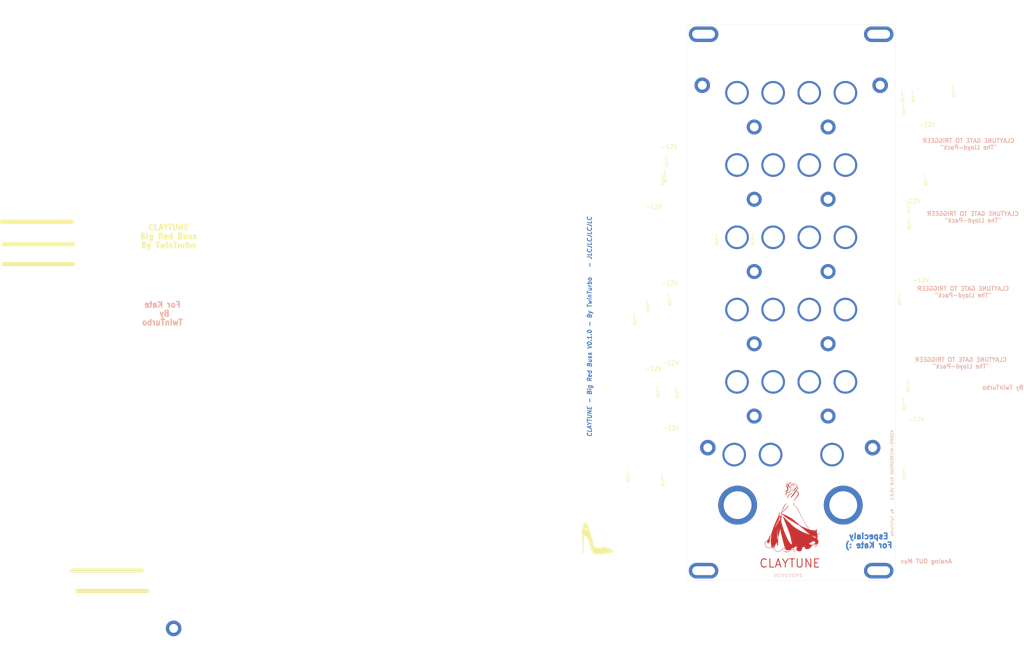
<source format=kicad_pcb>
(kicad_pcb (version 20171130) (host pcbnew "(5.1.7)-1")

  (general
    (thickness 1.6)
    (drawings 24)
    (tracks 0)
    (zones 0)
    (modules 47)
    (nets 2)
  )

  (page A4)
  (layers
    (0 F.Cu signal)
    (31 B.Cu signal)
    (32 B.Adhes user)
    (33 F.Adhes user)
    (34 B.Paste user)
    (35 F.Paste user)
    (36 B.SilkS user)
    (37 F.SilkS user)
    (38 B.Mask user)
    (39 F.Mask user)
    (40 Dwgs.User user)
    (41 Cmts.User user)
    (42 Eco1.User user)
    (43 Eco2.User user)
    (44 Edge.Cuts user)
    (45 Margin user)
    (46 B.CrtYd user)
    (47 F.CrtYd user)
    (48 B.Fab user)
    (49 F.Fab user)
  )

  (setup
    (last_trace_width 0.25)
    (trace_clearance 0.2)
    (zone_clearance 0.508)
    (zone_45_only no)
    (trace_min 0.2)
    (via_size 0.8)
    (via_drill 0.4)
    (via_min_size 0.4)
    (via_min_drill 0.3)
    (uvia_size 0.3)
    (uvia_drill 0.1)
    (uvias_allowed no)
    (uvia_min_size 0.2)
    (uvia_min_drill 0.1)
    (edge_width 0.05)
    (segment_width 0.2)
    (pcb_text_width 0.3)
    (pcb_text_size 1.5 1.5)
    (mod_edge_width 0.12)
    (mod_text_size 1 1)
    (mod_text_width 0.15)
    (pad_size 5.4 5.4)
    (pad_drill 3.2)
    (pad_to_mask_clearance 0.051)
    (solder_mask_min_width 0.25)
    (aux_axis_origin 0 0)
    (visible_elements 7FFFFFFF)
    (pcbplotparams
      (layerselection 0x010fc_ffffffff)
      (usegerberextensions false)
      (usegerberattributes false)
      (usegerberadvancedattributes false)
      (creategerberjobfile false)
      (excludeedgelayer true)
      (linewidth 0.100000)
      (plotframeref false)
      (viasonmask false)
      (mode 1)
      (useauxorigin false)
      (hpglpennumber 1)
      (hpglpenspeed 20)
      (hpglpendiameter 15.000000)
      (psnegative false)
      (psa4output false)
      (plotreference true)
      (plotvalue true)
      (plotinvisibletext false)
      (padsonsilk false)
      (subtractmaskfromsilk false)
      (outputformat 1)
      (mirror false)
      (drillshape 0)
      (scaleselection 1)
      (outputdirectory "PCB/"))
  )

  (net 0 "")
  (net 1 GND)

  (net_class Default "This is the default net class."
    (clearance 0.2)
    (trace_width 0.25)
    (via_dia 0.8)
    (via_drill 0.4)
    (uvia_dia 0.3)
    (uvia_drill 0.1)
    (add_net GND)
  )

  (module AA-ROB-FULL:GirlFC (layer F.Cu) (tedit 0) (tstamp 621ACF8A)
    (at 263.39 131.4 180)
    (fp_text reference G*** (at 0 0) (layer B.SilkS) hide
      (effects (font (size 1.524 1.524) (thickness 0.3)) (justify mirror))
    )
    (fp_text value LOGO (at 0.75 0) (layer B.SilkS) hide
      (effects (font (size 1.524 1.524) (thickness 0.3)) (justify mirror))
    )
    (fp_poly (pts (xy 1.411526 3.663938) (xy 1.446125 3.60742) (xy 1.489177 3.527163) (xy 1.5001 3.505457)
      (xy 1.565995 3.388445) (xy 1.657432 3.247325) (xy 1.765098 3.095015) (xy 1.879674 2.944429)
      (xy 1.991847 2.808484) (xy 2.047919 2.745946) (xy 2.124257 2.662446) (xy 2.202454 2.574599)
      (xy 2.240437 2.530798) (xy 2.322617 2.441352) (xy 2.429521 2.334476) (xy 2.54618 2.224528)
      (xy 2.657629 2.125866) (xy 2.695095 2.094649) (xy 2.751527 2.048089) (xy 2.78974 2.015494)
      (xy 2.796796 2.00896) (xy 2.83933 1.971166) (xy 2.913167 1.911633) (xy 3.008148 1.838061)
      (xy 3.114111 1.758147) (xy 3.220899 1.679593) (xy 3.318349 1.610096) (xy 3.368869 1.57544)
      (xy 3.555944 1.444727) (xy 3.700762 1.330494) (xy 3.807182 1.227803) (xy 3.879065 1.131716)
      (xy 3.920273 1.037295) (xy 3.934667 0.939599) (xy 3.929772 0.858013) (xy 3.909399 0.77354)
      (xy 3.871748 0.669736) (xy 3.824578 0.564115) (xy 3.775645 0.474195) (xy 3.736138 0.42079)
      (xy 3.713857 0.366651) (xy 3.721587 0.295504) (xy 3.749441 0.240044) (xy 3.77925 0.175397)
      (xy 3.787579 0.124711) (xy 3.810335 0.046348) (xy 3.873661 -0.004616) (xy 3.973496 -0.02515)
      (xy 3.9887 -0.025426) (xy 4.078548 -0.035415) (xy 4.161838 -0.060021) (xy 4.173954 -0.065728)
      (xy 4.238353 -0.090131) (xy 4.277185 -0.08059) (xy 4.279478 -0.07844) (xy 4.326165 -0.054512)
      (xy 4.383558 -0.050683) (xy 4.431369 -0.065179) (xy 4.449449 -0.093318) (xy 4.459634 -0.138965)
      (xy 4.485972 -0.209842) (xy 4.522139 -0.292597) (xy 4.56181 -0.373878) (xy 4.59866 -0.440332)
      (xy 4.626365 -0.478609) (xy 4.634077 -0.483084) (xy 4.646709 -0.461273) (xy 4.642425 -0.405365)
      (xy 4.641439 -0.400451) (xy 4.628201 -0.326377) (xy 4.613682 -0.230023) (xy 4.606772 -0.177978)
      (xy 4.594573 -0.097874) (xy 4.579563 -0.056933) (xy 4.555291 -0.043598) (xy 4.532082 -0.044195)
      (xy 4.487453 -0.032551) (xy 4.473059 0.001002) (xy 4.497357 0.036313) (xy 4.4981 0.036778)
      (xy 4.522206 0.066669) (xy 4.556786 0.12604) (xy 4.574326 0.160617) (xy 4.602629 0.222335)
      (xy 4.614179 0.268409) (xy 4.609299 0.318193) (xy 4.58831 0.391039) (xy 4.578661 0.421087)
      (xy 4.549565 0.515097) (xy 4.52513 0.600567) (xy 4.513848 0.645242) (xy 4.488813 0.699361)
      (xy 4.437881 0.773807) (xy 4.371562 0.853403) (xy 4.364212 0.861358) (xy 4.248108 0.988545)
      (xy 4.166447 1.084995) (xy 4.116318 1.154471) (xy 4.094808 1.200739) (xy 4.093493 1.211371)
      (xy 4.109506 1.237893) (xy 4.154466 1.228563) (xy 4.223752 1.185729) (xy 4.312745 1.111737)
      (xy 4.340328 1.085982) (xy 4.419006 1.014601) (xy 4.495069 0.951711) (xy 4.549887 0.912366)
      (xy 4.610573 0.857584) (xy 4.661104 0.782897) (xy 4.667141 0.769898) (xy 4.714637 0.64057)
      (xy 4.750295 0.50756) (xy 4.772573 0.381678) (xy 4.77993 0.273735) (xy 4.770825 0.194541)
      (xy 4.75381 0.161978) (xy 4.743151 0.127704) (xy 4.762068 0.070487) (xy 4.812862 -0.015303)
      (xy 4.846162 -0.063922) (xy 4.873665 -0.110244) (xy 4.918856 -0.194672) (xy 4.977803 -0.309287)
      (xy 5.046573 -0.446172) (xy 5.121232 -0.597406) (xy 5.197847 -0.755071) (xy 5.272485 -0.911248)
      (xy 5.341212 -1.05802) (xy 5.357458 -1.093294) (xy 5.402307 -1.190469) (xy 5.456599 -1.307284)
      (xy 5.505144 -1.411112) (xy 5.551721 -1.51131) (xy 5.59502 -1.606087) (xy 5.626007 -1.675665)
      (xy 5.62705 -1.678079) (xy 5.656956 -1.7462) (xy 5.69906 -1.840601) (xy 5.744447 -1.9413)
      (xy 5.746146 -1.945045) (xy 5.791573 -2.045603) (xy 5.834195 -2.140631) (xy 5.865046 -2.210136)
      (xy 5.865869 -2.212012) (xy 5.898852 -2.286227) (xy 5.94147 -2.380787) (xy 5.968796 -2.440841)
      (xy 6.041927 -2.60427) (xy 6.100007 -2.742502) (xy 6.121561 -2.796797) (xy 6.145193 -2.853444)
      (xy 6.181579 -2.936548) (xy 6.215946 -3.012913) (xy 6.25535 -3.100278) (xy 6.288366 -3.175185)
      (xy 6.305752 -3.216317) (xy 6.324793 -3.264464) (xy 6.355957 -3.343553) (xy 6.392783 -3.437193)
      (xy 6.395908 -3.445146) (xy 6.44081 -3.556527) (xy 6.488734 -3.670922) (xy 6.525508 -3.755033)
      (xy 6.558432 -3.83379) (xy 6.580106 -3.897108) (xy 6.585185 -3.922748) (xy 6.596798 -3.972057)
      (xy 6.62754 -4.050444) (xy 6.671266 -4.142865) (xy 6.688522 -4.175782) (xy 6.709291 -4.239856)
      (xy 6.712312 -4.269626) (xy 6.72391 -4.318443) (xy 6.737737 -4.335035) (xy 6.759403 -4.371043)
      (xy 6.763163 -4.398039) (xy 6.774252 -4.451958) (xy 6.801372 -4.521345) (xy 6.805603 -4.530022)
      (xy 6.849412 -4.618461) (xy 6.874849 -4.673872) (xy 6.886814 -4.70844) (xy 6.890207 -4.734351)
      (xy 6.89029 -4.740635) (xy 6.899854 -4.78857) (xy 6.923164 -4.855035) (xy 6.925984 -4.86175)
      (xy 6.955681 -4.940925) (xy 6.985499 -5.034839) (xy 6.992446 -5.05966) (xy 7.015417 -5.140827)
      (xy 7.036439 -5.208317) (xy 7.042267 -5.224925) (xy 7.090495 -5.363459) (xy 7.125086 -5.483205)
      (xy 7.142923 -5.572798) (xy 7.14467 -5.59845) (xy 7.153112 -5.654757) (xy 7.16997 -5.682583)
      (xy 7.188266 -5.716943) (xy 7.195395 -5.773298) (xy 7.206893 -5.819334) (xy 7.239854 -5.905109)
      (xy 7.291974 -6.025405) (xy 7.360954 -6.175006) (xy 7.44449 -6.348692) (xy 7.489147 -6.439215)
      (xy 7.581869 -6.625575) (xy 7.655304 -6.772599) (xy 7.712716 -6.886529) (xy 7.757371 -6.973605)
      (xy 7.792532 -7.040068) (xy 7.821464 -7.092159) (xy 7.847432 -7.13612) (xy 7.8737 -7.17819)
      (xy 7.884637 -7.195287) (xy 7.918277 -7.250852) (xy 7.965275 -7.332337) (xy 8.009585 -7.411512)
      (xy 8.064982 -7.511935) (xy 8.121586 -7.614358) (xy 8.157094 -7.678479) (xy 8.194852 -7.746964)
      (xy 8.223205 -7.800386) (xy 8.250145 -7.854784) (xy 8.283664 -7.926196) (xy 8.321809 -8.009009)
      (xy 8.363332 -8.105745) (xy 8.400154 -8.202204) (xy 8.416122 -8.250551) (xy 8.459595 -8.379759)
      (xy 8.503406 -8.466857) (xy 8.553365 -8.520294) (xy 8.615282 -8.548514) (xy 8.62228 -8.550257)
      (xy 8.722872 -8.59777) (xy 8.813923 -8.684104) (xy 8.887389 -8.797249) (xy 8.935231 -8.925197)
      (xy 8.949749 -9.039254) (xy 8.949749 -9.127728) (xy 9.116478 -9.127728) (xy 9.276849 -9.145939)
      (xy 9.423563 -9.203549) (xy 9.566612 -9.305024) (xy 9.617603 -9.351672) (xy 9.697197 -9.437208)
      (xy 9.752689 -9.522501) (xy 9.78803 -9.619431) (xy 9.807172 -9.739874) (xy 9.814066 -9.895708)
      (xy 9.81434 -9.943013) (xy 9.811049 -10.105137) (xy 9.798839 -10.235589) (xy 9.774435 -10.353234)
      (xy 9.734569 -10.476937) (xy 9.711013 -10.538839) (xy 9.690639 -10.592636) (xy 9.661851 -10.670815)
      (xy 9.647469 -10.710461) (xy 9.618615 -10.779455) (xy 9.59271 -10.823172) (xy 9.581931 -10.831232)
      (xy 9.56407 -10.852557) (xy 9.55996 -10.882083) (xy 9.551007 -10.923423) (xy 9.538615 -10.932933)
      (xy 9.513593 -10.953451) (xy 9.488331 -10.996451) (xy 9.432325 -11.084756) (xy 9.344546 -11.18303)
      (xy 9.23486 -11.283815) (xy 9.113132 -11.379657) (xy 8.989227 -11.463099) (xy 8.87301 -11.526686)
      (xy 8.774347 -11.562961) (xy 8.731347 -11.568569) (xy 8.679929 -11.577229) (xy 8.659323 -11.590814)
      (xy 8.629392 -11.604771) (xy 8.561915 -11.622288) (xy 8.46975 -11.64019) (xy 8.439113 -11.645176)
      (xy 8.354602 -11.656943) (xy 8.276496 -11.663675) (xy 8.193907 -11.665152) (xy 8.095949 -11.66115)
      (xy 7.971737 -11.651448) (xy 7.810383 -11.635824) (xy 7.767931 -11.631478) (xy 7.705563 -11.621935)
      (xy 7.624392 -11.603152) (xy 7.513658 -11.572423) (xy 7.409706 -11.541421) (xy 7.329271 -11.521229)
      (xy 7.286251 -11.523139) (xy 7.271894 -11.547935) (xy 7.271671 -11.553796) (xy 7.252281 -11.624572)
      (xy 7.204429 -11.696055) (xy 7.143595 -11.748097) (xy 7.112762 -11.760618) (xy 7.026572 -11.770117)
      (xy 6.944008 -11.755792) (xy 6.856276 -11.713471) (xy 6.75458 -11.638985) (xy 6.637979 -11.535527)
      (xy 6.57727 -11.48041) (xy 6.546159 -11.458307) (xy 6.538245 -11.466312) (xy 6.544518 -11.493113)
      (xy 6.580719 -11.694965) (xy 6.566542 -11.893385) (xy 6.50242 -12.086948) (xy 6.388786 -12.27423)
      (xy 6.263524 -12.417572) (xy 6.086945 -12.570338) (xy 5.890423 -12.699426) (xy 5.689449 -12.795358)
      (xy 5.593593 -12.827515) (xy 5.488425 -12.858056) (xy 5.380387 -12.890541) (xy 5.335927 -12.904345)
      (xy 5.196199 -12.932182) (xy 5.028697 -12.940706) (xy 4.850465 -12.931241) (xy 4.678546 -12.905108)
      (xy 4.529984 -12.86363) (xy 4.468863 -12.837077) (xy 4.41837 -12.817792) (xy 4.39759 -12.814415)
      (xy 4.362228 -12.799048) (xy 4.297909 -12.757793) (xy 4.214233 -12.697921) (xy 4.120796 -12.626703)
      (xy 4.027196 -12.551409) (xy 3.943029 -12.47931) (xy 3.89009 -12.429955) (xy 3.821131 -12.359275)
      (xy 3.733628 -12.265873) (xy 3.642261 -12.165524) (xy 3.604172 -12.12273) (xy 3.453457 -11.97218)
      (xy 3.294804 -11.850164) (xy 3.138736 -11.764196) (xy 3.063763 -11.736724) (xy 3.002208 -11.7247)
      (xy 2.908039 -11.713203) (xy 2.799466 -11.704365) (xy 2.776277 -11.703033) (xy 2.649391 -11.700305)
      (xy 2.564992 -11.709841) (xy 2.515619 -11.734354) (xy 2.493812 -11.77656) (xy 2.490883 -11.806867)
      (xy 2.475005 -11.870522) (xy 2.452745 -11.910315) (xy 2.423102 -11.966073) (xy 2.415415 -12.00172)
      (xy 2.397724 -12.049546) (xy 2.364564 -12.08979) (xy 2.326463 -12.134243) (xy 2.313713 -12.16518)
      (xy 2.29456 -12.20666) (xy 2.245886 -12.263274) (xy 2.180869 -12.322542) (xy 2.11269 -12.371985)
      (xy 2.073398 -12.392745) (xy 1.996416 -12.412651) (xy 1.87874 -12.427802) (xy 1.730304 -12.438187)
      (xy 1.561043 -12.443792) (xy 1.380892 -12.444608) (xy 1.199784 -12.440622) (xy 1.027656 -12.431821)
      (xy 0.874441 -12.418194) (xy 0.750074 -12.39973) (xy 0.724624 -12.39435) (xy 0.545643 -12.328129)
      (xy 0.390689 -12.21838) (xy 0.263733 -12.068302) (xy 0.21391 -11.982886) (xy 0.146019 -11.874396)
      (xy 0.135534 -11.861926) (xy 2.223257 -11.861926) (xy 2.243584 -11.873541) (xy 2.249255 -11.873674)
      (xy 2.281303 -11.852428) (xy 2.288288 -11.822823) (xy 2.283317 -11.781441) (xy 2.27647 -11.771972)
      (xy 2.256772 -11.791436) (xy 2.237437 -11.822823) (xy 2.223257 -11.861926) (xy 0.135534 -11.861926)
      (xy 0.06241 -11.774967) (xy -0.022722 -11.700568) (xy -0.05415 -11.681328) (xy -0.158188 -11.633957)
      (xy -0.200301 -11.61942) (xy 2.591089 -11.61942) (xy 2.808482 -11.61942) (xy 2.929713 -11.622325)
      (xy 3.019246 -11.633339) (xy 3.096021 -11.655909) (xy 3.157636 -11.682983) (xy 3.232611 -11.717554)
      (xy 3.28903 -11.740639) (xy 3.30987 -11.746547) (xy 3.34549 -11.761695) (xy 3.406026 -11.808197)
      (xy 3.493157 -11.887637) (xy 3.608564 -12.0016) (xy 3.753924 -12.151671) (xy 3.877377 -12.282228)
      (xy 4.029225 -12.432031) (xy 4.183088 -12.561823) (xy 4.331943 -12.666909) (xy 4.468765 -12.742593)
      (xy 4.586532 -12.784181) (xy 4.638093 -12.790776) (xy 4.712513 -12.799238) (xy 4.767267 -12.814415)
      (xy 4.833396 -12.828835) (xy 4.935722 -12.834952) (xy 5.060308 -12.832977) (xy 5.193219 -12.823124)
      (xy 5.318185 -12.806016) (xy 5.406723 -12.788273) (xy 5.474633 -12.770631) (xy 5.506757 -12.757174)
      (xy 5.546706 -12.740191) (xy 5.567575 -12.738139) (xy 5.60891 -12.727409) (xy 5.681674 -12.698905)
      (xy 5.772099 -12.658157) (xy 5.798523 -12.645397) (xy 5.958098 -12.550559) (xy 6.112873 -12.428639)
      (xy 6.250363 -12.291412) (xy 6.358081 -12.150654) (xy 6.398299 -12.079737) (xy 6.42949 -12.01141)
      (xy 6.449634 -11.95016) (xy 6.46104 -11.881738) (xy 6.46602 -11.791894) (xy 6.466883 -11.666378)
      (xy 6.466853 -11.656905) (xy 6.465381 -11.529894) (xy 6.460452 -11.440212) (xy 6.449706 -11.374348)
      (xy 6.430781 -11.318792) (xy 6.401316 -11.260033) (xy 6.395737 -11.249921) (xy 6.353788 -11.175959)
      (xy 6.333493 -11.141867) (xy 6.498573 -11.141867) (xy 6.510206 -11.176656) (xy 6.542334 -11.230796)
      (xy 6.590501 -11.298091) (xy 6.65025 -11.372349) (xy 6.717123 -11.447374) (xy 6.786664 -11.516973)
      (xy 6.854416 -11.574952) (xy 6.859481 -11.578794) (xy 6.967506 -11.645655) (xy 7.054338 -11.667345)
      (xy 7.121789 -11.644044) (xy 7.154333 -11.607602) (xy 7.186634 -11.539237) (xy 7.193362 -11.480718)
      (xy 7.174302 -11.445796) (xy 7.156912 -11.441442) (xy 7.102038 -11.429799) (xy 7.074279 -11.417806)
      (xy 7.032633 -11.396642) (xy 6.986322 -11.373733) (xy 7.337844 -11.373733) (xy 7.366506 -11.42326)
      (xy 7.43341 -11.441436) (xy 7.434965 -11.441442) (xy 7.4905 -11.451155) (xy 7.514484 -11.464263)
      (xy 7.553626 -11.481906) (xy 7.620715 -11.497271) (xy 7.64034 -11.500146) (xy 7.733838 -11.515849)
      (xy 7.824507 -11.536486) (xy 7.831031 -11.538286) (xy 7.951762 -11.558928) (xy 8.103177 -11.565191)
      (xy 8.267351 -11.557631) (xy 8.426358 -11.536802) (xy 8.515904 -11.517092) (xy 8.625278 -11.484881)
      (xy 8.730741 -11.44864) (xy 8.809575 -11.416178) (xy 8.809967 -11.415989) (xy 8.878419 -11.385346)
      (xy 8.928807 -11.367248) (xy 8.94027 -11.365166) (xy 8.976241 -11.349339) (xy 9.015528 -11.318638)
      (xy 9.074182 -11.270167) (xy 9.136278 -11.225715) (xy 9.201729 -11.168248) (xy 9.278613 -11.07831)
      (xy 9.36031 -10.966508) (xy 9.440204 -10.843452) (xy 9.511677 -10.71975) (xy 9.568112 -10.606011)
      (xy 9.602892 -10.512841) (xy 9.610811 -10.464989) (xy 9.6221 -10.411587) (xy 9.646183 -10.353242)
      (xy 9.661461 -10.297389) (xy 9.673414 -10.203961) (xy 9.681722 -10.08615) (xy 9.68606 -9.957142)
      (xy 9.686107 -9.830128) (xy 9.68154 -9.718296) (xy 9.672037 -9.634835) (xy 9.664465 -9.605474)
      (xy 9.597219 -9.492123) (xy 9.490458 -9.387428) (xy 9.355516 -9.299522) (xy 9.203725 -9.236536)
      (xy 9.122192 -9.216386) (xy 9.047317 -9.212445) (xy 8.995371 -9.23861) (xy 8.98898 -9.244683)
      (xy 8.958797 -9.280418) (xy 8.966837 -9.304862) (xy 8.991424 -9.324523) (xy 9.023774 -9.353008)
      (xy 9.014713 -9.372245) (xy 8.994244 -9.384714) (xy 8.957733 -9.428759) (xy 8.949749 -9.46421)
      (xy 8.943023 -9.517626) (xy 8.925639 -9.599295) (xy 8.907976 -9.667364) (xy 8.861304 -9.789446)
      (xy 8.798817 -9.867466) (xy 8.713834 -9.907388) (xy 8.629387 -9.915916) (xy 8.512617 -9.89126)
      (xy 8.408124 -9.817965) (xy 8.317191 -9.697038) (xy 8.292474 -9.651077) (xy 8.232531 -9.558609)
      (xy 8.154561 -9.497689) (xy 8.127881 -9.484112) (xy 8.028297 -9.424593) (xy 7.965661 -9.351455)
      (xy 7.933203 -9.252954) (xy 7.924178 -9.130759) (xy 7.924842 -9.108368) (xy 8.017678 -9.108368)
      (xy 8.039344 -9.223345) (xy 8.086809 -9.307846) (xy 8.136587 -9.365753) (xy 8.169376 -9.379161)
      (xy 8.181818 -9.348388) (xy 8.17635 -9.29935) (xy 8.162935 -9.227437) (xy 8.146032 -9.131126)
      (xy 8.135066 -9.066023) (xy 8.119963 -8.98399) (xy 8.106089 -8.924483) (xy 8.098071 -8.90321)
      (xy 8.082025 -8.916395) (xy 8.056107 -8.96391) (xy 8.045221 -8.988576) (xy 8.017678 -9.108368)
      (xy 7.924842 -9.108368) (xy 7.927223 -9.028201) (xy 7.941906 -8.953597) (xy 7.973973 -8.884394)
      (xy 7.996218 -8.848048) (xy 8.039614 -8.771151) (xy 8.060344 -8.701466) (xy 8.064743 -8.613982)
      (xy 8.063845 -8.581082) (xy 8.05698 -8.483475) (xy 8.045261 -8.39485) (xy 8.036016 -8.352253)
      (xy 8.019424 -8.289678) (xy 7.996689 -8.196745) (xy 7.972529 -8.092777) (xy 7.970839 -8.085286)
      (xy 7.94289 -7.970798) (xy 7.908059 -7.84219) (xy 7.870195 -7.71225) (xy 7.83315 -7.593768)
      (xy 7.800777 -7.499535) (xy 7.777608 -7.443639) (xy 7.757899 -7.386927) (xy 7.754754 -7.361869)
      (xy 7.745103 -7.315569) (xy 7.72112 -7.247284) (xy 7.713092 -7.22804) (xy 7.681316 -7.153145)
      (xy 7.655743 -7.090346) (xy 7.652121 -7.080981) (xy 7.617884 -7.000491) (xy 7.567718 -6.894278)
      (xy 7.510497 -6.781012) (xy 7.501111 -6.763164) (xy 7.464703 -6.691331) (xy 7.436431 -6.630455)
      (xy 7.433459 -6.623324) (xy 7.420294 -6.603858) (xy 7.411174 -6.626581) (xy 7.404491 -6.692378)
      (xy 7.404925 -6.775536) (xy 7.415893 -6.844159) (xy 7.422866 -6.862328) (xy 7.440188 -6.919783)
      (xy 7.449259 -6.99883) (xy 7.449649 -7.017418) (xy 7.456437 -7.098212) (xy 7.473226 -7.165067)
      (xy 7.477905 -7.175259) (xy 7.49411 -7.224927) (xy 7.511579 -7.308945) (xy 7.527045 -7.411015)
      (xy 7.529845 -7.434198) (xy 7.552227 -7.628654) (xy 7.57001 -7.782104) (xy 7.584334 -7.904069)
      (xy 7.59634 -8.004067) (xy 7.607168 -8.091619) (xy 7.617958 -8.176246) (xy 7.627633 -8.250551)
      (xy 7.641296 -8.386004) (xy 7.651508 -8.551652) (xy 7.65838 -8.739578) (xy 7.662019 -8.941862)
      (xy 7.662535 -9.150588) (xy 7.660036 -9.357837) (xy 7.654631 -9.555692) (xy 7.646429 -9.736234)
      (xy 7.635538 -9.891547) (xy 7.622067 -10.013711) (xy 7.606125 -10.09481) (xy 7.602137 -10.106777)
      (xy 7.585055 -10.177871) (xy 7.576893 -10.263292) (xy 7.576776 -10.273163) (xy 7.574775 -10.330749)
      (xy 7.567409 -10.393905) (xy 7.552638 -10.47395) (xy 7.52842 -10.582207) (xy 7.499067 -10.704105)
      (xy 7.47576 -10.802074) (xy 7.453293 -10.900747) (xy 7.449027 -10.920221) (xy 7.417792 -11.061071)
      (xy 7.39322 -11.162897) (xy 7.372467 -11.236632) (xy 7.352688 -11.293205) (xy 7.350654 -11.298338)
      (xy 7.337844 -11.373733) (xy 6.986322 -11.373733) (xy 6.958068 -11.359757) (xy 6.863474 -11.313503)
      (xy 6.814014 -11.289489) (xy 6.714338 -11.24031) (xy 6.6286 -11.196373) (xy 6.569679 -11.164351)
      (xy 6.554623 -11.155115) (xy 6.511893 -11.132622) (xy 6.498573 -11.141867) (xy 6.333493 -11.141867)
      (xy 6.319963 -11.119139) (xy 6.306213 -11.098199) (xy 6.273134 -11.046717) (xy 6.22375 -10.959864)
      (xy 6.163548 -10.848212) (xy 6.098016 -10.722335) (xy 6.032643 -10.592803) (xy 5.972916 -10.470191)
      (xy 5.924323 -10.365072) (xy 5.916889 -10.348149) (xy 5.883151 -10.270975) (xy 5.84157 -10.176466)
      (xy 5.821936 -10.132032) (xy 5.781696 -10.039834) (xy 5.743591 -9.950449) (xy 5.729243 -9.915916)
      (xy 5.698367 -9.844387) (xy 5.671126 -9.787422) (xy 5.668638 -9.782778) (xy 5.647553 -9.718901)
      (xy 5.644444 -9.688933) (xy 5.633783 -9.640757) (xy 5.620975 -9.624733) (xy 5.59927 -9.591621)
      (xy 5.580768 -9.534022) (xy 5.563117 -9.479118) (xy 5.54589 -9.473344) (xy 5.529932 -9.514982)
      (xy 5.51609 -9.602313) (xy 5.508822 -9.680193) (xy 5.493676 -9.849168) (xy 5.474399 -10.019847)
      (xy 5.452425 -10.182925) (xy 5.429188 -10.329094) (xy 5.406123 -10.449047) (xy 5.384664 -10.533479)
      (xy 5.372603 -10.564265) (xy 5.327526 -10.659472) (xy 5.28637 -10.764366) (xy 5.278879 -10.786737)
      (xy 5.246503 -10.824718) (xy 5.200547 -10.82636) (xy 5.171356 -10.801409) (xy 5.147724 -10.749424)
      (xy 5.126924 -10.672749) (xy 5.108741 -10.568373) (xy 5.092961 -10.433287) (xy 5.07937 -10.264478)
      (xy 5.067753 -10.058937) (xy 5.057897 -9.813653) (xy 5.049586 -9.525617) (xy 5.042606 -9.191816)
      (xy 5.038474 -8.934548) (xy 5.033397 -8.619832) (xy 5.027968 -8.354696) (xy 5.02214 -8.13787)
      (xy 5.015863 -7.968086) (xy 5.009091 -7.844073) (xy 5.001776 -7.764561) (xy 4.993869 -7.728281)
      (xy 4.992934 -7.726841) (xy 4.967616 -7.676397) (xy 4.950532 -7.614915) (xy 4.933058 -7.535149)
      (xy 4.912325 -7.457417) (xy 5.129841 -7.457417) (xy 5.130201 -7.598608) (xy 5.131729 -7.713691)
      (xy 5.134484 -7.8062) (xy 5.138521 -7.879667) (xy 5.143897 -7.937628) (xy 5.150669 -7.983616)
      (xy 5.158894 -8.021165) (xy 5.168628 -8.053808) (xy 5.179927 -8.08508) (xy 5.184899 -8.097998)
      (xy 5.239667 -8.247172) (xy 5.272878 -8.357096) (xy 5.281614 -8.397058) (xy 5.298292 -8.453257)
      (xy 5.316845 -8.481192) (xy 5.334442 -8.514795) (xy 5.339339 -8.555077) (xy 5.347193 -8.626663)
      (xy 5.366794 -8.678963) (xy 5.38819 -8.695496) (xy 5.39294 -8.671266) (xy 5.396408 -8.603333)
      (xy 5.398488 -8.49883) (xy 5.399076 -8.364892) (xy 5.398063 -8.208651) (xy 5.396806 -8.117067)
      (xy 5.39301 -7.942517) (xy 5.38763 -7.777855) (xy 5.381111 -7.632368) (xy 5.373895 -7.515344)
      (xy 5.366425 -7.43607) (xy 5.363388 -7.416617) (xy 5.353766 -7.341865) (xy 5.345949 -7.231842)
      (xy 5.340809 -7.102119) (xy 5.339192 -6.984385) (xy 5.336852 -6.845956) (xy 5.330626 -6.709431)
      (xy 5.321511 -6.592096) (xy 5.31246 -6.521622) (xy 5.30299 -6.44854) (xy 5.292366 -6.335384)
      (xy 5.281406 -6.192891) (xy 5.270931 -6.031799) (xy 5.261761 -5.862847) (xy 5.261038 -5.847848)
      (xy 5.248359 -5.583523) (xy 5.23766 -5.365483) (xy 5.228636 -5.189212) (xy 5.220981 -5.050195)
      (xy 5.214392 -4.943917) (xy 5.208562 -4.865862) (xy 5.203186 -4.811517) (xy 5.19796 -4.776365)
      (xy 5.192579 -4.755891) (xy 5.186737 -4.745581) (xy 5.186552 -4.745381) (xy 5.181938 -4.76535)
      (xy 5.176946 -4.831213) (xy 5.171742 -4.938019) (xy 5.166493 -5.080816) (xy 5.161363 -5.25465)
      (xy 5.15652 -5.45457) (xy 5.152129 -5.675622) (xy 5.149057 -5.8641) (xy 5.143593 -6.236151)
      (xy 5.138958 -6.560892) (xy 5.135209 -6.841854) (xy 5.132402 -7.082574) (xy 5.130593 -7.286583)
      (xy 5.129841 -7.457417) (xy 4.912325 -7.457417) (xy 4.91036 -7.45005) (xy 4.910241 -7.44965)
      (xy 4.887406 -7.373039) (xy 4.858341 -7.275707) (xy 4.841931 -7.220821) (xy 4.813788 -7.120991)
      (xy 4.788671 -7.022356) (xy 4.778944 -6.97928) (xy 4.760102 -6.896803) (xy 4.734212 -6.793204)
      (xy 4.716128 -6.725025) (xy 4.689543 -6.626075) (xy 4.665099 -6.532425) (xy 4.652796 -6.483484)
      (xy 4.608715 -6.301284) (xy 4.574591 -6.156702) (xy 4.547926 -6.038054) (xy 4.526223 -5.933655)
      (xy 4.506985 -5.831821) (xy 4.487715 -5.720867) (xy 4.480234 -5.676114) (xy 4.463471 -5.596092)
      (xy 4.44431 -5.53365) (xy 4.436501 -5.517205) (xy 4.419635 -5.471624) (xy 4.401839 -5.395603)
      (xy 4.39214 -5.33934) (xy 4.364632 -5.158685) (xy 4.340871 -5.015631) (xy 4.318555 -4.89729)
      (xy 4.295378 -4.790775) (xy 4.289844 -4.767268) (xy 4.269381 -4.691832) (xy 4.25292 -4.659335)
      (xy 4.238996 -4.671638) (xy 4.226141 -4.730605) (xy 4.212889 -4.838096) (xy 4.209721 -4.868969)
      (xy 4.194681 -5.000783) (xy 4.174273 -5.154359) (xy 4.150518 -5.316713) (xy 4.125443 -5.474862)
      (xy 4.101068 -5.615821) (xy 4.079419 -5.726606) (xy 4.06914 -5.771021) (xy 4.0514 -5.846825)
      (xy 4.030258 -5.946118) (xy 4.016935 -6.013114) (xy 3.985086 -6.17393) (xy 3.953042 -6.326742)
      (xy 3.923398 -6.459744) (xy 3.898746 -6.561128) (xy 3.888084 -6.599703) (xy 3.870775 -6.680314)
      (xy 3.864664 -6.747571) (xy 3.854619 -6.820378) (xy 3.837439 -6.868228) (xy 3.816993 -6.92246)
      (xy 3.795379 -7.003656) (xy 3.785483 -7.05089) (xy 3.766545 -7.151587) (xy 3.747697 -7.251459)
      (xy 3.741286 -7.285315) (xy 3.72441 -7.358074) (xy 3.706715 -7.411079) (xy 3.70271 -7.418867)
      (xy 3.687383 -7.460273) (xy 3.669042 -7.532435) (xy 3.658613 -7.583202) (xy 3.623873 -7.759297)
      (xy 3.589257 -7.912127) (xy 3.548595 -8.068888) (xy 3.54759 -8.072573) (xy 3.500574 -8.248243)
      (xy 3.464579 -8.391406) (xy 3.43665 -8.513121) (xy 3.418639 -8.583254) (xy 3.4011 -8.632829)
      (xy 3.398061 -8.638549) (xy 3.382787 -8.678682) (xy 3.363719 -8.748675) (xy 3.354462 -8.789142)
      (xy 3.318676 -8.946391) (xy 3.279382 -9.095857) (xy 3.240391 -9.22943) (xy 3.21209 -9.329229)
      (xy 3.186842 -9.427842) (xy 3.177058 -9.470971) (xy 3.156814 -9.555671) (xy 3.128833 -9.65844)
      (xy 3.112813 -9.712513) (xy 3.085913 -9.810248) (xy 3.064738 -9.905328) (xy 3.057741 -9.947857)
      (xy 3.044379 -10.013425) (xy 3.026706 -10.05397) (xy 3.02294 -10.057416) (xy 3.005701 -10.090774)
      (xy 2.999299 -10.139889) (xy 2.98552 -10.215263) (xy 2.962062 -10.271872) (xy 2.934999 -10.345116)
      (xy 2.924825 -10.416568) (xy 2.916946 -10.477644) (xy 2.899163 -10.512976) (xy 2.898498 -10.513414)
      (xy 2.880505 -10.547511) (xy 2.872204 -10.608135) (xy 2.872172 -10.61026) (xy 2.859678 -10.690727)
      (xy 2.834935 -10.754955) (xy 2.806739 -10.828353) (xy 2.797697 -10.886938) (xy 2.78848 -10.943276)
      (xy 2.771371 -10.971071) (xy 2.754054 -11.004942) (xy 2.746016 -11.06633) (xy 2.745946 -11.072773)
      (xy 2.739896 -11.134979) (xy 2.725155 -11.171351) (xy 2.723403 -11.172694) (xy 2.704482 -11.204728)
      (xy 2.686242 -11.266302) (xy 2.682989 -11.282252) (xy 2.666383 -11.351218) (xy 2.648368 -11.398574)
      (xy 2.645284 -11.403304) (xy 2.628006 -11.443596) (xy 2.610926 -11.510194) (xy 2.608269 -11.524074)
      (xy 2.591089 -11.61942) (xy -0.200301 -11.61942) (xy -0.259316 -11.599049) (xy -0.34981 -11.577514)
      (xy -0.421947 -11.570262) (xy -0.468004 -11.578204) (xy -0.480258 -11.602249) (xy -0.460798 -11.633404)
      (xy -0.429329 -11.677719) (xy -0.389478 -11.746621) (xy -0.349801 -11.823464) (xy -0.318855 -11.891603)
      (xy -0.305195 -11.934393) (xy -0.305105 -11.936278) (xy -0.283963 -11.968989) (xy -0.23278 -12.006379)
      (xy -0.169919 -12.037547) (xy -0.113744 -12.051592) (xy -0.110755 -12.051652) (xy -0.076016 -12.065924)
      (xy -0.009714 -12.104575) (xy 0.079118 -12.161357) (xy 0.181449 -12.230022) (xy 0.288246 -12.304324)
      (xy 0.390479 -12.378014) (xy 0.479115 -12.444845) (xy 0.545123 -12.498569) (xy 0.572072 -12.523991)
      (xy 0.605321 -12.552429) (xy 0.663381 -12.596163) (xy 0.732978 -12.645893) (xy 0.800838 -12.69232)
      (xy 0.853688 -12.726144) (xy 0.877741 -12.738139) (xy 0.905197 -12.750553) (xy 0.959767 -12.782022)
      (xy 0.991591 -12.801702) (xy 1.063396 -12.840318) (xy 1.125901 -12.86287) (xy 1.143639 -12.865266)
      (xy 1.185228 -12.875819) (xy 1.194995 -12.890691) (xy 1.216661 -12.910129) (xy 1.255652 -12.916117)
      (xy 1.322355 -12.927985) (xy 1.389135 -12.954098) (xy 1.47033 -12.982541) (xy 1.554806 -12.991171)
      (xy 1.62279 -12.979099) (xy 1.643897 -12.965553) (xy 1.678831 -12.955315) (xy 1.758502 -12.945966)
      (xy 1.876799 -12.937964) (xy 2.027608 -12.931769) (xy 2.127987 -12.929176) (xy 2.294758 -12.925158)
      (xy 2.419021 -12.920429) (xy 2.509116 -12.914039) (xy 2.573386 -12.905039) (xy 2.620171 -12.892478)
      (xy 2.657815 -12.875408) (xy 2.671948 -12.867246) (xy 2.737819 -12.828867) (xy 2.78986 -12.800934)
      (xy 2.796796 -12.797645) (xy 2.871431 -12.742845) (xy 2.935209 -12.660191) (xy 2.973654 -12.570465)
      (xy 2.978729 -12.536512) (xy 2.979129 -12.418161) (xy 2.967095 -12.340973) (xy 2.9413 -12.296489)
      (xy 2.941048 -12.296255) (xy 2.867484 -12.243717) (xy 2.77909 -12.201253) (xy 2.699415 -12.179659)
      (xy 2.684815 -12.178779) (xy 2.635874 -12.170874) (xy 2.618819 -12.154889) (xy 2.596425 -12.137151)
      (xy 2.541332 -12.124384) (xy 2.529298 -12.123107) (xy 2.467545 -12.109646) (xy 2.442512 -12.08961)
      (xy 2.457322 -12.072606) (xy 2.511396 -12.068024) (xy 2.588367 -12.077832) (xy 2.677324 -12.097165)
      (xy 2.7603 -12.121185) (xy 2.819331 -12.145052) (xy 2.833663 -12.154812) (xy 2.879351 -12.177255)
      (xy 2.897227 -12.179625) (xy 2.949309 -12.197627) (xy 3.004472 -12.238747) (xy 3.043449 -12.286498)
      (xy 3.051051 -12.311253) (xy 3.067735 -12.360129) (xy 3.079384 -12.37492) (xy 3.089732 -12.414942)
      (xy 3.084538 -12.484805) (xy 3.067533 -12.567293) (xy 3.042452 -12.645191) (xy 3.013024 -12.701282)
      (xy 3.007136 -12.708173) (xy 2.979436 -12.746734) (xy 2.974774 -12.762001) (xy 2.954897 -12.78694)
      (xy 2.903964 -12.828064) (xy 2.83503 -12.876251) (xy 2.761147 -12.92238) (xy 2.695367 -12.957329)
      (xy 2.695095 -12.957454) (xy 2.629984 -12.986365) (xy 2.548629 -13.021387) (xy 2.52983 -13.029331)
      (xy 2.453068 -13.062383) (xy 2.388447 -13.091465) (xy 2.376393 -13.097182) (xy 2.333008 -13.105128)
      (xy 2.24934 -13.109944) (xy 2.135849 -13.111819) (xy 2.002993 -13.110946) (xy 1.861233 -13.107513)
      (xy 1.721027 -13.101713) (xy 1.592836 -13.093735) (xy 1.487117 -13.083771) (xy 1.461962 -13.080509)
      (xy 1.376849 -13.063025) (xy 1.306394 -13.039198) (xy 1.284683 -13.027488) (xy 1.229935 -12.999592)
      (xy 1.196851 -12.992393) (xy 1.153067 -12.982312) (xy 1.085346 -12.956628) (xy 1.008162 -12.922178)
      (xy 0.935988 -12.885798) (xy 0.883297 -12.854325) (xy 0.864464 -12.835376) (xy 0.844655 -12.815373)
      (xy 0.836234 -12.814415) (xy 0.806761 -12.800597) (xy 0.748226 -12.764543) (xy 0.67238 -12.71435)
      (xy 0.590973 -12.658116) (xy 0.515757 -12.603939) (xy 0.45848 -12.559918) (xy 0.432232 -12.53599)
      (xy 0.404903 -12.512593) (xy 0.346014 -12.46758) (xy 0.265789 -12.408309) (xy 0.174455 -12.342141)
      (xy 0.08224 -12.276434) (xy -0.000632 -12.218547) (xy -0.063934 -12.175841) (xy -0.093674 -12.157519)
      (xy -0.164918 -12.133471) (xy -0.211515 -12.127928) (xy -0.247492 -12.132727) (xy -0.268989 -12.155163)
      (xy -0.282722 -12.207297) (xy -0.291851 -12.272234) (xy -0.323333 -12.414328) (xy -0.385803 -12.572465)
      (xy -0.482562 -12.754725) (xy -0.503145 -12.789501) (xy -0.559102 -12.883092) (xy -0.617387 -12.981006)
      (xy -0.635636 -13.011778) (xy -0.695311 -13.090188) (xy -0.756583 -13.121107) (xy -0.824249 -13.104472)
      (xy -0.903102 -13.040216) (xy -0.933104 -13.007747) (xy -1.006323 -12.902856) (xy -1.067171 -12.775904)
      (xy -1.107247 -12.647387) (xy -1.109581 -12.628544) (xy -1.037991 -12.628544) (xy -0.994 -12.774993)
      (xy -0.978436 -12.806713) (xy -0.928728 -12.886172) (xy -0.869089 -12.960024) (xy -0.810744 -13.016163)
      (xy -0.764914 -13.042481) (xy -0.759304 -13.043117) (xy -0.738354 -13.022876) (xy -0.707415 -12.972802)
      (xy -0.701025 -12.960611) (xy -0.65728 -12.878528) (xy -0.613699 -12.801702) (xy -0.576828 -12.736134)
      (xy -0.529785 -12.648099) (xy -0.497511 -12.585586) (xy -0.455757 -12.503367) (xy -0.420749 -12.434526)
      (xy -0.403962 -12.401597) (xy -0.391218 -12.352051) (xy -0.38303 -12.272923) (xy -0.381382 -12.217262)
      (xy -0.381382 -12.077078) (xy -0.507008 -12.077078) (xy -0.582834 -12.081827) (xy -0.63564 -12.093923)
      (xy -0.648349 -12.102503) (xy -0.684195 -12.12383) (xy -0.713633 -12.127928) (xy -0.772682 -12.148232)
      (xy -0.845788 -12.202438) (xy -0.921447 -12.28049) (xy -0.982085 -12.362608) (xy -1.034032 -12.489538)
      (xy -1.037991 -12.628544) (xy -1.109581 -12.628544) (xy -1.118719 -12.554802) (xy -1.10447 -12.476101)
      (xy -1.06766 -12.377276) (xy -1.017192 -12.278147) (xy -0.961968 -12.198538) (xy -0.955391 -12.191179)
      (xy -0.874779 -12.123395) (xy -0.772048 -12.062763) (xy -0.666233 -12.018755) (xy -0.57637 -12.000842)
      (xy -0.572806 -12.000801) (xy -0.501246 -11.996365) (xy -0.447823 -11.985671) (xy -0.447206 -11.985438)
      (xy -0.42175 -11.952757) (xy -0.426949 -11.893209) (xy -0.456975 -11.815354) (xy -0.506001 -11.727749)
      (xy -0.568201 -11.638954) (xy -0.637748 -11.557526) (xy -0.708814 -11.492025) (xy -0.775572 -11.451008)
      (xy -0.817579 -11.441442) (xy -0.850133 -11.427558) (xy -0.913714 -11.390311) (xy -0.998268 -11.336307)
      (xy -1.093741 -11.272156) (xy -1.190079 -11.204462) (xy -1.277229 -11.139835) (xy -1.281408 -11.136615)
      (xy -1.384902 -11.079342) (xy -1.490637 -11.05913) (xy -1.587529 -11.074763) (xy -1.664491 -11.125024)
      (xy -1.701661 -11.182739) (xy -1.716145 -11.230168) (xy -1.717191 -11.28224) (xy -1.703451 -11.353927)
      (xy -1.677946 -11.445489) (xy -1.647694 -11.550202) (xy -1.620623 -11.648224) (xy -1.602403 -11.719011)
      (xy -1.601906 -11.721122) (xy -1.578595 -11.811622) (xy -1.553169 -11.8991) (xy -1.540766 -11.997536)
      (xy -1.550876 -12.122289) (xy -1.579531 -12.256267) (xy -1.622762 -12.382373) (xy -1.676602 -12.483516)
      (xy -1.694124 -12.506312) (xy -1.77059 -12.574665) (xy -1.881323 -12.647586) (xy -2.011275 -12.717238)
      (xy -2.145397 -12.775784) (xy -2.268642 -12.815388) (xy -2.301001 -12.822359) (xy -2.477855 -12.843316)
      (xy -2.65778 -12.844123) (xy -2.829794 -12.826394) (xy -2.982919 -12.791746) (xy -3.106172 -12.741794)
      (xy -3.173805 -12.693928) (xy -3.22532 -12.65417) (xy -3.255478 -12.635889) (xy -3.318584 -12.581063)
      (xy -3.383737 -12.489825) (xy -3.444366 -12.375881) (xy -3.4939 -12.252936) (xy -3.525768 -12.134693)
      (xy -3.534134 -12.054732) (xy -3.541816 -11.995427) (xy -3.55956 -11.962663) (xy -3.578052 -11.928205)
      (xy -3.584985 -11.873947) (xy -3.5984 -11.80084) (xy -3.633894 -11.701336) (xy -3.684341 -11.590667)
      (xy -3.742615 -11.484063) (xy -3.801588 -11.396757) (xy -3.816923 -11.378222) (xy -3.92944 -11.271543)
      (xy -4.045375 -11.208972) (xy -4.176673 -11.184487) (xy -4.202898 -11.183659) (xy -4.290866 -11.187551)
      (xy -4.364131 -11.199319) (xy -4.391748 -11.208947) (xy -4.426137 -11.23949) (xy -4.46809 -11.300579)
      (xy -4.52026 -11.396958) (xy -4.585296 -11.53337) (xy -4.635387 -11.644985) (xy -4.707571 -11.773625)
      (xy -4.798126 -11.882897) (xy -4.895002 -11.958816) (xy -4.914419 -11.968929) (xy -5.033665 -12.009639)
      (xy -5.17865 -12.036566) (xy -5.325302 -12.046157) (xy -5.407658 -12.041705) (xy -5.598183 -12.018182)
      (xy -5.746306 -11.996672) (xy -5.860335 -11.975443) (xy -5.94858 -11.952762) (xy -6.01935 -11.926896)
      (xy -6.065703 -11.904501) (xy -6.124678 -11.875135) (xy -6.191567 -11.844195) (xy -6.332728 -11.764475)
      (xy -6.476985 -11.653951) (xy -6.605767 -11.527819) (xy -6.661622 -11.459533) (xy -6.718435 -11.382417)
      (xy -6.796131 -11.2763) (xy -6.885798 -11.153387) (xy -6.978522 -11.025883) (xy -7.009497 -10.983191)
      (xy -7.243117 -10.660979) (xy -7.486243 -10.643889) (xy -7.658126 -10.623699) (xy -7.796535 -10.585396)
      (xy -7.917269 -10.521495) (xy -8.036125 -10.424512) (xy -8.113874 -10.346521) (xy -8.202161 -10.26011)
      (xy -8.268925 -10.211383) (xy -8.320696 -10.19561) (xy -8.322134 -10.195596) (xy -8.377045 -10.204281)
      (xy -8.402683 -10.220341) (xy -8.434125 -10.246679) (xy -8.492214 -10.280107) (xy -8.505885 -10.286802)
      (xy -8.562668 -10.321564) (xy -8.59248 -10.355065) (xy -8.593794 -10.361342) (xy -8.573501 -10.392)
      (xy -8.521639 -10.434274) (xy -8.48151 -10.45997) (xy -8.396356 -10.518399) (xy -8.305946 -10.593068)
      (xy -8.265394 -10.631698) (xy -8.210184 -10.690706) (xy -8.179113 -10.738161) (xy -8.16525 -10.792677)
      (xy -8.161669 -10.87287) (xy -8.161562 -10.910669) (xy -8.163845 -11.007205) (xy -8.174364 -11.071294)
      (xy -8.198618 -11.121267) (xy -8.240472 -11.17359) (xy -8.290587 -11.225526) (xy -8.336345 -11.252208)
      (xy -8.398065 -11.261768) (xy -8.462944 -11.262618) (xy -8.573895 -11.252988) (xy -8.653896 -11.219223)
      (xy -8.720743 -11.151671) (xy -8.752713 -11.10545) (xy -8.784514 -11.040906) (xy -8.797198 -10.986179)
      (xy -8.808674 -10.937134) (xy -8.822623 -10.920221) (xy -8.837358 -10.887646) (xy -8.846535 -10.822187)
      (xy -8.847296 -10.800225) (xy -8.758022 -10.800225) (xy -8.731612 -10.952687) (xy -8.666471 -11.087731)
      (xy -8.654656 -11.104001) (xy -8.605028 -11.158461) (xy -8.552186 -11.182274) (xy -8.480346 -11.187188)
      (xy -8.400545 -11.18025) (xy -8.345204 -11.151947) (xy -8.303662 -11.108961) (xy -8.245653 -11.006912)
      (xy -8.237008 -10.899725) (xy -8.276825 -10.789951) (xy -8.3642 -10.680138) (xy -8.49191 -10.577102)
      (xy -8.584082 -10.518769) (xy -8.646238 -10.495294) (xy -8.687679 -10.509292) (xy -8.717708 -10.563375)
      (xy -8.742408 -10.647474) (xy -8.758022 -10.800225) (xy -8.847296 -10.800225) (xy -8.848048 -10.778535)
      (xy -8.843012 -10.693496) (xy -8.830266 -10.623091) (xy -8.822623 -10.602058) (xy -8.788725 -10.534721)
      (xy -8.771772 -10.501046) (xy -8.75094 -10.450004) (xy -8.757985 -10.41566) (xy -8.800188 -10.383436)
      (xy -8.841692 -10.360984) (xy -8.909772 -10.322292) (xy -8.991234 -10.271287) (xy -9.074991 -10.215574)
      (xy -9.132255 -10.175231) (xy -8.110711 -10.175231) (xy -8.092348 -10.209532) (xy -8.044793 -10.264018)
      (xy -7.979348 -10.328117) (xy -7.907315 -10.391258) (xy -7.839996 -10.442867) (xy -7.796764 -10.468919)
      (xy -7.70039 -10.51263) (xy -7.630881 -10.538338) (xy -7.570095 -10.551709) (xy -7.513214 -10.557503)
      (xy -7.413451 -10.559204) (xy -7.359719 -10.546152) (xy -7.347948 -10.526365) (xy -7.368009 -10.491478)
      (xy -7.420841 -10.438902) (xy -7.495417 -10.376787) (xy -7.580711 -10.313282) (xy -7.665696 -10.256536)
      (xy -7.739347 -10.2147) (xy -7.790636 -10.195921) (xy -7.795487 -10.195596) (xy -7.84769 -10.185587)
      (xy -7.869169 -10.170171) (xy -7.902008 -10.153147) (xy -7.961211 -10.145299) (xy -8.02812 -10.146236)
      (xy -8.084077 -10.155566) (xy -8.110422 -10.172898) (xy -8.110711 -10.175231) (xy -9.132255 -10.175231)
      (xy -9.149954 -10.162762) (xy -9.205035 -10.120457) (xy -9.229144 -10.096266) (xy -9.22943 -10.094986)
      (xy -9.244792 -10.068245) (xy -9.282219 -10.02229) (xy -9.286637 -10.017358) (xy -9.37784 -9.884772)
      (xy -9.444587 -9.723453) (xy -9.456078 -9.6678) (xy -8.288689 -9.6678) (xy -8.285458 -9.762549)
      (xy -8.277014 -9.841209) (xy -8.265999 -9.88448) (xy -8.239581 -9.941393) (xy -8.215694 -9.998549)
      (xy -8.198237 -10.035126) (xy -8.173509 -10.056048) (xy -8.12864 -10.065674) (xy -8.050759 -10.06836)
      (xy -8.009209 -10.068469) (xy -7.912966 -10.071791) (xy -7.832801 -10.080499) (xy -7.786192 -10.092663)
      (xy -7.734161 -10.118746) (xy -7.662744 -10.151899) (xy -7.649076 -10.157994) (xy -7.584767 -10.195018)
      (xy -7.505921 -10.252523) (xy -7.422796 -10.321344) (xy -7.345653 -10.392314) (xy -7.284751 -10.456267)
      (xy -7.250349 -10.504037) (xy -7.246247 -10.5179) (xy -7.23662 -10.539895) (xy -7.200444 -10.54807)
      (xy -7.126775 -10.544497) (xy -7.112763 -10.543169) (xy -7.015404 -10.531678) (xy -6.923066 -10.517705)
      (xy -6.890755 -10.51164) (xy -6.835984 -10.493643) (xy -6.754114 -10.459014) (xy -6.656156 -10.413327)
      (xy -6.553121 -10.362157) (xy -6.456021 -10.311078) (xy -6.375866 -10.265664) (xy -6.323666 -10.231492)
      (xy -6.309743 -10.217484) (xy -6.280478 -10.196033) (xy -6.271605 -10.194912) (xy -6.235192 -10.179339)
      (xy -6.178757 -10.140996) (xy -6.154968 -10.122104) (xy -6.067994 -10.04998) (xy -6.134199 -10.01473)
      (xy -6.179296 -9.988463) (xy -6.257283 -9.940751) (xy -6.35831 -9.877705) (xy -6.472529 -9.805437)
      (xy -6.50858 -9.782433) (xy -6.619969 -9.712139) (xy -6.716575 -9.652919) (xy -6.790163 -9.609688)
      (xy -6.832496 -9.587364) (xy -6.838692 -9.585386) (xy -6.868478 -9.567609) (xy -6.869103 -9.566317)
      (xy -6.897616 -9.538912) (xy -6.96038 -9.495717) (xy -7.046157 -9.443672) (xy -7.143712 -9.389718)
      (xy -7.208108 -9.356915) (xy -7.389848 -9.277027) (xy -7.549648 -9.228322) (xy -7.702241 -9.206758)
      (xy -7.762124 -9.204834) (xy -7.924731 -9.219146) (xy -8.056419 -9.267022) (xy -8.168195 -9.353254)
      (xy -8.209953 -9.39975) (xy -8.252979 -9.457368) (xy -8.276718 -9.510584) (xy -8.286755 -9.578412)
      (xy -8.288689 -9.6678) (xy -9.456078 -9.6678) (xy -9.479901 -9.552422) (xy -9.483684 -9.480195)
      (xy -9.474037 -9.351217) (xy -9.448338 -9.200277) (xy -9.411451 -9.051762) (xy -9.37916 -8.956107)
      (xy -9.350257 -8.883189) (xy -9.333746 -8.841692) (xy -9.313917 -8.79634) (xy -9.277507 -8.716896)
      (xy -9.22995 -8.615107) (xy -9.18374 -8.517518) (xy -9.129296 -8.401669) (xy -9.079918 -8.293761)
      (xy -9.041672 -8.207213) (xy -9.022886 -8.161636) (xy -8.997779 -8.051194) (xy -9.007051 -7.955004)
      (xy -9.047882 -7.883107) (xy -9.111307 -7.846947) (xy -9.156289 -7.8187) (xy -8.656965 -7.8187)
      (xy -8.628813 -7.863355) (xy -8.616637 -7.879937) (xy -8.557616 -7.935978) (xy -8.483435 -7.957568)
      (xy -8.385204 -7.945658) (xy -8.289539 -7.914992) (xy -8.192825 -7.874429) (xy -8.089925 -7.825025)
      (xy -8.05986 -7.809105) (xy -7.971203 -7.760457) (xy -7.883739 -7.712394) (xy -7.856457 -7.69738)
      (xy -7.800917 -7.664308) (xy -7.716558 -7.611174) (xy -7.614257 -7.545147) (xy -7.504889 -7.473395)
      (xy -7.399333 -7.403085) (xy -7.308466 -7.341386) (xy -7.243164 -7.295464) (xy -7.220833 -7.278511)
      (xy -7.169257 -7.237798) (xy -7.131832 -7.2094) (xy -7.098536 -7.181532) (xy -7.106014 -7.171896)
      (xy -7.125821 -7.170779) (xy -7.186897 -7.18204) (xy -7.21481 -7.193751) (xy -7.258795 -7.212465)
      (xy -7.336583 -7.241136) (xy -7.433484 -7.274412) (xy -7.462363 -7.283932) (xy -7.562013 -7.317595)
      (xy -7.646708 -7.348253) (xy -7.701752 -7.370528) (xy -7.709916 -7.374565) (xy -7.76064 -7.395101)
      (xy -7.782349 -7.398799) (xy -7.82288 -7.408416) (xy -7.885792 -7.432049) (xy -7.897109 -7.436937)
      (xy -7.981574 -7.473986) (xy -8.071391 -7.513105) (xy -8.078929 -7.516372) (xy -8.149818 -7.548074)
      (xy -8.246407 -7.592535) (xy -8.348568 -7.640483) (xy -8.35492 -7.643499) (xy -8.443073 -7.684186)
      (xy -8.513914 -7.714673) (xy -8.55466 -7.729514) (xy -8.558324 -7.730138) (xy -8.594873 -7.744767)
      (xy -8.627775 -7.766331) (xy -8.656048 -7.792188) (xy -8.656965 -7.8187) (xy -9.156289 -7.8187)
      (xy -9.165607 -7.812849) (xy -9.187427 -7.774517) (xy -9.194299 -7.707663) (xy -9.192537 -7.606693)
      (xy -9.192353 -7.604245) (xy -8.987191 -7.604245) (xy -8.980755 -7.638974) (xy -8.980415 -7.639339)
      (xy -8.951623 -7.652961) (xy -8.933569 -7.623011) (xy -8.925206 -7.546798) (xy -8.924325 -7.495416)
      (xy -8.927477 -7.413988) (xy -8.935987 -7.367436) (xy -8.946652 -7.361932) (xy -8.962024 -7.399358)
      (xy -8.975473 -7.465106) (xy -8.984646 -7.539846) (xy -8.987191 -7.604245) (xy -9.192353 -7.604245)
      (xy -9.183526 -7.487346) (xy -9.168647 -7.365361) (xy -9.149286 -7.256475) (xy -9.13779 -7.20985)
      (xy -9.104694 -7.054728) (xy -9.104357 -6.928002) (xy -9.138155 -6.818057) (xy -9.16882 -6.769861)
      (xy -6.355113 -6.769861) (xy -6.339216 -6.788611) (xy -6.28447 -6.778983) (xy -6.219967 -6.750294)
      (xy -6.148866 -6.722818) (xy -6.087984 -6.712313) (xy -6.036097 -6.703627) (xy -6.01485 -6.689697)
      (xy -5.982212 -6.670676) (xy -5.922124 -6.655385) (xy -5.918004 -6.654747) (xy -5.834088 -6.636709)
      (xy -5.747331 -6.610427) (xy -5.746146 -6.609997) (xy -5.671857 -6.583125) (xy -5.610363 -6.561185)
      (xy -5.606307 -6.55976) (xy -5.547568 -6.539115) (xy -5.472975 -6.512827) (xy -5.466467 -6.51053)
      (xy -5.392199 -6.485742) (xy -5.330709 -6.46751) (xy -5.326627 -6.466468) (xy -5.258559 -6.445368)
      (xy -5.224925 -6.43255) (xy -5.17716 -6.414062) (xy -5.097226 -6.384566) (xy -5.000941 -6.349885)
      (xy -4.983384 -6.343644) (xy -4.885845 -6.3086) (xy -4.801859 -6.27763) (xy -4.747248 -6.256583)
      (xy -4.741842 -6.254336) (xy -4.652342 -6.216572) (xy -4.550565 -6.174156) (xy -4.459831 -6.136779)
      (xy -4.424024 -6.122259) (xy -4.377935 -6.103491) (xy -4.321909 -6.080019) (xy -4.244506 -6.04699)
      (xy -4.134285 -5.99955) (xy -4.106207 -5.987435) (xy -4.013011 -5.945964) (xy -3.891163 -5.890005)
      (xy -3.754596 -5.826142) (xy -3.617243 -5.760957) (xy -3.493037 -5.701032) (xy -3.395912 -5.652951)
      (xy -3.368869 -5.639085) (xy -3.30834 -5.608106) (xy -3.22035 -5.563743) (xy -3.12303 -5.515133)
      (xy -3.114615 -5.510953) (xy -2.916121 -5.410912) (xy -2.728186 -5.313398) (xy -2.559522 -5.22308)
      (xy -2.418839 -5.144629) (xy -2.314848 -5.082715) (xy -2.308782 -5.078876) (xy -2.231356 -5.030476)
      (xy -2.167251 -4.991964) (xy -2.135736 -4.974484) (xy -2.060347 -4.933624) (xy -1.95181 -4.869099)
      (xy -1.818619 -4.786435) (xy -1.669264 -4.691156) (xy -1.512239 -4.588785) (xy -1.356035 -4.484848)
      (xy -1.209144 -4.384869) (xy -1.080059 -4.294372) (xy -0.996341 -4.23328) (xy -0.813316 -4.094424)
      (xy -0.631419 -3.953092) (xy -0.458493 -3.815606) (xy -0.302382 -3.688287) (xy -0.170929 -3.577456)
      (xy -0.071979 -3.489434) (xy -0.063564 -3.481555) (xy 0.01788 -3.406632) (xy 0.099681 -3.3343)
      (xy 0.152552 -3.289747) (xy 0.213118 -3.238108) (xy 0.295091 -3.164779) (xy 0.383299 -3.083393)
      (xy 0.406806 -3.061248) (xy 0.506591 -2.967499) (xy 0.616077 -2.865783) (xy 0.71328 -2.776512)
      (xy 0.722488 -2.768138) (xy 0.956105 -2.550923) (xy 1.213207 -2.302964) (xy 1.485264 -2.03303)
      (xy 1.76375 -1.749885) (xy 2.040135 -1.462297) (xy 2.305891 -1.179032) (xy 2.55249 -0.908856)
      (xy 2.759969 -0.673774) (xy 2.86612 -0.55122) (xy 2.94419 -0.46194) (xy 2.999274 -0.400675)
      (xy 3.036469 -0.362162) (xy 3.060871 -0.341141) (xy 3.077578 -0.332352) (xy 3.091685 -0.330533)
      (xy 3.092497 -0.330531) (xy 3.129684 -0.350588) (xy 3.152199 -0.380348) (xy 3.160525 -0.435114)
      (xy 3.152043 -0.529722) (xy 3.128495 -0.656663) (xy 3.091624 -0.808433) (xy 3.04317 -0.977523)
      (xy 2.984876 -1.156429) (xy 2.948415 -1.258559) (xy 2.926138 -1.317953) (xy 2.891598 -1.40888)
      (xy 2.848817 -1.520876) (xy 2.801815 -1.643475) (xy 2.754615 -1.766212) (xy 2.711239 -1.878623)
      (xy 2.675707 -1.970242) (xy 2.652042 -2.030604) (xy 2.645517 -2.046747) (xy 2.624364 -2.097938)
      (xy 2.59247 -2.176243) (xy 2.567735 -2.237438) (xy 2.52654 -2.337417) (xy 2.483733 -2.437847)
      (xy 2.46341 -2.483941) (xy 2.434754 -2.550308) (xy 2.417592 -2.595233) (xy 2.415415 -2.604075)
      (xy 2.405568 -2.632174) (xy 2.379629 -2.693612) (xy 2.342996 -2.775645) (xy 2.339139 -2.784085)
      (xy 2.301748 -2.867608) (xy 2.27455 -2.931958) (xy 2.262956 -2.964286) (xy 2.262863 -2.965213)
      (xy 2.253344 -2.996086) (xy 2.230081 -3.052207) (xy 2.226622 -3.059922) (xy 2.159602 -3.209126)
      (xy 2.111776 -3.318312) (xy 2.080663 -3.39346) (xy 2.063783 -3.440553) (xy 2.058664 -3.464968)
      (xy 2.047618 -3.503759) (xy 2.020056 -3.570469) (xy 1.995333 -3.623124) (xy 1.960791 -3.696714)
      (xy 1.937978 -3.75177) (xy 1.932564 -3.770894) (xy 1.922629 -3.80335) (xy 1.897011 -3.867105)
      (xy 1.866717 -3.936159) (xy 1.826843 -4.02472) (xy 1.791832 -4.103625) (xy 1.774164 -4.144345)
      (xy 1.716167 -4.282287) (xy 1.674783 -4.383385) (xy 1.658731 -4.424024) (xy 1.628477 -4.500395)
      (xy 1.607893 -4.551152) (xy 1.584274 -4.612806) (xy 1.553837 -4.697531) (xy 1.538529 -4.741842)
      (xy 1.488546 -4.880617) (xy 1.439723 -5.001469) (xy 1.398248 -5.089112) (xy 1.397166 -5.091097)
      (xy 1.376377 -5.148062) (xy 1.372973 -5.174074) (xy 1.362035 -5.230033) (xy 1.351288 -5.257052)
      (xy 1.327546 -5.307801) (xy 1.294924 -5.380227) (xy 1.284906 -5.402903) (xy 1.251617 -5.477003)
      (xy 1.223426 -5.53705) (xy 1.217601 -5.548755) (xy 1.198055 -5.606309) (xy 1.194995 -5.631732)
      (xy 1.183138 -5.686732) (xy 1.170801 -5.71471) (xy 1.120689 -5.822744) (xy 1.067149 -5.967458)
      (xy 1.028579 -6.08939) (xy 1.00165 -6.176387) (xy 0.977724 -6.246969) (xy 0.964548 -6.280081)
      (xy 0.946511 -6.326979) (xy 0.923259 -6.400229) (xy 0.913962 -6.432633) (xy 0.889449 -6.51742)
      (xy 0.85677 -6.625874) (xy 0.825974 -6.725025) (xy 0.789339 -6.842533) (xy 0.751141 -6.967536)
      (xy 0.724813 -7.055556) (xy 0.697093 -7.147055) (xy 0.671693 -7.226438) (xy 0.65777 -7.266512)
      (xy 0.640555 -7.33837) (xy 0.635635 -7.395758) (xy 0.629377 -7.454395) (xy 0.616583 -7.485652)
      (xy 0.598875 -7.522723) (xy 0.574306 -7.600967) (xy 0.545113 -7.711528) (xy 0.513534 -7.845549)
      (xy 0.481805 -7.994173) (xy 0.460306 -8.104286) (xy 0.442581 -8.185869) (xy 0.424556 -8.248715)
      (xy 0.415703 -8.269438) (xy 0.399748 -8.312746) (xy 0.382774 -8.384213) (xy 0.377016 -8.415703)
      (xy 0.361364 -8.509781) (xy 0.342952 -8.620562) (xy 0.333913 -8.674991) (xy 0.317747 -8.75918)
      (xy 0.301298 -8.824252) (xy 0.291709 -8.849154) (xy 0.278501 -8.888637) (xy 0.262614 -8.96138)
      (xy 0.250116 -9.034924) (xy 0.232722 -9.14957) (xy 0.214007 -9.270741) (xy 0.204523 -9.331132)
      (xy 0.176377 -9.512449) (xy 0.155975 -9.655034) (xy 0.142123 -9.770212) (xy 0.133628 -9.86931)
      (xy 0.129298 -9.963653) (xy 0.127959 -10.057875) (xy 0.129346 -10.161666) (xy 0.133761 -10.245342)
      (xy 0.140394 -10.296482) (xy 0.144077 -10.305773) (xy 0.190345 -10.321672) (xy 0.261865 -10.316876)
      (xy 0.338317 -10.293241) (xy 0.35166 -10.286806) (xy 0.394451 -10.256077) (xy 0.4577 -10.200601)
      (xy 0.532256 -10.129659) (xy 0.608969 -10.052536) (xy 0.678687 -9.978514) (xy 0.73226 -9.916877)
      (xy 0.760536 -9.876908) (xy 0.762762 -9.869772) (xy 0.77822 -9.837297) (xy 0.807609 -9.79994)
      (xy 0.841782 -9.755337) (xy 0.895731 -9.676875) (xy 0.963204 -9.57438) (xy 1.037949 -9.457677)
      (xy 1.113713 -9.336591) (xy 1.184244 -9.220947) (xy 1.243289 -9.12057) (xy 1.268209 -9.076149)
      (xy 1.339584 -8.943614) (xy 1.42168 -8.787882) (xy 1.51026 -8.617318) (xy 1.601085 -8.440286)
      (xy 1.689916 -8.26515) (xy 1.772514 -8.100272) (xy 1.844642 -7.954018) (xy 1.90206 -7.83475)
      (xy 1.94053 -7.750832) (xy 1.944306 -7.742042) (xy 1.976495 -7.669509) (xy 2.004101 -7.61288)
      (xy 2.010021 -7.602203) (xy 2.04325 -7.539203) (xy 2.090311 -7.44088) (xy 2.145903 -7.319025)
      (xy 2.204727 -7.18543) (xy 2.261481 -7.051885) (xy 2.301494 -6.953854) (xy 2.356056 -6.81963)
      (xy 2.410993 -6.689043) (xy 2.461087 -6.574155) (xy 2.501117 -6.487025) (xy 2.518693 -6.452047)
      (xy 2.539214 -6.394954) (xy 2.542542 -6.369069) (xy 2.554399 -6.31407) (xy 2.566736 -6.286092)
      (xy 2.591637 -6.234923) (xy 2.623803 -6.161962) (xy 2.632892 -6.140241) (xy 2.656789 -6.082109)
      (xy 2.676952 -6.032185) (xy 2.699366 -5.975349) (xy 2.730013 -5.896481) (xy 2.758658 -5.822423)
      (xy 2.789628 -5.742701) (xy 2.815915 -5.675701) (xy 2.823291 -5.657158) (xy 2.843156 -5.603826)
      (xy 2.87092 -5.524885) (xy 2.8865 -5.47918) (xy 2.912432 -5.402865) (xy 2.934279 -5.341331)
      (xy 2.958879 -5.276109) (xy 2.993072 -5.18873) (xy 3.008906 -5.148649) (xy 3.032789 -5.083419)
      (xy 3.066964 -4.983876) (xy 3.106622 -4.864262) (xy 3.141969 -4.754555) (xy 3.186055 -4.616159)
      (xy 3.218749 -4.515318) (xy 3.243906 -4.441076) (xy 3.265381 -4.382477) (xy 3.287029 -4.328565)
      (xy 3.312705 -4.268385) (xy 3.314494 -4.264253) (xy 3.341331 -4.190806) (xy 3.355498 -4.129658)
      (xy 3.356156 -4.119557) (xy 3.368029 -4.071244) (xy 3.381581 -4.055356) (xy 3.400857 -4.020634)
      (xy 3.407908 -3.971223) (xy 3.421686 -3.895849) (xy 3.445145 -3.83924) (xy 3.473012 -3.770909)
      (xy 3.482382 -3.718124) (xy 3.492916 -3.650714) (xy 3.5053 -3.616422) (xy 3.546324 -3.518553)
      (xy 3.582299 -3.406701) (xy 3.602337 -3.318018) (xy 3.617767 -3.24415) (xy 3.634276 -3.190891)
      (xy 3.655263 -3.127082) (xy 3.683937 -3.023813) (xy 3.717766 -2.891438) (xy 3.754218 -2.74031)
      (xy 3.790759 -2.580783) (xy 3.824858 -2.42321) (xy 3.839505 -2.351852) (xy 3.858533 -2.257961)
      (xy 3.882243 -2.141973) (xy 3.901841 -2.046747) (xy 3.916712 -1.927741) (xy 3.922353 -1.7625)
      (xy 3.918973 -1.554759) (xy 3.906784 -1.308251) (xy 3.886933 -1.039422) (xy 4.296897 -1.039422)
      (xy 4.297389 -1.167334) (xy 4.300581 -1.257288) (xy 4.309045 -1.322178) (xy 4.32535 -1.374895)
      (xy 4.35207 -1.428334) (xy 4.385886 -1.485608) (xy 4.430767 -1.562669) (xy 4.462747 -1.622406)
      (xy 4.474875 -1.651793) (xy 4.491858 -1.680452) (xy 4.528726 -1.718632) (xy 4.574799 -1.767973)
      (xy 4.599201 -1.805206) (xy 4.626448 -1.856635) (xy 4.670916 -1.929373) (xy 4.725509 -2.013085)
      (xy 4.783131 -2.097437) (xy 4.836686 -2.172095) (xy 4.879077 -2.226723) (xy 4.903208 -2.250988)
      (xy 4.905439 -2.251181) (xy 4.911808 -2.222176) (xy 4.909599 -2.1591) (xy 4.903391 -2.105452)
      (xy 4.888215 -2.009499) (xy 4.867506 -1.890335) (xy 4.846893 -1.77978) (xy 4.834574 -1.716217)
      (xy 4.983089 -1.716217) (xy 4.99473 -1.868769) (xy 5.013395 -2.087022) (xy 5.033018 -2.260575)
      (xy 5.054593 -2.395582) (xy 5.079113 -2.498194) (xy 5.107573 -2.574563) (xy 5.109371 -2.578327)
      (xy 5.142561 -2.638794) (xy 5.198134 -2.731228) (xy 5.26983 -2.845581) (xy 5.351388 -2.971803)
      (xy 5.404832 -3.052618) (xy 5.483651 -3.171133) (xy 5.551562 -3.274105) (xy 5.603955 -3.354472)
      (xy 5.636219 -3.405173) (xy 5.644444 -3.419578) (xy 5.65789 -3.44217) (xy 5.695418 -3.500578)
      (xy 5.752817 -3.588368) (xy 5.825873 -3.699105) (xy 5.910375 -3.826355) (xy 5.93048 -3.856522)
      (xy 6.020005 -3.9915) (xy 6.101755 -4.116135) (xy 6.170758 -4.222739) (xy 6.222044 -4.303624)
      (xy 6.250642 -4.351102) (xy 6.252594 -4.354726) (xy 6.28413 -4.403484) (xy 6.309631 -4.424022)
      (xy 6.309802 -4.424024) (xy 6.330134 -4.44369) (xy 6.330931 -4.451023) (xy 6.345024 -4.49025)
      (xy 6.377703 -4.541659) (xy 6.414566 -4.585234) (xy 6.438989 -4.601203) (xy 6.45805 -4.587867)
      (xy 6.458058 -4.587461) (xy 6.446522 -4.558646) (xy 6.417211 -4.501854) (xy 6.397668 -4.46669)
      (xy 6.353738 -4.387916) (xy 6.298678 -4.287154) (xy 6.249213 -4.195196) (xy 6.169316 -4.045936)
      (xy 6.09 -3.898977) (xy 6.016547 -3.764003) (xy 5.954237 -3.650698) (xy 5.908348 -3.568747)
      (xy 5.895734 -3.546847) (xy 5.856802 -3.476708) (xy 5.797894 -3.365643) (xy 5.721445 -3.218372)
      (xy 5.62989 -3.039615) (xy 5.525663 -2.834092) (xy 5.430113 -2.644245) (xy 5.368089 -2.520707)
      (xy 5.312815 -2.41078) (xy 5.26894 -2.323696) (xy 5.241111 -2.268685) (xy 5.23506 -2.256852)
      (xy 5.215332 -2.199602) (xy 5.212212 -2.174219) (xy 5.201175 -2.140127) (xy 5.19168 -2.135736)
      (xy 5.170521 -2.114446) (xy 5.140483 -2.060532) (xy 5.125684 -2.027678) (xy 5.084218 -1.932462)
      (xy 5.039767 -1.835062) (xy 5.031655 -1.817918) (xy 4.983089 -1.716217) (xy 4.834574 -1.716217)
      (xy 4.82407 -1.662025) (xy 4.800743 -1.54115) (xy 4.783096 -1.44925) (xy 4.759012 -1.337888)
      (xy 4.72892 -1.217431) (xy 4.715608 -1.16957) (xy 4.690621 -1.082829) (xy 4.670052 -1.009686)
      (xy 4.661733 -0.978879) (xy 4.640177 -0.910814) (xy 4.627231 -0.877178) (xy 4.608249 -0.830705)
      (xy 4.576461 -0.751577) (xy 4.537739 -0.654432) (xy 4.524801 -0.621828) (xy 4.468799 -0.48866)
      (xy 4.421875 -0.393708) (xy 4.385967 -0.340433) (xy 4.363011 -0.332297) (xy 4.36292 -0.332387)
      (xy 4.35002 -0.368517) (xy 4.336672 -0.445108) (xy 4.323843 -0.55179) (xy 4.312503 -0.678191)
      (xy 4.30362 -0.813943) (xy 4.298162 -0.948674) (xy 4.296897 -1.039422) (xy 3.886933 -1.039422)
      (xy 3.885994 -1.026708) (xy 3.856814 -0.713863) (xy 3.819455 -0.37345) (xy 3.797353 -0.190691)
      (xy 3.779148 -0.100592) (xy 3.751595 -0.016202) (xy 3.748399 -0.008871) (xy 3.723381 0.057162)
      (xy 3.712157 0.108119) (xy 3.712112 0.110169) (xy 3.692908 0.149816) (xy 3.64583 0.196035)
      (xy 3.637339 0.202332) (xy 3.581727 0.253081) (xy 3.547052 0.304902) (xy 3.545688 0.308756)
      (xy 3.527098 0.342582) (xy 3.4903 0.353535) (xy 3.428326 0.348459) (xy 3.351542 0.327118)
      (xy 3.291345 0.291831) (xy 3.283974 0.2844) (xy 3.137297 0.128495) (xy 2.956428 -0.042606)
      (xy 2.751953 -0.220001) (xy 2.534459 -0.394788) (xy 2.314531 -0.558066) (xy 2.142991 -0.675045)
      (xy 2.042094 -0.742149) (xy 1.950954 -0.805233) (xy 1.882181 -0.855445) (xy 1.856056 -0.876449)
      (xy 1.80835 -0.913168) (xy 1.729567 -0.968312) (xy 1.631864 -1.033535) (xy 1.555541 -1.082741)
      (xy 1.445833 -1.152425) (xy 1.340002 -1.219738) (xy 1.252723 -1.275341) (xy 1.212298 -1.301159)
      (xy 1.122541 -1.356449) (xy 1.028708 -1.41113) (xy 1.004304 -1.424682) (xy 0.937166 -1.463772)
      (xy 0.843707 -1.521334) (xy 0.739822 -1.587495) (xy 0.694176 -1.617267) (xy 0.603936 -1.675629)
      (xy 0.529941 -1.72163) (xy 0.482129 -1.749192) (xy 0.470007 -1.754355) (xy 0.441707 -1.768427)
      (xy 0.390119 -1.80359) (xy 0.370928 -1.817918) (xy 0.315122 -1.85771) (xy 0.277002 -1.879854)
      (xy 0.271181 -1.881482) (xy 0.244861 -1.894237) (xy 0.183625 -1.929305) (xy 0.095578 -1.98189)
      (xy -0.011175 -2.047199) (xy -0.05695 -2.075594) (xy -0.179764 -2.151528) (xy -0.297604 -2.223421)
      (xy -0.398709 -2.284159) (xy -0.471319 -2.326633) (xy -0.483083 -2.333255) (xy -0.5651 -2.382039)
      (xy -0.664988 -2.445934) (xy -0.75005 -2.503477) (xy -0.830469 -2.558575) (xy -0.898197 -2.602949)
      (xy -0.939323 -2.627502) (xy -0.940741 -2.628194) (xy -0.993531 -2.656169) (xy -1.02973 -2.677348)
      (xy -1.081464 -2.708736) (xy -1.166537 -2.759972) (xy -1.288892 -2.833426) (xy -1.385169 -2.891145)
      (xy -1.443224 -2.923971) (xy -1.474675 -2.940142) (xy -1.515467 -2.964225) (xy -1.525545 -2.972921)
      (xy -1.537931 -2.983205) (xy -1.565147 -3.000251) (xy -1.613348 -3.027448) (xy -1.688689 -3.068185)
      (xy -1.797323 -3.125852) (xy -1.932333 -3.196968) (xy -2.028509 -3.24814) (xy -2.108487 -3.291826)
      (xy -2.160914 -3.321767) (xy -2.173874 -3.330095) (xy -2.205169 -3.348919) (xy -2.271914 -3.385986)
      (xy -2.364471 -3.436027) (xy -2.4732 -3.493777) (xy -2.478979 -3.496821) (xy -2.62344 -3.573598)
      (xy -2.734344 -3.635643) (xy -2.82344 -3.691318) (xy -2.902475 -3.748988) (xy -2.983195 -3.817016)
      (xy -3.077348 -3.903766) (xy -3.156872 -3.979471) (xy -3.286845 -4.101964) (xy -3.447145 -4.25003)
      (xy -3.629443 -4.416203) (xy -3.825413 -4.593019) (xy -4.026725 -4.773012) (xy -4.225053 -4.948714)
      (xy -4.412068 -5.112662) (xy -4.579441 -5.257389) (xy -4.64014 -5.309172) (xy -4.744498 -5.398517)
      (xy -4.847415 -5.487922) (xy -4.935281 -5.565496) (xy -4.983384 -5.609009) (xy -5.090046 -5.704687)
      (xy -5.227314 -5.823533) (xy -5.385702 -5.957435) (xy -5.544894 -6.08939) (xy -5.614878 -6.146859)
      (xy -5.710895 -6.225712) (xy -5.819683 -6.315054) (xy -5.91641 -6.394495) (xy -6.021425 -6.480026)
      (xy -6.121847 -6.560551) (xy -6.205976 -6.626764) (xy -6.260214 -6.667978) (xy -6.329624 -6.727922)
      (xy -6.355113 -6.769861) (xy -9.16882 -6.769861) (xy -9.194693 -6.729198) (xy -9.249575 -6.665424)
      (xy -9.296568 -6.622376) (xy -9.319975 -6.610611) (xy -9.357527 -6.592218) (xy -9.402196 -6.547895)
      (xy -9.402865 -6.547047) (xy -9.438238 -6.510739) (xy -9.482084 -6.491522) (xy -9.550891 -6.484253)
      (xy -9.606613 -6.483484) (xy -9.708019 -6.489988) (xy -9.769549 -6.508287) (xy -9.787274 -6.536564)
      (xy -9.77259 -6.560282) (xy -9.735375 -6.575317) (xy -9.663003 -6.590334) (xy -9.571099 -6.60265)
      (xy -9.48854 -6.60903) (xy -9.467473 -6.624689) (xy -9.470971 -6.636036) (xy -9.503229 -6.65014)
      (xy -9.569499 -6.659372) (xy -9.625919 -6.661462) (xy -9.742956 -6.650073) (xy -9.82856 -6.619057)
      (xy -9.87807 -6.573141) (xy -9.886827 -6.517049) (xy -9.850169 -6.455509) (xy -9.839312 -6.445049)
      (xy -9.79772 -6.41916) (xy -9.735933 -6.404667) (xy -9.640956 -6.39906) (xy -9.59937 -6.398732)
      (xy -9.494495 -6.401269) (xy -9.423425 -6.411494) (xy -9.369254 -6.433326) (xy -9.326374 -6.462049)
      (xy -9.261681 -6.506656) (xy -9.206976 -6.537805) (xy -9.197648 -6.541765) (xy -9.159981 -6.574774)
      (xy -9.153153 -6.598916) (xy -9.138613 -6.646121) (xy -9.105299 -6.685827) (xy -9.068669 -6.703149)
      (xy -9.051616 -6.696694) (xy -9.029241 -6.656459) (xy -9.013225 -6.607714) (xy -9.009235 -6.5556)
      (xy -9.039002 -6.528815) (xy -9.05592 -6.522818) (xy -9.115015 -6.504382) (xy -9.053885 -6.487005)
      (xy -9.014676 -6.466005) (xy -8.987076 -6.421427) (xy -8.963429 -6.34034) (xy -8.961131 -6.330359)
      (xy -8.913114 -6.089877) (xy -8.884968 -5.871439) (xy -8.8739 -5.651572) (xy -8.873474 -5.594019)
      (xy -8.87415 -5.475612) (xy -8.87799 -5.395662) (xy -8.887715 -5.341779) (xy -8.906043 -5.301572)
      (xy -8.935694 -5.262648) (xy -8.94975 -5.246466) (xy -8.996348 -5.183742) (xy -9.023333 -5.12874)
      (xy -9.026026 -5.113567) (xy -9.004745 -5.056353) (xy -8.954417 -5.006432) (xy -8.895318 -4.983474)
      (xy -8.891835 -4.983384) (xy -8.854058 -5.002403) (xy -8.804214 -5.048628) (xy -8.756645 -5.105808)
      (xy -8.725691 -5.157692) (xy -8.720921 -5.177049) (xy -8.700456 -5.203005) (xy -8.650039 -5.236607)
      (xy -8.638289 -5.242847) (xy -8.571223 -5.264542) (xy -8.464948 -5.28454) (xy -8.3311 -5.301977)
      (xy -8.181314 -5.315988) (xy -8.027224 -5.32571) (xy -7.880467 -5.33028) (xy -7.752677 -5.328832)
      (xy -7.655489 -5.320504) (xy -7.637035 -5.317182) (xy -7.528258 -5.294948) (xy -7.407428 -5.271143)
      (xy -7.354305 -5.260999) (xy -7.251881 -5.240564) (xy -7.151677 -5.218719) (xy -7.106407 -5.207932)
      (xy -7.012576 -5.186639) (xy -6.909927 -5.166519) (xy -6.890291 -5.163106) (xy -6.802381 -5.143741)
      (xy -6.6946 -5.113791) (xy -6.617769 -5.089046) (xy -6.530167 -5.060659) (xy -6.458119 -5.040852)
      (xy -6.420377 -5.034235) (xy -6.364086 -5.02315) (xy -6.336943 -5.012217) (xy -6.263639 -4.981538)
      (xy -6.144493 -4.939931) (xy -5.987688 -4.889859) (xy -5.896817 -4.859906) (xy -5.813058 -4.829467)
      (xy -5.784285 -4.817876) (xy -5.643348 -4.759509) (xy -5.515891 -4.711095) (xy -5.491892 -4.702456)
      (xy -5.402929 -4.669159) (xy -5.313954 -4.633751) (xy -5.313914 -4.633734) (xy -5.259436 -4.611178)
      (xy -5.209675 -4.590738) (xy -5.152719 -4.567574) (xy -5.076654 -4.536852) (xy -4.969566 -4.493732)
      (xy -4.921608 -4.474436) (xy -4.824282 -4.434856) (xy -4.742028 -4.400634) (xy -4.688721 -4.377569)
      (xy -4.680066 -4.373502) (xy -4.625634 -4.348654) (xy -4.576577 -4.328008) (xy -4.519911 -4.303915)
      (xy -4.436779 -4.267204) (xy -4.360461 -4.232764) (xy -4.270342 -4.192257) (xy -4.190028 -4.157168)
      (xy -4.144345 -4.138109) (xy -4.080966 -4.110291) (xy -4.042643 -4.090386) (xy -3.985813 -4.061214)
      (xy -3.966367 -4.052947) (xy -3.887907 -4.019912) (xy -3.778382 -3.970226) (xy -3.645961 -3.907942)
      (xy -3.498814 -3.837109) (xy -3.345109 -3.76178) (xy -3.193015 -3.686005) (xy -3.050701 -3.613835)
      (xy -2.926336 -3.549322) (xy -2.828089 -3.496517) (xy -2.76413 -3.45947) (xy -2.748983 -3.449228)
      (xy -2.700433 -3.40911) (xy -2.623772 -3.341932) (xy -2.52782 -3.255586) (xy -2.421397 -3.157966)
      (xy -2.367602 -3.107941) (xy -2.159628 -2.914519) (xy -1.968539 -2.738581) (xy -1.798549 -2.583943)
      (xy -1.653873 -2.454421) (xy -1.538726 -2.353832) (xy -1.479914 -2.30429) (xy -1.395009 -2.233507)
      (xy -1.295964 -2.149578) (xy -1.220421 -2.084664) (xy -1.067465 -1.952104) (xy -0.946491 -1.847467)
      (xy -0.85104 -1.765389) (xy -0.774652 -1.700507) (xy -0.710868 -1.647457) (xy -0.653227 -1.600875)
      (xy -0.595271 -1.555396) (xy -0.530539 -1.505658) (xy -0.452573 -1.446296) (xy -0.441638 -1.43798)
      (xy -0.36702 -1.37951) (xy -0.298078 -1.322767) (xy -0.27968 -1.30684) (xy -0.21068 -1.252807)
      (xy -0.136445 -1.203695) (xy -0.093172 -1.176676) (xy -0.01454 -1.126014) (xy 0.092489 -1.056259)
      (xy 0.220953 -0.971959) (xy 0.36389 -0.877663) (xy 0.461053 -0.813304) (xy 0.630978 -0.700571)
      (xy 0.764805 -0.611976) (xy 0.868843 -0.543596) (xy 0.949402 -0.491511) (xy 1.012792 -0.451799)
      (xy 1.065324 -0.420539) (xy 1.113308 -0.393809) (xy 1.163054 -0.367688) (xy 1.220871 -0.338255)
      (xy 1.245846 -0.325601) (xy 1.32827 -0.282818) (xy 1.391453 -0.248163) (xy 1.422887 -0.228522)
      (xy 1.423824 -0.227626) (xy 1.452415 -0.210816) (xy 1.513536 -0.181749) (xy 1.576376 -0.154245)
      (xy 1.666842 -0.114845) (xy 1.781728 -0.06328) (xy 1.899533 -0.009229) (xy 1.926464 0.003325)
      (xy 2.020062 0.046567) (xy 2.094945 0.080125) (xy 2.140187 0.099151) (xy 2.148242 0.101701)
      (xy 2.175804 0.111344) (xy 2.235215 0.136297) (xy 2.293949 0.162327) (xy 2.386863 0.202853)
      (xy 2.476611 0.239687) (xy 2.517117 0.25513) (xy 2.60177 0.286714) (xy 2.681536 0.317904)
      (xy 2.682382 0.318247) (xy 2.789204 0.358376) (xy 2.909366 0.398521) (xy 3.02957 0.434793)
      (xy 3.136514 0.463305) (xy 3.216901 0.48017) (xy 3.246285 0.483083) (xy 3.298882 0.49252)
      (xy 3.346279 0.527582) (xy 3.378183 0.567912) (xy 3.496558 0.567912) (xy 3.499458 0.546792)
      (xy 3.52564 0.522732) (xy 3.553017 0.536278) (xy 3.559559 0.560859) (xy 3.538999 0.582216)
      (xy 3.522219 0.584784) (xy 3.496558 0.567912) (xy 3.378183 0.567912) (xy 3.401588 0.597497)
      (xy 3.468468 0.67534) (xy 3.526711 0.710094) (xy 3.572129 0.700688) (xy 3.599969 0.648348)
      (xy 3.621435 0.595337) (xy 3.64526 0.586175) (xy 3.668708 0.614119) (xy 3.689038 0.672423)
      (xy 3.703511 0.754342) (xy 3.70939 0.853133) (xy 3.707865 0.914044) (xy 3.69863 1.013)
      (xy 3.679154 1.091787) (xy 3.642772 1.159711) (xy 3.582821 1.226077) (xy 3.492635 1.300191)
      (xy 3.366482 1.390711) (xy 3.083492 1.594333) (xy 2.804228 1.807973) (xy 2.537756 2.024153)
      (xy 2.293142 2.235402) (xy 2.07945 2.434243) (xy 1.980219 2.533709) (xy 1.802896 2.736867)
      (xy 1.644369 2.956974) (xy 1.513145 3.180878) (xy 1.417731 3.395429) (xy 1.411587 3.412693)
      (xy 1.389018 3.4949) (xy 1.376189 3.576519) (xy 1.374109 3.643448) (xy 1.383788 3.681585)
      (xy 1.392042 3.685611) (xy 1.411526 3.663938)) (layer F.Cu) (width 0.01))
    (fp_poly (pts (xy -0.612556 4.657634) (xy -0.600819 4.633783) (xy -0.577269 4.581405) (xy -0.541344 4.51582)
      (xy -0.539665 4.513013) (xy -0.497297 4.41726) (xy -0.457623 4.27816) (xy -0.422753 4.103215)
      (xy -0.420482 4.089424) (xy -0.415451 4.046007) (xy -0.420974 4.010272) (xy -0.443413 3.972828)
      (xy -0.489131 3.924286) (xy -0.56449 3.855256) (xy -0.601368 3.822457) (xy -0.987639 3.464745)
      (xy -1.325479 3.119905) (xy -1.615469 2.787253) (xy -1.858188 2.466101) (xy -2.054217 2.155763)
      (xy -2.132815 2.008608) (xy -2.186184 1.904016) (xy -2.236767 1.808132) (xy -2.276491 1.73614)
      (xy -2.288281 1.716216) (xy -2.320774 1.655816) (xy -2.336975 1.610525) (xy -2.337281 1.607652)
      (xy -2.351202 1.567991) (xy -2.384212 1.505228) (xy -2.402703 1.474674) (xy -2.440667 1.409268)
      (xy -2.463393 1.359943) (xy -2.466267 1.347547) (xy -2.478933 1.311692) (xy -2.51097 1.251491)
      (xy -2.52983 1.22042) (xy -2.568111 1.151934) (xy -2.590757 1.096257) (xy -2.593394 1.081085)
      (xy -2.606966 1.046927) (xy -2.618819 1.042442) (xy -2.639907 1.02129) (xy -2.644245 0.994704)
      (xy -2.662711 0.938528) (xy -2.682383 0.915315) (xy -2.715019 0.865115) (xy -2.720521 0.835925)
      (xy -2.731786 0.796331) (xy -2.745946 0.788188) (xy -2.767035 0.767036) (xy -2.771372 0.74045)
      (xy -2.789838 0.684273) (xy -2.80951 0.661061) (xy -2.841498 0.621132) (xy -2.847351 0.60074)
      (xy -2.857816 0.566884) (xy -2.886237 0.498838) (xy -2.927748 0.407856) (xy -2.958714 0.343243)
      (xy -3.018177 0.221129) (xy -3.089263 0.074766) (xy -3.16151 -0.074289) (xy -3.205518 -0.165266)
      (xy -3.263655 -0.28358) (xy -3.319469 -0.393662) (xy -3.366279 -0.482535) (xy -3.395356 -0.533934)
      (xy -3.428276 -0.590872) (xy -3.477902 -0.68081) (xy -3.537601 -0.791569) (xy -3.600743 -0.910971)
      (xy -3.603017 -0.915316) (xy -3.767832 -1.228662) (xy -3.912276 -1.499622) (xy -4.038161 -1.731568)
      (xy -4.1473 -1.927868) (xy -4.157011 -1.945045) (xy -4.206576 -2.032761) (xy -4.253695 -2.11643)
      (xy -4.274291 -2.153147) (xy -4.31726 -2.227003) (xy -4.369211 -2.3125) (xy -4.384521 -2.336976)
      (xy -4.422636 -2.400124) (xy -4.445991 -2.444151) (xy -4.44945 -2.45427) (xy -4.461995 -2.481519)
      (xy -4.494969 -2.539881) (xy -4.541379 -2.617642) (xy -4.594234 -2.703091) (xy -4.646541 -2.784516)
      (xy -4.647235 -2.78557) (xy -4.680514 -2.845571) (xy -4.694695 -2.87943) (xy -4.717737 -2.916967)
      (xy -4.732095 -2.923924) (xy -4.754216 -2.943024) (xy -4.754555 -2.947022) (xy -4.768376 -2.974386)
      (xy -4.80746 -3.038209) (xy -4.868238 -3.133065) (xy -4.947141 -3.253526) (xy -5.040599 -3.394165)
      (xy -5.145043 -3.549555) (xy -5.256905 -3.714268) (xy -5.313914 -3.79757) (xy -5.349447 -3.847433)
      (xy -5.401004 -3.917566) (xy -5.459779 -3.99627) (xy -5.516966 -4.071848) (xy -5.563758 -4.1326)
      (xy -5.591348 -4.166828) (xy -5.594106 -4.16977) (xy -5.61589 -4.195538) (xy -5.657902 -4.248668)
      (xy -5.695127 -4.296897) (xy -5.793871 -4.421608) (xy -5.890993 -4.53638) (xy -5.981524 -4.636189)
      (xy -6.060496 -4.71601) (xy -6.122941 -4.770818) (xy -6.16389 -4.795588) (xy -6.178379 -4.785669)
      (xy -6.162669 -4.752885) (xy -6.130599 -4.712858) (xy -6.088727 -4.660768) (xy -6.036896 -4.587012)
      (xy -6.012383 -4.549155) (xy -5.968516 -4.482645) (xy -5.933444 -4.435634) (xy -5.9211 -4.423004)
      (xy -5.898199 -4.397573) (xy -5.853428 -4.340235) (xy -5.794199 -4.260657) (xy -5.753279 -4.204127)
      (xy -5.665913 -4.084024) (xy -5.566193 -3.949717) (xy -5.472717 -3.826205) (xy -5.453754 -3.801561)
      (xy -5.385354 -3.712252) (xy -5.327033 -3.634656) (xy -5.287068 -3.579856) (xy -5.275776 -3.563232)
      (xy -5.245093 -3.520087) (xy -5.19584 -3.456654) (xy -5.167718 -3.421952) (xy -5.120188 -3.358567)
      (xy -5.090314 -3.307858) (xy -5.085085 -3.290737) (xy -5.064666 -3.255613) (xy -5.046947 -3.24526)
      (xy -5.013228 -3.217014) (xy -5.008809 -3.201971) (xy -4.995065 -3.164075) (xy -4.961078 -3.106674)
      (xy -4.9517 -3.093115) (xy -4.908914 -3.029607) (xy -4.855488 -2.945479) (xy -4.797827 -2.851468)
      (xy -4.742337 -2.758316) (xy -4.695423 -2.676762) (xy -4.663492 -2.617545) (xy -4.652853 -2.592056)
      (xy -4.632724 -2.567909) (xy -4.614715 -2.558774) (xy -4.581044 -2.532723) (xy -4.576577 -2.519449)
      (xy -4.563816 -2.48913) (xy -4.529186 -2.425617) (xy -4.47817 -2.338586) (xy -4.424024 -2.250151)
      (xy -4.363355 -2.151901) (xy -4.314123 -2.070329) (xy -4.281739 -2.014524) (xy -4.271472 -1.993857)
      (xy -4.259169 -1.967156) (xy -4.228182 -1.91362) (xy -4.211967 -1.887333) (xy -4.15952 -1.798777)
      (xy -4.088103 -1.670817) (xy -4.000979 -1.509785) (xy -3.901408 -1.322011) (xy -3.792652 -1.113829)
      (xy -3.67797 -0.891567) (xy -3.560623 -0.661559) (xy -3.443874 -0.430134) (xy -3.330981 -0.203625)
      (xy -3.225207 0.011638) (xy -3.129811 0.209323) (xy -3.102421 0.266967) (xy -3.006536 0.46952)
      (xy -2.927188 0.636774) (xy -2.85923 0.779424) (xy -2.797515 0.908166) (xy -2.736896 1.033695)
      (xy -2.672225 1.166706) (xy -2.598354 1.317897) (xy -2.510138 1.497961) (xy -2.502856 1.512812)
      (xy -2.423296 1.674036) (xy -2.347798 1.825082) (xy -2.280275 1.958277) (xy -2.224637 2.065948)
      (xy -2.184794 2.140421) (xy -2.169456 2.167012) (xy -2.133144 2.230822) (xy -2.112278 2.278304)
      (xy -2.110311 2.288183) (xy -2.093718 2.328777) (xy -2.0472 2.400552) (xy -1.975643 2.497628)
      (xy -1.883937 2.614122) (xy -1.776968 2.744152) (xy -1.659625 2.881836) (xy -1.536796 3.021291)
      (xy -1.413368 3.156635) (xy -1.294231 3.281987) (xy -1.233409 3.343443) (xy -1.141346 3.433187)
      (xy -1.026676 3.542459) (xy -0.90465 3.656837) (xy -0.800443 3.752862) (xy -0.546647 3.984303)
      (xy -0.546647 4.121531) (xy -0.557756 4.255235) (xy -0.587258 4.394624) (xy -0.629417 4.51397)
      (xy -0.638114 4.531737) (xy -0.656668 4.588156) (xy -0.659537 4.64271) (xy -0.646657 4.67557)
      (xy -0.638601 4.678278) (xy -0.612556 4.657634)) (layer F.Cu) (width 0.01))
    (fp_poly (pts (xy 2.059963 4.405833) (xy 2.100861 4.387824) (xy 2.11031 4.375192) (xy 2.129178 4.352869)
      (xy 2.179487 4.308472) (xy 2.251789 4.250162) (xy 2.281932 4.226917) (xy 2.366142 4.160811)
      (xy 2.437906 4.101) (xy 2.484762 4.057971) (xy 2.491762 4.050311) (xy 2.526973 4.007715)
      (xy 2.582251 3.940443) (xy 2.644314 3.864664) (xy 2.702541 3.793828) (xy 2.747825 3.739429)
      (xy 2.770879 3.712618) (xy 2.771371 3.712112) (xy 2.796652 3.674835) (xy 2.839872 3.597894)
      (xy 2.897841 3.487879) (xy 2.967367 3.351378) (xy 3.045261 3.194979) (xy 3.128332 3.025274)
      (xy 3.213389 2.84885) (xy 3.297242 2.672296) (xy 3.3767 2.502202) (xy 3.448574 2.345158)
      (xy 3.509672 2.207751) (xy 3.556803 2.096571) (xy 3.571598 2.059459) (xy 3.605373 1.978022)
      (xy 3.651754 1.873269) (xy 3.700864 1.767495) (xy 3.702178 1.764745) (xy 3.742842 1.677708)
      (xy 3.773176 1.608983) (xy 3.787808 1.570851) (xy 3.788388 1.567698) (xy 3.77336 1.552154)
      (xy 3.740264 1.567961) (xy 3.7246 1.583699) (xy 3.58207 1.772367) (xy 3.44744 1.983183)
      (xy 3.40802 2.05386) (xy 3.356901 2.150243) (xy 3.298608 2.263238) (xy 3.237666 2.383752)
      (xy 3.1786 2.502689) (xy 3.125936 2.610955) (xy 3.084199 2.699456) (xy 3.057914 2.759099)
      (xy 3.051051 2.779773) (xy 3.040823 2.80928) (xy 3.013418 2.873882) (xy 2.973751 2.962871)
      (xy 2.926738 3.065541) (xy 2.877295 3.171186) (xy 2.830337 3.269098) (xy 2.790781 3.348571)
      (xy 2.782993 3.3636) (xy 2.62542 3.628967) (xy 2.433694 3.893255) (xy 2.273814 4.081293)
      (xy 2.190856 4.174184) (xy 2.11863 4.258766) (xy 2.065451 4.325067) (xy 2.040894 4.360595)
      (xy 2.022437 4.401878) (xy 2.035526 4.411038) (xy 2.059963 4.405833)) (layer F.Cu) (width 0.01))
    (fp_poly (pts (xy -1.969328 10.44257) (xy -1.960117 10.415102) (xy -1.962588 10.359005) (xy -1.976641 10.265836)
      (xy -1.987421 10.205738) (xy -1.999483 10.012278) (xy -1.967698 9.820651) (xy -1.917442 9.690359)
      (xy -1.855291 9.602632) (xy -1.747491 9.496232) (xy -1.595243 9.372248) (xy -1.452503 9.268302)
      (xy -1.344627 9.18905) (xy -1.236408 9.103441) (xy -1.145636 9.025752) (xy -1.117855 8.999758)
      (xy -1.025332 8.894519) (xy -0.949384 8.779228) (xy -0.896099 8.665874) (xy -0.871564 8.566447)
      (xy -0.873263 8.51802) (xy -0.875497 8.469751) (xy -0.859172 8.41528) (xy -0.819316 8.342268)
      (xy -0.77468 8.273411) (xy -0.721504 8.191531) (xy -0.681647 8.125241) (xy -0.662006 8.086166)
      (xy -0.661061 8.081918) (xy -0.644584 8.059954) (xy -0.641992 8.059733) (xy -0.619669 8.04005)
      (xy -0.578081 7.988128) (xy -0.525529 7.914464) (xy -0.516099 7.90053) (xy -0.446646 7.803336)
      (xy -0.359589 7.690195) (xy -0.271637 7.582689) (xy -0.255414 7.56377) (xy -0.094452 7.37725)
      (xy 0.035288 7.225428) (xy 0.136478 7.105093) (xy 0.21179 7.013031) (xy 0.263894 6.946032)
      (xy 0.294118 6.903003) (xy 0.341443 6.83494) (xy 0.387225 6.77778) (xy 0.387535 6.777438)
      (xy 0.421177 6.734081) (xy 0.432232 6.709923) (xy 0.447294 6.681781) (xy 0.486038 6.628789)
      (xy 0.521221 6.585185) (xy 0.570731 6.522007) (xy 0.603039 6.473263) (xy 0.61021 6.455652)
      (xy 0.601392 6.436164) (xy 0.572133 6.438787) (xy 0.518227 6.465826) (xy 0.435467 6.519588)
      (xy 0.319646 6.602378) (xy 0.254254 6.650735) (xy 0.083274 6.786382) (xy -0.0939 6.941657)
      (xy -0.267888 7.107219) (xy -0.429311 7.273725) (xy -0.568791 7.431833) (xy -0.67695 7.572201)
      (xy -0.689985 7.591287) (xy -0.849593 7.844354) (xy -0.974485 8.075735) (xy -1.027355 8.190329)
      (xy -1.066566 8.259668) (xy -1.126785 8.343963) (xy -1.178766 8.406445) (xy -1.27852 8.499243)
      (xy -1.38512 8.557947) (xy -1.508012 8.584714) (xy -1.656639 8.581703) (xy -1.8254 8.554246)
      (xy -1.92713 8.508308) (xy -2.009511 8.420504) (xy -2.070235 8.296881) (xy -2.106996 8.143484)
      (xy -2.117484 7.966358) (xy -2.1063 7.818318) (xy -2.091398 7.715549) (xy -2.076019 7.62752)
      (xy -2.063056 7.570454) (xy -2.060964 7.564064) (xy -2.029859 7.490452) (xy -1.984159 7.39466)
      (xy -1.93204 7.292549) (xy -1.881677 7.199982) (xy -1.841247 7.13282) (xy -1.831617 7.119119)
      (xy -1.788342 7.060178) (xy -1.729 6.977019) (xy -1.659354 6.877986) (xy -1.585165 6.771427)
      (xy -1.512197 6.665685) (xy -1.446211 6.569107) (xy -1.392968 6.490038) (xy -1.358232 6.436823)
      (xy -1.347548 6.418012) (xy -1.333651 6.389424) (xy -1.322453 6.374352) (xy -1.265136 6.300214)
      (xy -1.197467 6.207088) (xy -1.132799 6.113838) (xy -1.084489 6.039329) (xy -1.080212 6.032182)
      (xy -1.044309 5.978699) (xy -1.017023 5.950734) (xy -1.013249 5.949549) (xy -0.991302 5.928884)
      (xy -0.980872 5.905055) (xy -0.956582 5.861) (xy -0.910166 5.797596) (xy -0.877945 5.758858)
      (xy -0.827679 5.696148) (xy -0.795272 5.645883) (xy -0.788676 5.627494) (xy -0.772891 5.593048)
      (xy -0.766692 5.589356) (xy -0.741181 5.564792) (xy -0.697558 5.510209) (xy -0.645068 5.43845)
      (xy -0.592958 5.362357) (xy -0.550474 5.294776) (xy -0.536365 5.269419) (xy -0.523199 5.224536)
      (xy -0.539969 5.210191) (xy -0.576922 5.225138) (xy -0.624302 5.268131) (xy -0.635865 5.282132)
      (xy -0.684085 5.339961) (xy -0.750198 5.414758) (xy -0.797679 5.466466) (xy -0.871588 5.549431)
      (xy -0.944146 5.637143) (xy -0.978977 5.682582) (xy -1.031915 5.752045) (xy -1.079615 5.809686)
      (xy -1.094922 5.826262) (xy -1.133141 5.868481) (xy -1.189009 5.934409) (xy -1.235685 5.991527)
      (xy -1.300054 6.070722) (xy -1.381832 6.170081) (xy -1.465617 6.270913) (xy -1.483925 6.292792)
      (xy -1.573178 6.399394) (xy -1.638289 6.477838) (xy -1.687791 6.538933) (xy -1.730213 6.593489)
      (xy -1.774088 6.652313) (xy -1.827946 6.726216) (xy -1.849844 6.756417) (xy -1.909264 6.840887)
      (xy -1.955051 6.910733) (xy -1.98033 6.955248) (xy -1.983183 6.964058) (xy -2.002416 6.994741)
      (xy -2.005696 6.996229) (xy -2.034405 7.024634) (xy -2.078577 7.088419) (xy -2.132202 7.17687)
      (xy -2.18927 7.27927) (xy -2.243771 7.384907) (xy -2.289696 7.483065) (xy -2.317055 7.551351)
      (xy -2.350451 7.676454) (xy -2.370138 7.814884) (xy -2.375835 7.952634) (xy -2.367263 8.075696)
      (xy -2.344143 8.170065) (xy -2.32997 8.19786) (xy -2.299829 8.252767) (xy -2.288289 8.290109)
      (xy -2.273427 8.328186) (xy -2.235205 8.391744) (xy -2.183171 8.467496) (xy -2.126871 8.542153)
      (xy -2.075852 8.602429) (xy -2.04105 8.634219) (xy -1.919427 8.706528) (xy -1.825052 8.754808)
      (xy -1.743403 8.78403) (xy -1.659954 8.799162) (xy -1.560181 8.805173) (xy -1.539923 8.805658)
      (xy -1.334835 8.809909) (xy -1.156857 8.67062) (xy -1.075084 8.605403) (xy -1.008707 8.550195)
      (xy -0.968056 8.513684) (xy -0.961193 8.506091) (xy -0.937358 8.484857) (xy -0.927791 8.499395)
      (xy -0.933776 8.536311) (xy -0.95424 8.578712) (xy -1.037042 8.683879) (xy -1.150963 8.791453)
      (xy -1.302016 8.906599) (xy -1.454047 9.007898) (xy -1.629246 9.127528) (xy -1.785217 9.249852)
      (xy -1.91504 9.368608) (xy -2.011799 9.477535) (xy -2.063946 9.55996) (xy -2.127288 9.724648)
      (xy -2.155299 9.87157) (xy -2.153077 9.957121) (xy -2.125471 10.118873) (xy -2.093134 10.255472)
      (xy -2.058198 10.360463) (xy -2.022796 10.427394) (xy -1.990322 10.449849) (xy -1.969328 10.44257)) (layer F.Cu) (width 0.01))
    (fp_poly (pts (xy -0.142 8.161694) (xy -0.062479 8.132492) (xy 0.048024 8.08166) (xy 0.083498 8.063924)
      (xy 0.219556 7.997417) (xy 0.3766 7.924534) (xy 0.528251 7.857403) (xy 0.583209 7.834166)
      (xy 0.834513 7.722354) (xy 1.04102 7.612326) (xy 1.208335 7.499099) (xy 1.342061 7.377692)
      (xy 1.4478 7.243124) (xy 1.531155 7.090412) (xy 1.589702 6.939294) (xy 1.609405 6.848058)
      (xy 1.621198 6.726469) (xy 1.625359 6.588194) (xy 1.622168 6.4469) (xy 1.611902 6.316256)
      (xy 1.594838 6.209928) (xy 1.573557 6.145672) (xy 1.542949 6.102128) (xy 1.519289 6.091642)
      (xy 1.517974 6.092702) (xy 1.510592 6.124102) (xy 1.504694 6.194896) (xy 1.500997 6.293636)
      (xy 1.5001 6.377995) (xy 1.491057 6.59359) (xy 1.461555 6.775362) (xy 1.408032 6.937447)
      (xy 1.326928 7.093982) (xy 1.31477 7.113709) (xy 1.22842 7.233368) (xy 1.124063 7.341303)
      (xy 0.994736 7.442611) (xy 0.833478 7.542389) (xy 0.633326 7.645733) (xy 0.508508 7.703961)
      (xy 0.422465 7.747004) (xy 0.313748 7.807161) (xy 0.193911 7.877373) (xy 0.074508 7.950582)
      (xy -0.032908 8.01973) (xy -0.116784 8.077758) (xy -0.160535 8.11269) (xy -0.194442 8.152475)
      (xy -0.187126 8.168582) (xy -0.142 8.161694)) (layer F.Cu) (width 0.01))
    (fp_poly (pts (xy 0.738769 9.175116) (xy 0.748976 9.131335) (xy 0.754815 9.054262) (xy 0.755153 8.969779)
      (xy 0.759664 8.85068) (xy 0.785865 8.767138) (xy 0.84098 8.705957) (xy 0.926686 8.656539)
      (xy 1.003283 8.626983) (xy 1.11402 8.592288) (xy 1.243059 8.556706) (xy 1.374563 8.524491)
      (xy 1.492697 8.499895) (xy 1.538238 8.492303) (xy 1.765557 8.436342) (xy 1.963332 8.339252)
      (xy 2.13379 8.199601) (xy 2.278752 8.016586) (xy 2.343957 7.894284) (xy 2.365422 7.790217)
      (xy 2.342942 7.69634) (xy 2.27631 7.604608) (xy 2.267972 7.596012) (xy 2.191763 7.530859)
      (xy 2.115925 7.497871) (xy 2.059459 7.488219) (xy 1.973789 7.486485) (xy 1.898751 7.49748)
      (xy 1.881481 7.503423) (xy 1.84832 7.520127) (xy 1.84555 7.533836) (xy 1.879247 7.550787)
      (xy 1.952377 7.576173) (xy 2.026893 7.602359) (xy 2.078013 7.622757) (xy 2.092216 7.630721)
      (xy 2.107345 7.657783) (xy 2.129379 7.697202) (xy 2.154056 7.754632) (xy 2.161161 7.789798)
      (xy 2.143499 7.830542) (xy 2.097247 7.8933) (xy 2.032506 7.967089) (xy 1.959377 8.040925)
      (xy 1.88796 8.103825) (xy 1.841767 8.13711) (xy 1.759586 8.180955) (xy 1.660137 8.224307)
      (xy 1.560419 8.260746) (xy 1.47743 8.283856) (xy 1.440308 8.288688) (xy 1.392984 8.295257)
      (xy 1.313689 8.315933) (xy 1.197467 8.35217) (xy 1.039364 8.405422) (xy 1.021356 8.411637)
      (xy 0.858405 8.488608) (xy 0.737258 8.591407) (xy 0.65954 8.717973) (xy 0.626875 8.866246)
      (xy 0.626061 8.913008) (xy 0.634958 8.998125) (xy 0.654541 9.078179) (xy 0.680312 9.142716)
      (xy 0.707777 9.181278) (xy 0.73244 9.183409) (xy 0.738769 9.175116)) (layer F.Cu) (width 0.01))
    (fp_poly (pts (xy 1.573731 11.976791) (xy 1.632982 11.92719) (xy 1.701907 11.84251) (xy 1.773061 11.735556)
      (xy 1.838998 11.619133) (xy 1.892274 11.506045) (xy 1.925444 11.409096) (xy 1.932715 11.359367)
      (xy 1.941542 11.298499) (xy 1.962968 11.219663) (xy 1.969737 11.199899) (xy 1.988007 11.119693)
      (xy 2.000497 11.005749) (xy 2.00714 10.872062) (xy 2.007867 10.732627) (xy 2.00261 10.601439)
      (xy 1.991302 10.492493) (xy 1.973875 10.419784) (xy 1.97352 10.41893) (xy 1.942204 10.336557)
      (xy 1.911751 10.244869) (xy 1.908406 10.233733) (xy 1.869281 10.11406) (xy 1.813523 9.965476)
      (xy 1.778506 9.877777) (xy 1.735141 9.74418) (xy 1.713282 9.61711) (xy 1.714966 9.511606)
      (xy 1.723997 9.475035) (xy 1.745038 9.40302) (xy 1.754331 9.343856) (xy 1.754354 9.341858)
      (xy 1.772988 9.288749) (xy 1.82427 9.211865) (xy 1.901272 9.119358) (xy 1.997063 9.019382)
      (xy 2.104714 8.92009) (xy 2.133887 8.895311) (xy 2.251411 8.795335) (xy 2.361085 8.698386)
      (xy 2.456501 8.610496) (xy 2.531251 8.537698) (xy 2.578925 8.486023) (xy 2.593393 8.462796)
      (xy 2.584851 8.444526) (xy 2.553339 8.447311) (xy 2.49003 8.472866) (xy 2.453553 8.489978)
      (xy 2.37342 8.527478) (xy 2.272533 8.573541) (xy 2.199299 8.606366) (xy 2.040148 8.678088)
      (xy 1.91914 8.735845) (xy 1.827283 8.784753) (xy 1.755586 8.829928) (xy 1.695057 8.87649)
      (xy 1.644474 8.922118) (xy 1.548737 9.027951) (xy 1.477961 9.144214) (xy 1.426814 9.282961)
      (xy 1.389968 9.456245) (xy 1.380631 9.518754) (xy 1.38291 9.623544) (xy 1.413867 9.765681)
      (xy 1.473838 9.94626) (xy 1.56316 10.166373) (xy 1.617915 10.289366) (xy 1.651135 10.368599)
      (xy 1.672985 10.432978) (xy 1.678078 10.459487) (xy 1.692969 10.503447) (xy 1.703503 10.513413)
      (xy 1.712044 10.543033) (xy 1.718861 10.613895) (xy 1.723929 10.716417) (xy 1.727224 10.84102)
      (xy 1.728719 10.978121) (xy 1.728391 11.118141) (xy 1.726214 11.251498) (xy 1.722162 11.368611)
      (xy 1.716211 11.4599) (xy 1.708336 11.515784) (xy 1.706151 11.522877) (xy 1.68458 11.583959)
      (xy 1.658291 11.665797) (xy 1.65012 11.692702) (xy 1.623087 11.767585) (xy 1.594553 11.823743)
      (xy 1.585164 11.835827) (xy 1.555231 11.883711) (xy 1.53605 11.936903) (xy 1.527148 11.984333)
      (xy 1.541431 11.992134) (xy 1.573731 11.976791)) (layer F.Cu) (width 0.01))
    (fp_poly (pts (xy 0.026826 11.936175) (xy 0.039409 11.927294) (xy 0.074467 11.915215) (xy 0.146858 11.902739)
      (xy 0.243128 11.892006) (xy 0.279679 11.889079) (xy 0.460434 11.874677) (xy 0.596417 11.860473)
      (xy 0.693698 11.845657) (xy 0.758348 11.829417) (xy 0.775475 11.822768) (xy 0.828912 11.799191)
      (xy 0.905539 11.765566) (xy 0.942524 11.749382) (xy 1.086635 11.65992) (xy 1.211044 11.530852)
      (xy 1.312411 11.370717) (xy 1.387395 11.188056) (xy 1.432655 10.991408) (xy 1.44485 10.789315)
      (xy 1.420639 10.590316) (xy 1.411111 10.551551) (xy 1.390558 10.447106) (xy 1.376798 10.3239)
      (xy 1.373274 10.24009) (xy 1.368397 10.145327) (xy 1.356026 10.086457) (xy 1.338961 10.067398)
      (xy 1.320004 10.092068) (xy 1.305489 10.145273) (xy 1.288023 10.203811) (xy 1.267987 10.235763)
      (xy 1.256526 10.266436) (xy 1.248525 10.332916) (xy 1.245846 10.411711) (xy 1.242938 10.49744)
      (xy 1.235354 10.560752) (xy 1.225815 10.586355) (xy 1.214394 10.587433) (xy 1.200091 10.571613)
      (xy 1.178905 10.531293) (xy 1.146836 10.458869) (xy 1.100465 10.348148) (xy 1.070032 10.277537)
      (xy 1.044166 10.22206) (xy 1.041711 10.217262) (xy 1.036629 10.180614) (xy 1.071832 10.161766)
      (xy 1.105626 10.139232) (xy 1.099251 10.111514) (xy 1.058778 10.094584) (xy 1.046027 10.093893)
      (xy 0.98595 10.073948) (xy 0.946435 10.026383) (xy 0.94074 9.998598) (xy 0.933071 9.969746)
      (xy 0.907999 9.918309) (xy 0.862434 9.838756) (xy 0.793282 9.725556) (xy 0.744396 9.647463)
      (xy 0.710152 9.589195) (xy 0.673382 9.521821) (xy 0.591482 9.390689) (xy 0.488618 9.263829)
      (xy 0.374523 9.150412) (xy 0.258927 9.059605) (xy 0.151564 9.000578) (xy 0.104616 8.985972)
      (xy 0.036732 8.966518) (xy -0.004588 8.949103) (xy -0.055618 8.933924) (xy -0.138127 8.920846)
      (xy -0.233694 8.911476) (xy -0.323899 8.907422) (xy -0.390322 8.910293) (xy -0.406807 8.913991)
      (xy -0.471496 8.93933) (xy -0.556208 8.975568) (xy -0.673774 9.028191) (xy -0.754975 9.074736)
      (xy -0.847491 9.143175) (xy -0.944147 9.226134) (xy -1.037766 9.31624) (xy -1.121174 9.406122)
      (xy -1.187196 9.488406) (xy -1.228655 9.555719) (xy -1.233976 9.580334) (xy -1.138897 9.580334)
      (xy -1.107222 9.529419) (xy -1.086596 9.503244) (xy -1.037115 9.451426) (xy -1.002973 9.432353)
      (xy -0.991592 9.447217) (xy -1.009469 9.496669) (xy -1.051445 9.551718) (xy -1.093876 9.585697)
      (xy -1.134508 9.59976) (xy -1.138897 9.580334) (xy -1.233976 9.580334) (xy -1.238377 9.60069)
      (xy -1.236114 9.605987) (xy -1.244246 9.637311) (xy -1.284816 9.690485) (xy -1.349767 9.756601)
      (xy -1.431042 9.826751) (xy -1.447455 9.839639) (xy -1.522109 9.898046) (xy -1.570282 9.939275)
      (xy -1.605973 9.976927) (xy -1.643181 10.024598) (xy -1.656848 10.043043) (xy -1.737347 10.186992)
      (xy -1.787277 10.361662) (xy -1.80804 10.57245) (xy -1.808838 10.629194) (xy -1.803761 10.775455)
      (xy -1.785811 10.904536) (xy -1.750905 11.03345) (xy -1.694961 11.179211) (xy -1.65523 11.269455)
      (xy -1.607012 11.358849) (xy -1.568992 11.400078) (xy -1.545649 11.395502) (xy -1.54146 11.347485)
      (xy -1.560905 11.258388) (xy -1.571562 11.225325) (xy -1.602221 11.116363) (xy -1.62677 10.991937)
      (xy -1.64437 10.862802) (xy -1.654179 10.73971) (xy -1.655357 10.633417) (xy -1.647062 10.554677)
      (xy -1.628454 10.514243) (xy -1.627228 10.513413) (xy -1.607665 10.478424) (xy -1.601802 10.434623)
      (xy -1.581907 10.341174) (xy -1.529197 10.238714) (xy -1.454134 10.144933) (xy -1.40499 10.101867)
      (xy -1.34558 10.056648) (xy -1.304998 10.024032) (xy -1.296697 10.01642) (xy -1.268716 9.995402)
      (xy -1.213975 9.959887) (xy -1.191722 9.946187) (xy -1.078138 9.860111) (xy -0.972919 9.74953)
      (xy -0.884295 9.626342) (xy -0.820497 9.50245) (xy -0.789754 9.389751) (xy -0.788188 9.362733)
      (xy -0.78501 9.326125) (xy -0.771664 9.293351) (xy -0.74243 9.260424) (xy -0.69159 9.22336)
      (xy -0.613425 9.178172) (xy -0.502218 9.120874) (xy -0.352249 9.047482) (xy -0.299094 9.02185)
      (xy -0.234808 9.003888) (xy -0.167909 9.003096) (xy -0.120815 9.018967) (xy -0.114415 9.026026)
      (xy -0.079928 9.044575) (xy -0.026272 9.051451) (xy 0.061286 9.068956) (xy 0.166821 9.115507)
      (xy 0.274507 9.182158) (xy 0.368522 9.259964) (xy 0.397962 9.291281) (xy 0.455827 9.365444)
      (xy 0.524666 9.463521) (xy 0.590294 9.565236) (xy 0.594828 9.572672) (xy 0.692918 9.734748)
      (xy 0.766544 9.857438) (xy 0.817977 9.944614) (xy 0.849488 10.000144) (xy 0.863351 10.0279)
      (xy 0.864464 10.032019) (xy 0.841945 10.042775) (xy 0.777091 10.033316) (xy 0.673955 10.004254)
      (xy 0.667897 10.002307) (xy 0.597889 9.981339) (xy 0.546865 9.975332) (xy 0.495392 9.98633)
      (xy 0.42404 10.016376) (xy 0.391654 10.031363) (xy 0.267025 10.095088) (xy 0.18691 10.149341)
      (xy 0.153456 10.192612) (xy 0.152552 10.199536) (xy 0.172731 10.2184) (xy 0.220994 10.216893)
      (xy 0.273668 10.198073) (xy 0.425104 10.141155) (xy 0.572033 10.127488) (xy 0.650728 10.14001)
      (xy 0.738176 10.158968) (xy 0.818682 10.169443) (xy 0.837541 10.17017) (xy 0.897373 10.182363)
      (xy 0.939378 10.227732) (xy 0.951591 10.250352) (xy 0.984194 10.328804) (xy 0.983915 10.380195)
      (xy 0.948161 10.418309) (xy 0.916578 10.436484) (xy 0.850181 10.458067) (xy 0.748146 10.470711)
      (xy 0.603481 10.475237) (xy 0.586047 10.475275) (xy 0.470586 10.477619) (xy 0.384944 10.484113)
      (xy 0.337423 10.493946) (xy 0.33053 10.500216) (xy 0.352401 10.522548) (xy 0.40045 10.538759)
      (xy 0.470966 10.553403) (xy 0.558141 10.572657) (xy 0.578793 10.577382) (xy 0.701275 10.598463)
      (xy 0.797872 10.594804) (xy 0.88822 10.564335) (xy 0.934606 10.53988) (xy 1.042886 10.477971)
      (xy 1.08401 10.571968) (xy 1.106332 10.646689) (xy 1.120236 10.753546) (xy 1.126659 10.900665)
      (xy 1.127213 10.945645) (xy 1.127345 11.07043) (xy 1.124017 11.157246) (xy 1.114946 11.218961)
      (xy 1.097848 11.268442) (xy 1.07044 11.318558) (xy 1.057292 11.339739) (xy 1.000933 11.420354)
      (xy 0.940903 11.493106) (xy 0.916795 11.517717) (xy 0.84948 11.570459) (xy 0.765725 11.623125)
      (xy 0.681849 11.666759) (xy 0.614168 11.692404) (xy 0.592581 11.695695) (xy 0.543991 11.70568)
      (xy 0.478277 11.729892) (xy 0.474213 11.731697) (xy 0.392879 11.761597) (xy 0.317818 11.780455)
      (xy 0.155363 11.816001) (xy 0.041984 11.860232) (xy -0.009489 11.897287) (xy -0.041463 11.934753)
      (xy -0.035341 11.948986) (xy -0.023448 11.94995) (xy 0.026826 11.936175)) (layer F.Cu) (width 0.01))
    (fp_poly (pts (xy -0.046682 9.272752) (xy -0.038138 9.254854) (xy -0.067423 9.23144) (xy -0.112611 9.245937)
      (xy -0.127127 9.254854) (xy -0.144031 9.272381) (xy -0.117096 9.27929) (xy -0.093845 9.279891)
      (xy -0.046682 9.272752)) (layer F.Cu) (width 0.01))
    (fp_poly (pts (xy -0.057117 9.503609) (xy 0.020983 9.489186) (xy 0.072403 9.468956) (xy 0.08795 9.446037)
      (xy 0.075414 9.431762) (xy 0.029475 9.418141) (xy -0.044841 9.410398) (xy -0.130907 9.408486)
      (xy -0.212095 9.412356) (xy -0.271781 9.42196) (xy -0.292393 9.432832) (xy -0.29781 9.473437)
      (xy -0.255538 9.499017) (xy -0.166646 9.508989) (xy -0.152708 9.509109) (xy -0.057117 9.503609)) (layer F.Cu) (width 0.01))
    (fp_poly (pts (xy 0.173733 9.751618) (xy 0.16993 9.70691) (xy 0.155454 9.692292) (xy 0.129558 9.662199)
      (xy 0.127127 9.64683) (xy 0.1127 9.614377) (xy 0.101701 9.61081) (xy 0.07693 9.617634)
      (xy 0.076276 9.619617) (xy 0.086602 9.645732) (xy 0.112195 9.699406) (xy 0.11998 9.714962)
      (xy 0.148944 9.766679) (xy 0.16498 9.775875) (xy 0.173733 9.751618)) (layer F.Cu) (width 0.01))
    (fp_poly (pts (xy -1.130404 11.820393) (xy -1.113893 11.769762) (xy -1.10077 11.694935) (xy -1.09395 11.60921)
      (xy -1.093573 11.588019) (xy -1.072501 11.50015) (xy -1.013226 11.392605) (xy -0.920743 11.272532)
      (xy -0.80005 11.147078) (xy -0.758922 11.109314) (xy -0.63225 10.983665) (xy -0.520601 10.848942)
      (xy -0.43101 10.715351) (xy -0.370509 10.593094) (xy -0.348217 10.513413) (xy -0.334055 10.432061)
      (xy -0.318622 10.363198) (xy -0.316178 10.354504) (xy -0.317062 10.308987) (xy -0.347067 10.296116)
      (xy -0.393281 10.319921) (xy -0.401722 10.327807) (xy -0.426495 10.376656) (xy -0.432233 10.415913)
      (xy -0.451627 10.489331) (xy -0.507476 10.589067) (xy -0.596284 10.709983) (xy -0.714552 10.846942)
      (xy -0.755372 10.890515) (xy -0.920949 11.076634) (xy -1.046044 11.246078) (xy -1.127262 11.38814)
      (xy -1.147118 11.451079) (xy -1.161306 11.538156) (xy -1.169159 11.634632) (xy -1.170012 11.725771)
      (xy -1.163198 11.796836) (xy -1.148051 11.833089) (xy -1.147389 11.83353) (xy -1.130404 11.820393)) (layer F.Cu) (width 0.01))
    (fp_poly (pts (xy -0.626714 12.016411) (xy -0.613292 11.967234) (xy -0.610211 11.911306) (xy -0.587917 11.778919)
      (xy -0.546647 11.695695) (xy -0.5087 11.630453) (xy -0.48597 11.581469) (xy -0.483083 11.569233)
      (xy -0.461179 11.534612) (xy -0.400293 11.483633) (xy -0.307662 11.42114) (xy -0.190526 11.351974)
      (xy -0.056123 11.280977) (xy -0.040861 11.273395) (xy 0.057472 11.225952) (xy 0.139304 11.188527)
      (xy 0.193633 11.166042) (xy 0.208733 11.161761) (xy 0.2554 11.144212) (xy 0.320312 11.099367)
      (xy 0.390665 11.038935) (xy 0.453657 10.974621) (xy 0.496485 10.918132) (xy 0.507662 10.888438)
      (xy 0.521635 10.858842) (xy 0.529225 10.856656) (xy 0.552358 10.835935) (xy 0.583986 10.784479)
      (xy 0.592377 10.767667) (xy 0.614931 10.704392) (xy 0.605764 10.679246) (xy 0.567242 10.692623)
      (xy 0.50173 10.744918) (xy 0.49474 10.751407) (xy 0.427252 10.808212) (xy 0.347592 10.866112)
      (xy 0.269419 10.91621) (xy 0.206393 10.949612) (xy 0.176974 10.958358) (xy 0.127424 10.971468)
      (xy 0.047089 11.006561) (xy -0.052592 11.057282) (xy -0.160182 11.117278) (xy -0.264243 11.180193)
      (xy -0.353335 11.239673) (xy -0.4117 11.285403) (xy -0.516734 11.401558) (xy -0.600693 11.537058)
      (xy -0.659293 11.680328) (xy -0.688248 11.819791) (xy -0.683274 11.943872) (xy -0.671054 11.986008)
      (xy -0.647259 12.024255) (xy -0.626714 12.016411)) (layer F.Cu) (width 0.01))
  )

  (module AA-ROB-FULL:RD901FPANEL (layer F.Cu) (tedit 5F0AF6DF) (tstamp 621AC65C)
    (at 267.076 12.758 90)
    (descr "Potentiometer, vertical, 9mm, single, http://www.taiwanalpha.com.tw/downloads?target=products&id=113")
    (tags "potentiometer vertical 9mm single")
    (fp_text reference REF** (at 2.288 -50.016 270) (layer F.SilkS)
      (effects (font (size 1 1) (thickness 0.15)))
    )
    (fp_text value RD901FPANEL (at -4.602 40.114 270) (layer F.Fab)
      (effects (font (size 1 1) (thickness 0.15)))
    )
    (fp_line (start -1.15 8.91) (end 12.6 8.91) (layer F.CrtYd) (width 0.05))
    (fp_line (start -1.15 -3.91) (end -1.15 8.91) (layer F.CrtYd) (width 0.05))
    (fp_line (start 12.6 -3.91) (end -1.15 -3.91) (layer F.CrtYd) (width 0.05))
    (fp_line (start 12.6 8.91) (end 12.6 -3.91) (layer F.CrtYd) (width 0.05))
    (fp_circle (center 7.5 2.5) (end 7.5 -1) (layer F.Fab) (width 0.1))
    (fp_text user %R (at 7.62 2.54 90) (layer F.Fab)
      (effects (font (size 1 1) (thickness 0.15)))
    )
    (pad 4 thru_hole circle (at 7.5 2.5 90) (size 8.5 8.5) (drill 7) (layers *.Cu *.Mask))
    (model ${KISYS3DMOD}/Potentiometer_THT.3dshapes/Potentiometer_Alpha_RD901F-40-00D_Single_Vertical.wrl
      (at (xyz 0 0 0))
      (scale (xyz 1 1 1))
      (rotate (xyz 0 0 0))
    )
  )

  (module AA-ROB-FULL:RD901FPANEL (layer F.Cu) (tedit 5F0AF6DF) (tstamp 621AC652)
    (at 280.076 12.758 90)
    (descr "Potentiometer, vertical, 9mm, single, http://www.taiwanalpha.com.tw/downloads?target=products&id=113")
    (tags "potentiometer vertical 9mm single")
    (fp_text reference REF** (at 2.148 31.504 270) (layer F.SilkS)
      (effects (font (size 1 1) (thickness 0.15)))
    )
    (fp_text value RD901FPANEL (at -2.732 26.254 270) (layer F.Fab)
      (effects (font (size 1 1) (thickness 0.15)))
    )
    (fp_line (start -1.15 8.91) (end 12.6 8.91) (layer F.CrtYd) (width 0.05))
    (fp_line (start -1.15 -3.91) (end -1.15 8.91) (layer F.CrtYd) (width 0.05))
    (fp_line (start 12.6 -3.91) (end -1.15 -3.91) (layer F.CrtYd) (width 0.05))
    (fp_line (start 12.6 8.91) (end 12.6 -3.91) (layer F.CrtYd) (width 0.05))
    (fp_circle (center 7.5 2.5) (end 7.5 -1) (layer F.Fab) (width 0.1))
    (fp_text user %R (at 7.62 2.54 90) (layer F.Fab)
      (effects (font (size 1 1) (thickness 0.15)))
    )
    (pad 4 thru_hole circle (at 7.5 2.5 90) (size 8.5 8.5) (drill 7) (layers *.Cu *.Mask))
    (model ${KISYS3DMOD}/Potentiometer_THT.3dshapes/Potentiometer_Alpha_RD901F-40-00D_Single_Vertical.wrl
      (at (xyz 0 0 0))
      (scale (xyz 1 1 1))
      (rotate (xyz 0 0 0))
    )
  )

  (module AA-ROB-FULL:RD901FPANEL (layer F.Cu) (tedit 5F0AF6DF) (tstamp 621AC648)
    (at 254.076 12.758 90)
    (descr "Potentiometer, vertical, 9mm, single, http://www.taiwanalpha.com.tw/downloads?target=products&id=113")
    (tags "potentiometer vertical 9mm single")
    (fp_text reference REF** (at 3.458 -36.196 270) (layer F.SilkS)
      (effects (font (size 1 1) (thickness 0.15)))
    )
    (fp_text value RD901FPANEL (at 7.588 49.424 270) (layer F.Fab)
      (effects (font (size 1 1) (thickness 0.15)))
    )
    (fp_text user %R (at 7.62 2.54 90) (layer F.Fab)
      (effects (font (size 1 1) (thickness 0.15)))
    )
    (fp_circle (center 7.5 2.5) (end 7.5 -1) (layer F.Fab) (width 0.1))
    (fp_line (start 12.6 8.91) (end 12.6 -3.91) (layer F.CrtYd) (width 0.05))
    (fp_line (start 12.6 -3.91) (end -1.15 -3.91) (layer F.CrtYd) (width 0.05))
    (fp_line (start -1.15 -3.91) (end -1.15 8.91) (layer F.CrtYd) (width 0.05))
    (fp_line (start -1.15 8.91) (end 12.6 8.91) (layer F.CrtYd) (width 0.05))
    (pad 4 thru_hole circle (at 7.5 2.5 90) (size 8.5 8.5) (drill 7) (layers *.Cu *.Mask))
    (model ${KISYS3DMOD}/Potentiometer_THT.3dshapes/Potentiometer_Alpha_RD901F-40-00D_Single_Vertical.wrl
      (at (xyz 0 0 0))
      (scale (xyz 1 1 1))
      (rotate (xyz 0 0 0))
    )
  )

  (module AA-ROB-FULL:RD901FPANEL (layer F.Cu) (tedit 5F0AF6DF) (tstamp 621AC609)
    (at 267.076 -13.242 90)
    (descr "Potentiometer, vertical, 9mm, single, http://www.taiwanalpha.com.tw/downloads?target=products&id=113")
    (tags "potentiometer vertical 9mm single")
    (fp_text reference REF** (at 6.138 39.904 270) (layer F.SilkS)
      (effects (font (size 1 1) (thickness 0.15)))
    )
    (fp_text value RD901FPANEL (at -6.352 38.194 270) (layer F.Fab)
      (effects (font (size 1 1) (thickness 0.15)))
    )
    (fp_line (start -1.15 8.91) (end 12.6 8.91) (layer F.CrtYd) (width 0.05))
    (fp_line (start -1.15 -3.91) (end -1.15 8.91) (layer F.CrtYd) (width 0.05))
    (fp_line (start 12.6 -3.91) (end -1.15 -3.91) (layer F.CrtYd) (width 0.05))
    (fp_line (start 12.6 8.91) (end 12.6 -3.91) (layer F.CrtYd) (width 0.05))
    (fp_circle (center 7.5 2.5) (end 7.5 -1) (layer F.Fab) (width 0.1))
    (fp_text user %R (at 7.62 2.54 90) (layer F.Fab)
      (effects (font (size 1 1) (thickness 0.15)))
    )
    (pad 4 thru_hole circle (at 7.5 2.5 90) (size 8.5 8.5) (drill 7) (layers *.Cu *.Mask))
    (model ${KISYS3DMOD}/Potentiometer_THT.3dshapes/Potentiometer_Alpha_RD901F-40-00D_Single_Vertical.wrl
      (at (xyz 0 0 0))
      (scale (xyz 1 1 1))
      (rotate (xyz 0 0 0))
    )
  )

  (module AA-ROB-FULL:RD901FPANEL (layer F.Cu) (tedit 5F0AF6DF) (tstamp 621AC5FF)
    (at 280.076 -13.242 90)
    (descr "Potentiometer, vertical, 9mm, single, http://www.taiwanalpha.com.tw/downloads?target=products&id=113")
    (tags "potentiometer vertical 9mm single")
    (fp_text reference REF** (at 1.628 23.574 270) (layer F.SilkS)
      (effects (font (size 1 1) (thickness 0.15)))
    )
    (fp_text value RD901FPANEL (at -3.882 28.844 270) (layer F.Fab)
      (effects (font (size 1 1) (thickness 0.15)))
    )
    (fp_line (start -1.15 8.91) (end 12.6 8.91) (layer F.CrtYd) (width 0.05))
    (fp_line (start -1.15 -3.91) (end -1.15 8.91) (layer F.CrtYd) (width 0.05))
    (fp_line (start 12.6 -3.91) (end -1.15 -3.91) (layer F.CrtYd) (width 0.05))
    (fp_line (start 12.6 8.91) (end 12.6 -3.91) (layer F.CrtYd) (width 0.05))
    (fp_circle (center 7.5 2.5) (end 7.5 -1) (layer F.Fab) (width 0.1))
    (fp_text user %R (at 7.62 2.54 90) (layer F.Fab)
      (effects (font (size 1 1) (thickness 0.15)))
    )
    (pad 4 thru_hole circle (at 7.5 2.5 90) (size 8.5 8.5) (drill 7) (layers *.Cu *.Mask))
    (model ${KISYS3DMOD}/Potentiometer_THT.3dshapes/Potentiometer_Alpha_RD901F-40-00D_Single_Vertical.wrl
      (at (xyz 0 0 0))
      (scale (xyz 1 1 1))
      (rotate (xyz 0 0 0))
    )
  )

  (module AA-ROB-FULL:RD901FPANEL (layer F.Cu) (tedit 5F0AF6DF) (tstamp 621AC5F5)
    (at 254.076 -13.242 90)
    (descr "Potentiometer, vertical, 9mm, single, http://www.taiwanalpha.com.tw/downloads?target=products&id=113")
    (tags "potentiometer vertical 9mm single")
    (fp_text reference REF** (at 6.338 49.174 270) (layer F.SilkS)
      (effects (font (size 1 1) (thickness 0.15)))
    )
    (fp_text value RD901FPANEL (at -9.232 -49.736 270) (layer F.Fab)
      (effects (font (size 1 1) (thickness 0.15)))
    )
    (fp_text user %R (at 7.62 2.54 90) (layer F.Fab)
      (effects (font (size 1 1) (thickness 0.15)))
    )
    (fp_circle (center 7.5 2.5) (end 7.5 -1) (layer F.Fab) (width 0.1))
    (fp_line (start 12.6 8.91) (end 12.6 -3.91) (layer F.CrtYd) (width 0.05))
    (fp_line (start 12.6 -3.91) (end -1.15 -3.91) (layer F.CrtYd) (width 0.05))
    (fp_line (start -1.15 -3.91) (end -1.15 8.91) (layer F.CrtYd) (width 0.05))
    (fp_line (start -1.15 8.91) (end 12.6 8.91) (layer F.CrtYd) (width 0.05))
    (pad 4 thru_hole circle (at 7.5 2.5 90) (size 8.5 8.5) (drill 7) (layers *.Cu *.Mask))
    (model ${KISYS3DMOD}/Potentiometer_THT.3dshapes/Potentiometer_Alpha_RD901F-40-00D_Single_Vertical.wrl
      (at (xyz 0 0 0))
      (scale (xyz 1 1 1))
      (rotate (xyz 0 0 0))
    )
  )

  (module AA-ROB-FULL:RD901FPANEL (layer F.Cu) (tedit 5F0AF6DF) (tstamp 621AC5EB)
    (at 241.076 -13.25 90)
    (descr "Potentiometer, vertical, 9mm, single, http://www.taiwanalpha.com.tw/downloads?target=products&id=113")
    (tags "potentiometer vertical 9mm single")
    (fp_text reference REF** (at 8 80.534 270) (layer F.SilkS)
      (effects (font (size 1 1) (thickness 0.15)))
    )
    (fp_text value RD901FPANEL (at -0.93 73.074 270) (layer F.Fab)
      (effects (font (size 1 1) (thickness 0.15)))
    )
    (fp_text user %R (at 7.62 2.54 90) (layer F.Fab)
      (effects (font (size 1 1) (thickness 0.15)))
    )
    (fp_circle (center 7.5 2.5) (end 7.5 -1) (layer F.Fab) (width 0.1))
    (fp_line (start 12.6 8.91) (end 12.6 -3.91) (layer F.CrtYd) (width 0.05))
    (fp_line (start 12.6 -3.91) (end -1.15 -3.91) (layer F.CrtYd) (width 0.05))
    (fp_line (start -1.15 -3.91) (end -1.15 8.91) (layer F.CrtYd) (width 0.05))
    (fp_line (start -1.15 8.91) (end 12.6 8.91) (layer F.CrtYd) (width 0.05))
    (pad 4 thru_hole circle (at 7.5 2.5 90) (size 8.5 8.5) (drill 7) (layers *.Cu *.Mask))
    (model ${KISYS3DMOD}/Potentiometer_THT.3dshapes/Potentiometer_Alpha_RD901F-40-00D_Single_Vertical.wrl
      (at (xyz 0 0 0))
      (scale (xyz 1 1 1))
      (rotate (xyz 0 0 0))
    )
  )

  (module AA-ROB-FULL:RD901FPANEL (layer F.Cu) (tedit 5F0AF6DF) (tstamp 621AC5E1)
    (at 241.076 12.75 90)
    (descr "Potentiometer, vertical, 9mm, single, http://www.taiwanalpha.com.tw/downloads?target=products&id=113")
    (tags "potentiometer vertical 9mm single")
    (fp_text reference REF** (at 8.75 -22.726 270) (layer F.SilkS)
      (effects (font (size 1 1) (thickness 0.15)))
    )
    (fp_text value RD901FPANEL (at -4.2 -24.366 270) (layer F.Fab)
      (effects (font (size 1 1) (thickness 0.15)))
    )
    (fp_line (start -1.15 8.91) (end 12.6 8.91) (layer F.CrtYd) (width 0.05))
    (fp_line (start -1.15 -3.91) (end -1.15 8.91) (layer F.CrtYd) (width 0.05))
    (fp_line (start 12.6 -3.91) (end -1.15 -3.91) (layer F.CrtYd) (width 0.05))
    (fp_line (start 12.6 8.91) (end 12.6 -3.91) (layer F.CrtYd) (width 0.05))
    (fp_circle (center 7.5 2.5) (end 7.5 -1) (layer F.Fab) (width 0.1))
    (fp_text user %R (at 7.62 2.54 90) (layer F.Fab)
      (effects (font (size 1 1) (thickness 0.15)))
    )
    (pad 4 thru_hole circle (at 7.5 2.5 90) (size 8.5 8.5) (drill 7) (layers *.Cu *.Mask))
    (model ${KISYS3DMOD}/Potentiometer_THT.3dshapes/Potentiometer_Alpha_RD901F-40-00D_Single_Vertical.wrl
      (at (xyz 0 0 0))
      (scale (xyz 1 1 1))
      (rotate (xyz 0 0 0))
    )
  )

  (module AA-ROB-FULL:RD901FPANEL (layer F.Cu) (tedit 5F0AF6DF) (tstamp 621AC5AD)
    (at 280.076 38.758 90)
    (descr "Potentiometer, vertical, 9mm, single, http://www.taiwanalpha.com.tw/downloads?target=products&id=113")
    (tags "potentiometer vertical 9mm single")
    (fp_text reference REF** (at 12.258 25.554 270) (layer F.SilkS)
      (effects (font (size 1 1) (thickness 0.15)))
    )
    (fp_text value RD901FPANEL (at -0.492 28.334 270) (layer F.Fab)
      (effects (font (size 1 1) (thickness 0.15)))
    )
    (fp_text user %R (at 7.62 2.54 90) (layer F.Fab)
      (effects (font (size 1 1) (thickness 0.15)))
    )
    (fp_circle (center 7.5 2.5) (end 7.5 -1) (layer F.Fab) (width 0.1))
    (fp_line (start 12.6 8.91) (end 12.6 -3.91) (layer F.CrtYd) (width 0.05))
    (fp_line (start 12.6 -3.91) (end -1.15 -3.91) (layer F.CrtYd) (width 0.05))
    (fp_line (start -1.15 -3.91) (end -1.15 8.91) (layer F.CrtYd) (width 0.05))
    (fp_line (start -1.15 8.91) (end 12.6 8.91) (layer F.CrtYd) (width 0.05))
    (pad 4 thru_hole circle (at 7.5 2.5 90) (size 8.5 8.5) (drill 7) (layers *.Cu *.Mask))
    (model ${KISYS3DMOD}/Potentiometer_THT.3dshapes/Potentiometer_Alpha_RD901F-40-00D_Single_Vertical.wrl
      (at (xyz 0 0 0))
      (scale (xyz 1 1 1))
      (rotate (xyz 0 0 0))
    )
  )

  (module AA-ROB-FULL:RD901FPANEL (layer F.Cu) (tedit 5F0AF6DF) (tstamp 621AC5A3)
    (at 267.076 38.758 90)
    (descr "Potentiometer, vertical, 9mm, single, http://www.taiwanalpha.com.tw/downloads?target=products&id=113")
    (tags "potentiometer vertical 9mm single")
    (fp_text reference REF** (at 18.318 38.394 270) (layer F.SilkS)
      (effects (font (size 1 1) (thickness 0.15)))
    )
    (fp_text value RD901FPANEL (at -0.322 39.564 270) (layer F.Fab)
      (effects (font (size 1 1) (thickness 0.15)))
    )
    (fp_text user %R (at 7.62 2.54 90) (layer F.Fab)
      (effects (font (size 1 1) (thickness 0.15)))
    )
    (fp_circle (center 7.5 2.5) (end 7.5 -1) (layer F.Fab) (width 0.1))
    (fp_line (start 12.6 8.91) (end 12.6 -3.91) (layer F.CrtYd) (width 0.05))
    (fp_line (start 12.6 -3.91) (end -1.15 -3.91) (layer F.CrtYd) (width 0.05))
    (fp_line (start -1.15 -3.91) (end -1.15 8.91) (layer F.CrtYd) (width 0.05))
    (fp_line (start -1.15 8.91) (end 12.6 8.91) (layer F.CrtYd) (width 0.05))
    (pad 4 thru_hole circle (at 7.5 2.5 90) (size 8.5 8.5) (drill 7) (layers *.Cu *.Mask))
    (model ${KISYS3DMOD}/Potentiometer_THT.3dshapes/Potentiometer_Alpha_RD901F-40-00D_Single_Vertical.wrl
      (at (xyz 0 0 0))
      (scale (xyz 1 1 1))
      (rotate (xyz 0 0 0))
    )
  )

  (module AA-ROB-FULL:RD901FPANEL (layer F.Cu) (tedit 5F0AF6DF) (tstamp 621AC599)
    (at 254.076 38.758 90)
    (descr "Potentiometer, vertical, 9mm, single, http://www.taiwanalpha.com.tw/downloads?target=products&id=113")
    (tags "potentiometer vertical 9mm single")
    (fp_text reference REF** (at 6.71 -4.64 270) (layer F.SilkS)
      (effects (font (size 1 1) (thickness 0.15)))
    )
    (fp_text value RD901FPANEL (at -4.492 52.044 270) (layer F.Fab)
      (effects (font (size 1 1) (thickness 0.15)))
    )
    (fp_line (start -1.15 8.91) (end 12.6 8.91) (layer F.CrtYd) (width 0.05))
    (fp_line (start -1.15 -3.91) (end -1.15 8.91) (layer F.CrtYd) (width 0.05))
    (fp_line (start 12.6 -3.91) (end -1.15 -3.91) (layer F.CrtYd) (width 0.05))
    (fp_line (start 12.6 8.91) (end 12.6 -3.91) (layer F.CrtYd) (width 0.05))
    (fp_circle (center 7.5 2.5) (end 7.5 -1) (layer F.Fab) (width 0.1))
    (fp_text user %R (at 7.62 2.54 90) (layer F.Fab)
      (effects (font (size 1 1) (thickness 0.15)))
    )
    (pad 4 thru_hole circle (at 7.5 2.5 90) (size 8.5 8.5) (drill 7) (layers *.Cu *.Mask))
    (model ${KISYS3DMOD}/Potentiometer_THT.3dshapes/Potentiometer_Alpha_RD901F-40-00D_Single_Vertical.wrl
      (at (xyz 0 0 0))
      (scale (xyz 1 1 1))
      (rotate (xyz 0 0 0))
    )
  )

  (module AA-ROB-FULL:RD901FPANEL (layer F.Cu) (tedit 5F0AF6DF) (tstamp 621AC58F)
    (at 241.076 38.758 90)
    (descr "Potentiometer, vertical, 9mm, single, http://www.taiwanalpha.com.tw/downloads?target=products&id=113")
    (tags "potentiometer vertical 9mm single")
    (fp_text reference REF** (at 6.71 -4.64 270) (layer F.SilkS)
      (effects (font (size 1 1) (thickness 0.15)))
    )
    (fp_text value RD901FPANEL (at 0.658 -18.406 270) (layer F.Fab)
      (effects (font (size 1 1) (thickness 0.15)))
    )
    (fp_line (start -1.15 8.91) (end 12.6 8.91) (layer F.CrtYd) (width 0.05))
    (fp_line (start -1.15 -3.91) (end -1.15 8.91) (layer F.CrtYd) (width 0.05))
    (fp_line (start 12.6 -3.91) (end -1.15 -3.91) (layer F.CrtYd) (width 0.05))
    (fp_line (start 12.6 8.91) (end 12.6 -3.91) (layer F.CrtYd) (width 0.05))
    (fp_circle (center 7.5 2.5) (end 7.5 -1) (layer F.Fab) (width 0.1))
    (fp_text user %R (at 7.62 2.54 90) (layer F.Fab)
      (effects (font (size 1 1) (thickness 0.15)))
    )
    (pad 4 thru_hole circle (at 7.5 2.5 90) (size 8.5 8.5) (drill 7) (layers *.Cu *.Mask))
    (model ${KISYS3DMOD}/Potentiometer_THT.3dshapes/Potentiometer_Alpha_RD901F-40-00D_Single_Vertical.wrl
      (at (xyz 0 0 0))
      (scale (xyz 1 1 1))
      (rotate (xyz 0 0 0))
    )
  )

  (module AA-ROB-FULL:RD901FPANEL (layer F.Cu) (tedit 5F0AF6DF) (tstamp 621AC56F)
    (at 280.076 64.758 90)
    (descr "Potentiometer, vertical, 9mm, single, http://www.taiwanalpha.com.tw/downloads?target=products&id=113")
    (tags "potentiometer vertical 9mm single")
    (fp_text reference REF** (at 11.198 22.124 270) (layer F.SilkS)
      (effects (font (size 1 1) (thickness 0.15)))
    )
    (fp_text value RD901FPANEL (at 1.878 26.374 270) (layer F.Fab)
      (effects (font (size 1 1) (thickness 0.15)))
    )
    (fp_line (start -1.15 8.91) (end 12.6 8.91) (layer F.CrtYd) (width 0.05))
    (fp_line (start -1.15 -3.91) (end -1.15 8.91) (layer F.CrtYd) (width 0.05))
    (fp_line (start 12.6 -3.91) (end -1.15 -3.91) (layer F.CrtYd) (width 0.05))
    (fp_line (start 12.6 8.91) (end 12.6 -3.91) (layer F.CrtYd) (width 0.05))
    (fp_circle (center 7.5 2.5) (end 7.5 -1) (layer F.Fab) (width 0.1))
    (fp_text user %R (at 7.62 2.54 90) (layer F.Fab)
      (effects (font (size 1 1) (thickness 0.15)))
    )
    (pad 4 thru_hole circle (at 7.5 2.5 90) (size 8.5 8.5) (drill 7) (layers *.Cu *.Mask))
    (model ${KISYS3DMOD}/Potentiometer_THT.3dshapes/Potentiometer_Alpha_RD901F-40-00D_Single_Vertical.wrl
      (at (xyz 0 0 0))
      (scale (xyz 1 1 1))
      (rotate (xyz 0 0 0))
    )
  )

  (module AA-ROB-FULL:RD901FPANEL (layer F.Cu) (tedit 5F0AF6DF) (tstamp 621AC565)
    (at 267.076 64.758 90)
    (descr "Potentiometer, vertical, 9mm, single, http://www.taiwanalpha.com.tw/downloads?target=products&id=113")
    (tags "potentiometer vertical 9mm single")
    (fp_text reference REF** (at 10.898 -47.646 270) (layer F.SilkS)
      (effects (font (size 1 1) (thickness 0.15)))
    )
    (fp_text value RD901FPANEL (at 1.138 38.554 270) (layer F.Fab)
      (effects (font (size 1 1) (thickness 0.15)))
    )
    (fp_line (start -1.15 8.91) (end 12.6 8.91) (layer F.CrtYd) (width 0.05))
    (fp_line (start -1.15 -3.91) (end -1.15 8.91) (layer F.CrtYd) (width 0.05))
    (fp_line (start 12.6 -3.91) (end -1.15 -3.91) (layer F.CrtYd) (width 0.05))
    (fp_line (start 12.6 8.91) (end 12.6 -3.91) (layer F.CrtYd) (width 0.05))
    (fp_circle (center 7.5 2.5) (end 7.5 -1) (layer F.Fab) (width 0.1))
    (fp_text user %R (at 7.62 2.54 90) (layer F.Fab)
      (effects (font (size 1 1) (thickness 0.15)))
    )
    (pad 4 thru_hole circle (at 7.5 2.5 90) (size 8.5 8.5) (drill 7) (layers *.Cu *.Mask))
    (model ${KISYS3DMOD}/Potentiometer_THT.3dshapes/Potentiometer_Alpha_RD901F-40-00D_Single_Vertical.wrl
      (at (xyz 0 0 0))
      (scale (xyz 1 1 1))
      (rotate (xyz 0 0 0))
    )
  )

  (module AA-ROB-FULL:RD901FPANEL (layer F.Cu) (tedit 5F0AF6DF) (tstamp 621AC532)
    (at 254.076 64.758 90)
    (descr "Potentiometer, vertical, 9mm, single, http://www.taiwanalpha.com.tw/downloads?target=products&id=113")
    (tags "potentiometer vertical 9mm single")
    (fp_text reference REF** (at 8.988 -42.556 270) (layer F.SilkS)
      (effects (font (size 1 1) (thickness 0.15)))
    )
    (fp_text value RD901FPANEL (at -5.032 -40.646 270) (layer F.Fab)
      (effects (font (size 1 1) (thickness 0.15)))
    )
    (fp_text user %R (at 7.62 2.54 90) (layer F.Fab)
      (effects (font (size 1 1) (thickness 0.15)))
    )
    (fp_circle (center 7.5 2.5) (end 7.5 -1) (layer F.Fab) (width 0.1))
    (fp_line (start 12.6 8.91) (end 12.6 -3.91) (layer F.CrtYd) (width 0.05))
    (fp_line (start 12.6 -3.91) (end -1.15 -3.91) (layer F.CrtYd) (width 0.05))
    (fp_line (start -1.15 -3.91) (end -1.15 8.91) (layer F.CrtYd) (width 0.05))
    (fp_line (start -1.15 8.91) (end 12.6 8.91) (layer F.CrtYd) (width 0.05))
    (pad 4 thru_hole circle (at 7.5 2.5 90) (size 8.5 8.5) (drill 7) (layers *.Cu *.Mask))
    (model ${KISYS3DMOD}/Potentiometer_THT.3dshapes/Potentiometer_Alpha_RD901F-40-00D_Single_Vertical.wrl
      (at (xyz 0 0 0))
      (scale (xyz 1 1 1))
      (rotate (xyz 0 0 0))
    )
  )

  (module AA-ROB-FULL:RD901FPANEL (layer F.Cu) (tedit 5F0AF6DF) (tstamp 621AC513)
    (at 241.076 64.758 90)
    (descr "Potentiometer, vertical, 9mm, single, http://www.taiwanalpha.com.tw/downloads?target=products&id=113")
    (tags "potentiometer vertical 9mm single")
    (fp_text reference REF** (at 4.078 -34.186 270) (layer F.SilkS)
      (effects (font (size 1 1) (thickness 0.15)))
    )
    (fp_text value RD901FPANEL (at 1.488 -21.096 270) (layer F.Fab)
      (effects (font (size 1 1) (thickness 0.15)))
    )
    (fp_text user %R (at 7.62 2.54 90) (layer F.Fab)
      (effects (font (size 1 1) (thickness 0.15)))
    )
    (fp_circle (center 7.5 2.5) (end 7.5 -1) (layer F.Fab) (width 0.1))
    (fp_line (start 12.6 8.91) (end 12.6 -3.91) (layer F.CrtYd) (width 0.05))
    (fp_line (start 12.6 -3.91) (end -1.15 -3.91) (layer F.CrtYd) (width 0.05))
    (fp_line (start -1.15 -3.91) (end -1.15 8.91) (layer F.CrtYd) (width 0.05))
    (fp_line (start -1.15 8.91) (end 12.6 8.91) (layer F.CrtYd) (width 0.05))
    (pad 4 thru_hole circle (at 7.5 2.5 90) (size 8.5 8.5) (drill 7) (layers *.Cu *.Mask))
    (model ${KISYS3DMOD}/Potentiometer_THT.3dshapes/Potentiometer_Alpha_RD901F-40-00D_Single_Vertical.wrl
      (at (xyz 0 0 0))
      (scale (xyz 1 1 1))
      (rotate (xyz 0 0 0))
    )
  )

  (module AA-ROB-FULL:RD901FPANEL (layer F.Cu) (tedit 5F0AF6DF) (tstamp 621AC463)
    (at 241.076 90.758 90)
    (descr "Potentiometer, vertical, 9mm, single, http://www.taiwanalpha.com.tw/downloads?target=products&id=113")
    (tags "potentiometer vertical 9mm single")
    (fp_text reference REF** (at 4.088 -25.876 270) (layer F.SilkS)
      (effects (font (size 1 1) (thickness 0.15)))
    )
    (fp_text value RD901FPANEL (at -4.062 -25.456 270) (layer F.Fab)
      (effects (font (size 1 1) (thickness 0.15)))
    )
    (fp_text user %R (at 7.62 2.54 90) (layer F.Fab)
      (effects (font (size 1 1) (thickness 0.15)))
    )
    (fp_circle (center 7.5 2.5) (end 7.5 -1) (layer F.Fab) (width 0.1))
    (fp_line (start 12.6 8.91) (end 12.6 -3.91) (layer F.CrtYd) (width 0.05))
    (fp_line (start 12.6 -3.91) (end -1.15 -3.91) (layer F.CrtYd) (width 0.05))
    (fp_line (start -1.15 -3.91) (end -1.15 8.91) (layer F.CrtYd) (width 0.05))
    (fp_line (start -1.15 8.91) (end 12.6 8.91) (layer F.CrtYd) (width 0.05))
    (pad 4 thru_hole circle (at 7.5 2.5 90) (size 8.5 8.5) (drill 7) (layers *.Cu *.Mask))
    (model ${KISYS3DMOD}/Potentiometer_THT.3dshapes/Potentiometer_Alpha_RD901F-40-00D_Single_Vertical.wrl
      (at (xyz 0 0 0))
      (scale (xyz 1 1 1))
      (rotate (xyz 0 0 0))
    )
  )

  (module AA-ROB-FULL:RD901FPANEL (layer F.Cu) (tedit 5F0AF6DF) (tstamp 621AC3ED)
    (at 254.076 90.758 90)
    (descr "Potentiometer, vertical, 9mm, single, http://www.taiwanalpha.com.tw/downloads?target=products&id=113")
    (tags "potentiometer vertical 9mm single")
    (fp_text reference REF** (at 3.668 -31.966 270) (layer F.SilkS)
      (effects (font (size 1 1) (thickness 0.15)))
    )
    (fp_text value RD901FPANEL (at 0.218 54.354 270) (layer F.Fab)
      (effects (font (size 1 1) (thickness 0.15)))
    )
    (fp_line (start -1.15 8.91) (end 12.6 8.91) (layer F.CrtYd) (width 0.05))
    (fp_line (start -1.15 -3.91) (end -1.15 8.91) (layer F.CrtYd) (width 0.05))
    (fp_line (start 12.6 -3.91) (end -1.15 -3.91) (layer F.CrtYd) (width 0.05))
    (fp_line (start 12.6 8.91) (end 12.6 -3.91) (layer F.CrtYd) (width 0.05))
    (fp_circle (center 7.5 2.5) (end 7.5 -1) (layer F.Fab) (width 0.1))
    (fp_text user %R (at 7.62 2.54 90) (layer F.Fab)
      (effects (font (size 1 1) (thickness 0.15)))
    )
    (pad 4 thru_hole circle (at 7.5 2.5 90) (size 8.5 8.5) (drill 7) (layers *.Cu *.Mask))
    (model ${KISYS3DMOD}/Potentiometer_THT.3dshapes/Potentiometer_Alpha_RD901F-40-00D_Single_Vertical.wrl
      (at (xyz 0 0 0))
      (scale (xyz 1 1 1))
      (rotate (xyz 0 0 0))
    )
  )

  (module AA-ROB-FULL:RD901FPANEL (layer F.Cu) (tedit 5F0AF6DF) (tstamp 621AC3A8)
    (at 267.076 90.758 90)
    (descr "Potentiometer, vertical, 9mm, single, http://www.taiwanalpha.com.tw/downloads?target=products&id=113")
    (tags "potentiometer vertical 9mm single")
    (fp_text reference REF** (at -0.532 36.684 270) (layer F.SilkS)
      (effects (font (size 1 1) (thickness 0.15)))
    )
    (fp_text value RD901FPANEL (at 7.828 35.944 270) (layer F.Fab)
      (effects (font (size 1 1) (thickness 0.15)))
    )
    (fp_text user %R (at 7.62 2.54 90) (layer F.Fab)
      (effects (font (size 1 1) (thickness 0.15)))
    )
    (fp_circle (center 7.5 2.5) (end 7.5 -1) (layer F.Fab) (width 0.1))
    (fp_line (start 12.6 8.91) (end 12.6 -3.91) (layer F.CrtYd) (width 0.05))
    (fp_line (start 12.6 -3.91) (end -1.15 -3.91) (layer F.CrtYd) (width 0.05))
    (fp_line (start -1.15 -3.91) (end -1.15 8.91) (layer F.CrtYd) (width 0.05))
    (fp_line (start -1.15 8.91) (end 12.6 8.91) (layer F.CrtYd) (width 0.05))
    (pad 4 thru_hole circle (at 7.5 2.5 90) (size 8.5 8.5) (drill 7) (layers *.Cu *.Mask))
    (model ${KISYS3DMOD}/Potentiometer_THT.3dshapes/Potentiometer_Alpha_RD901F-40-00D_Single_Vertical.wrl
      (at (xyz 0 0 0))
      (scale (xyz 1 1 1))
      (rotate (xyz 0 0 0))
    )
  )

  (module AA-ROB-FULL:RD901FPANEL (layer F.Cu) (tedit 5F0AF6DF) (tstamp 621AC332)
    (at 240.066 116.93 90)
    (descr "Potentiometer, vertical, 9mm, single, http://www.taiwanalpha.com.tw/downloads?target=products&id=113")
    (tags "potentiometer vertical 9mm single")
    (fp_text reference REF** (at -0.48 -35.496 270) (layer F.SilkS)
      (effects (font (size 1 1) (thickness 0.15)))
    )
    (fp_text value RD901FPANEL (at -4.74 -19.616 270) (layer F.Fab)
      (effects (font (size 1 1) (thickness 0.15)))
    )
    (fp_text user %R (at 7.62 2.54 90) (layer F.Fab)
      (effects (font (size 1 1) (thickness 0.15)))
    )
    (fp_circle (center 7.5 2.5) (end 7.5 -1) (layer F.Fab) (width 0.1))
    (fp_line (start 12.6 8.91) (end 12.6 -3.91) (layer F.CrtYd) (width 0.05))
    (fp_line (start 12.6 -3.91) (end -1.15 -3.91) (layer F.CrtYd) (width 0.05))
    (fp_line (start -1.15 -3.91) (end -1.15 8.91) (layer F.CrtYd) (width 0.05))
    (fp_line (start -1.15 8.91) (end 12.6 8.91) (layer F.CrtYd) (width 0.05))
    (pad 4 thru_hole circle (at 7.5 2.5 90) (size 8.5 8.5) (drill 7) (layers *.Cu *.Mask))
    (model ${KISYS3DMOD}/Potentiometer_THT.3dshapes/Potentiometer_Alpha_RD901F-40-00D_Single_Vertical.wrl
      (at (xyz 0 0 0))
      (scale (xyz 1 1 1))
      (rotate (xyz 0 0 0))
    )
  )

  (module AA-ROB-FULL:RD901FPANEL (layer F.Cu) (tedit 5F0AF6DF) (tstamp 621AC2ED)
    (at 253.156 116.93 90)
    (descr "Potentiometer, vertical, 9mm, single, http://www.taiwanalpha.com.tw/downloads?target=products&id=113")
    (tags "potentiometer vertical 9mm single")
    (fp_text reference REF** (at -1.74 -36.156 270) (layer F.SilkS)
      (effects (font (size 1 1) (thickness 0.15)))
    )
    (fp_text value RD901FPANEL (at -10.49 58.984 270) (layer F.Fab)
      (effects (font (size 1 1) (thickness 0.15)))
    )
    (fp_text user %R (at 7.62 2.54 90) (layer F.Fab)
      (effects (font (size 1 1) (thickness 0.15)))
    )
    (fp_circle (center 7.5 2.5) (end 7.5 -1) (layer F.Fab) (width 0.1))
    (fp_line (start 12.6 8.91) (end 12.6 -3.91) (layer F.CrtYd) (width 0.05))
    (fp_line (start 12.6 -3.91) (end -1.15 -3.91) (layer F.CrtYd) (width 0.05))
    (fp_line (start -1.15 -3.91) (end -1.15 8.91) (layer F.CrtYd) (width 0.05))
    (fp_line (start -1.15 8.91) (end 12.6 8.91) (layer F.CrtYd) (width 0.05))
    (pad 4 thru_hole circle (at 7.5 2.5 90) (size 8.5 8.5) (drill 7) (layers *.Cu *.Mask))
    (model ${KISYS3DMOD}/Potentiometer_THT.3dshapes/Potentiometer_Alpha_RD901F-40-00D_Single_Vertical.wrl
      (at (xyz 0 0 0))
      (scale (xyz 1 1 1))
      (rotate (xyz 0 0 0))
    )
  )

  (module AA-ROB-FULL:RD901FPANEL (layer F.Cu) (tedit 5F0AF6DF) (tstamp 621AC29D)
    (at 280.076 90.758 90)
    (descr "Potentiometer, vertical, 9mm, single, http://www.taiwanalpha.com.tw/downloads?target=products&id=113")
    (tags "potentiometer vertical 9mm single")
    (fp_text reference REF** (at 5.938 25.234 270) (layer F.SilkS)
      (effects (font (size 1 1) (thickness 0.15)))
    )
    (fp_text value RD901FPANEL (at -2.132 42.584 270) (layer F.Fab)
      (effects (font (size 1 1) (thickness 0.15)))
    )
    (fp_line (start -1.15 8.91) (end 12.6 8.91) (layer F.CrtYd) (width 0.05))
    (fp_line (start -1.15 -3.91) (end -1.15 8.91) (layer F.CrtYd) (width 0.05))
    (fp_line (start 12.6 -3.91) (end -1.15 -3.91) (layer F.CrtYd) (width 0.05))
    (fp_line (start 12.6 8.91) (end 12.6 -3.91) (layer F.CrtYd) (width 0.05))
    (fp_circle (center 7.5 2.5) (end 7.5 -1) (layer F.Fab) (width 0.1))
    (fp_text user %R (at 7.62 2.54 90) (layer F.Fab)
      (effects (font (size 1 1) (thickness 0.15)))
    )
    (pad 4 thru_hole circle (at 7.5 2.5 90) (size 8.5 8.5) (drill 7) (layers *.Cu *.Mask))
    (model ${KISYS3DMOD}/Potentiometer_THT.3dshapes/Potentiometer_Alpha_RD901F-40-00D_Single_Vertical.wrl
      (at (xyz 0 0 0))
      (scale (xyz 1 1 1))
      (rotate (xyz 0 0 0))
    )
  )

  (module AA-ROB-FULL:RD901FPANEL (layer F.Cu) (tedit 5F0AF6DF) (tstamp 621AC241)
    (at 275.276 116.93 90)
    (descr "Potentiometer, vertical, 9mm, single, http://www.taiwanalpha.com.tw/downloads?target=products&id=113")
    (tags "potentiometer vertical 9mm single")
    (fp_text reference REF** (at 0.67 28.624 270) (layer F.SilkS)
      (effects (font (size 1 1) (thickness 0.15)))
    )
    (fp_text value RD901FPANEL (at -12.33 41.464 270) (layer F.Fab)
      (effects (font (size 1 1) (thickness 0.15)))
    )
    (fp_text user %R (at 7.62 2.54 90) (layer F.Fab)
      (effects (font (size 1 1) (thickness 0.15)))
    )
    (fp_circle (center 7.5 2.5) (end 7.5 -1) (layer F.Fab) (width 0.1))
    (fp_line (start 12.6 8.91) (end 12.6 -3.91) (layer F.CrtYd) (width 0.05))
    (fp_line (start 12.6 -3.91) (end -1.15 -3.91) (layer F.CrtYd) (width 0.05))
    (fp_line (start -1.15 -3.91) (end -1.15 8.91) (layer F.CrtYd) (width 0.05))
    (fp_line (start -1.15 8.91) (end 12.6 8.91) (layer F.CrtYd) (width 0.05))
    (pad 4 thru_hole circle (at 7.5 2.5 90) (size 8.5 8.5) (drill 7) (layers *.Cu *.Mask))
    (model ${KISYS3DMOD}/Potentiometer_THT.3dshapes/Potentiometer_Alpha_RD901F-40-00D_Single_Vertical.wrl
      (at (xyz 0 0 0))
      (scale (xyz 1 1 1))
      (rotate (xyz 0 0 0))
    )
  )

  (module AA-ROB-FULL:PANEL-LMNC (layer F.Cu) (tedit 5EDB4170) (tstamp 621AC1A9)
    (at 245.076 122.27)
    (descr "NMJ6HCD2, TRS 1/4in (http://www.neutrik.com/en/audio/plugs-and-jacks/m-series/nmj6hcd2)")
    (tags "NMJ6HCD2 TRS stereo jack connector")
    (fp_text reference J2 (at -1.27 2.794) (layer F.SilkS) hide
      (effects (font (size 1 1) (thickness 0.15)))
    )
    (fp_text value IN2 (at -1.016 4.826) (layer F.Fab)
      (effects (font (size 1 1) (thickness 0.15)))
    )
    (fp_line (start -9.144 -2.54) (end 6.604 -2.54) (layer Dwgs.User) (width 0.12))
    (fp_line (start 6.604 -2.54) (end 6.604 10.16) (layer Dwgs.User) (width 0.12))
    (fp_line (start 6.604 10.16) (end 6.604 11.176) (layer Dwgs.User) (width 0.12))
    (fp_line (start 6.604 11.176) (end 4.064 13.208) (layer Dwgs.User) (width 0.12))
    (fp_line (start 4.064 13.208) (end -9.144 13.208) (layer Dwgs.User) (width 0.12))
    (fp_line (start -9.144 13.208) (end -9.144 -2.54) (layer Dwgs.User) (width 0.12))
    (pad 1 thru_hole circle (at -1.28 5.34) (size 14 14) (drill 10) (layers *.Cu *.Mask))
    (model ${KISYS3DMOD}/Connector_Audio.3dshapes/Jack_3.5mm_Neutrik_NMJ6HCD2_Horizontal.wrl
      (at (xyz 0 0 0))
      (scale (xyz 1 1 1))
      (rotate (xyz 0 0 0))
    )
  )

  (module AA-ROB-FULL:PANEL-LMNC (layer F.Cu) (tedit 5EDB4170) (tstamp 621AC16C)
    (at 283.076 122.27)
    (descr "NMJ6HCD2, TRS 1/4in (http://www.neutrik.com/en/audio/plugs-and-jacks/m-series/nmj6hcd2)")
    (tags "NMJ6HCD2 TRS stereo jack connector")
    (fp_text reference J2 (at -1.27 2.794) (layer F.SilkS) hide
      (effects (font (size 1 1) (thickness 0.15)))
    )
    (fp_text value IN2 (at -1.016 4.826) (layer F.Fab)
      (effects (font (size 1 1) (thickness 0.15)))
    )
    (fp_line (start -9.144 -2.54) (end 6.604 -2.54) (layer Dwgs.User) (width 0.12))
    (fp_line (start 6.604 -2.54) (end 6.604 10.16) (layer Dwgs.User) (width 0.12))
    (fp_line (start 6.604 10.16) (end 6.604 11.176) (layer Dwgs.User) (width 0.12))
    (fp_line (start 6.604 11.176) (end 4.064 13.208) (layer Dwgs.User) (width 0.12))
    (fp_line (start 4.064 13.208) (end -9.144 13.208) (layer Dwgs.User) (width 0.12))
    (fp_line (start -9.144 13.208) (end -9.144 -2.54) (layer Dwgs.User) (width 0.12))
    (pad 1 thru_hole circle (at -1.28 5.34) (size 14 14) (drill 10) (layers *.Cu *.Mask))
    (model ${KISYS3DMOD}/Connector_Audio.3dshapes/Jack_3.5mm_Neutrik_NMJ6HCD2_Horizontal.wrl
      (at (xyz 0 0 0))
      (scale (xyz 1 1 1))
      (rotate (xyz 0 0 0))
    )
  )

  (module RobsFoots:FP-LED_D5.0mm (layer F.Cu) (tedit 621A217E) (tstamp 621A63CA)
    (at 276.34 94.3 270)
    (descr "LED, diameter 5.0mm, 2 pins, http://cdn-reichelt.de/documents/datenblatt/A500/LL-504BC2E-009.pdf")
    (tags "LED diameter 5.0mm 2 pins")
    (path /5FEBB4E9)
    (fp_text reference -12V (at 2.46 -31.68) (layer F.SilkS)
      (effects (font (size 1.5 1.5) (thickness 0.2)))
    )
    (fp_text value "LED -12" (at -2.38 -40.38 270) (layer F.Fab)
      (effects (font (size 1 1) (thickness 0.15)))
    )
    (fp_line (start -1.95 -3.25) (end -1.95 3.25) (layer F.CrtYd) (width 0.05))
    (fp_line (start -1.95 3.25) (end 4.5 3.25) (layer F.CrtYd) (width 0.05))
    (fp_line (start 4.5 3.25) (end 4.5 -3.25) (layer F.CrtYd) (width 0.05))
    (fp_line (start 4.5 -3.25) (end -1.95 -3.25) (layer F.CrtYd) (width 0.05))
    (fp_text user %R (at -2.38 -29.05 270) (layer F.Fab)
      (effects (font (size 0.8 0.8) (thickness 0.2)))
    )
    (pad 1 thru_hole circle (at 1.27 0 270) (size 5.4 5.4) (drill 3.2) (layers *.Cu *.Mask)
      (net 1 GND))
  )

  (module RobsFoots:FP-LED_D5.0mm (layer F.Cu) (tedit 621A217E) (tstamp 621A637F)
    (at 276.34 68.3 270)
    (descr "LED, diameter 5.0mm, 2 pins, http://cdn-reichelt.de/documents/datenblatt/A500/LL-504BC2E-009.pdf")
    (tags "LED diameter 5.0mm 2 pins")
    (path /5FEBB4E9)
    (fp_text reference -12V (at 8.2 56.6) (layer F.SilkS)
      (effects (font (size 1.5 1.5) (thickness 0.2)))
    )
    (fp_text value "LED -12" (at -2.39 -34.28 270) (layer F.Fab)
      (effects (font (size 1 1) (thickness 0.15)))
    )
    (fp_text user %R (at 4.84 55.05 270) (layer F.Fab)
      (effects (font (size 0.8 0.8) (thickness 0.2)))
    )
    (fp_line (start 4.5 -3.25) (end -1.95 -3.25) (layer F.CrtYd) (width 0.05))
    (fp_line (start 4.5 3.25) (end 4.5 -3.25) (layer F.CrtYd) (width 0.05))
    (fp_line (start -1.95 3.25) (end 4.5 3.25) (layer F.CrtYd) (width 0.05))
    (fp_line (start -1.95 -3.25) (end -1.95 3.25) (layer F.CrtYd) (width 0.05))
    (pad 1 thru_hole circle (at 1.27 0 270) (size 5.4 5.4) (drill 3.2) (layers *.Cu *.Mask)
      (net 1 GND))
  )

  (module RobsFoots:FP-LED_D5.0mm (layer F.Cu) (tedit 621A217E) (tstamp 621A62CD)
    (at 276.34 42.3 270)
    (descr "LED, diameter 5.0mm, 2 pins, http://cdn-reichelt.de/documents/datenblatt/A500/LL-504BC2E-009.pdf")
    (tags "LED diameter 5.0mm 2 pins")
    (path /5FEBB4E9)
    (fp_text reference -12V (at 4.39 -33.3) (layer F.SilkS)
      (effects (font (size 1.5 1.5) (thickness 0.2)))
    )
    (fp_text value "LED -12" (at 1.2 -35.02 270) (layer F.Fab)
      (effects (font (size 1 1) (thickness 0.15)))
    )
    (fp_line (start -1.95 -3.25) (end -1.95 3.25) (layer F.CrtYd) (width 0.05))
    (fp_line (start -1.95 3.25) (end 4.5 3.25) (layer F.CrtYd) (width 0.05))
    (fp_line (start 4.5 3.25) (end 4.5 -3.25) (layer F.CrtYd) (width 0.05))
    (fp_line (start 4.5 -3.25) (end -1.95 -3.25) (layer F.CrtYd) (width 0.05))
    (fp_text user %R (at 3.41 60.05 270) (layer F.Fab)
      (effects (font (size 0.8 0.8) (thickness 0.2)))
    )
    (pad 1 thru_hole circle (at 1.27 0 270) (size 5.4 5.4) (drill 3.2) (layers *.Cu *.Mask)
      (net 1 GND))
  )

  (module RobsFoots:FP-LED_D5.0mm (layer F.Cu) (tedit 621A217E) (tstamp 621A6278)
    (at 276.34 -9.7 270)
    (descr "LED, diameter 5.0mm, 2 pins, http://cdn-reichelt.de/documents/datenblatt/A500/LL-504BC2E-009.pdf")
    (tags "LED diameter 5.0mm 2 pins")
    (path /5FEBB4E9)
    (fp_text reference -12V (at 0.39 -35.64) (layer F.SilkS)
      (effects (font (size 1.5 1.5) (thickness 0.2)))
    )
    (fp_text value "LED -12" (at 1.63 -35.87 270) (layer F.Fab)
      (effects (font (size 1 1) (thickness 0.15)))
    )
    (fp_line (start -1.95 -3.25) (end -1.95 3.25) (layer F.CrtYd) (width 0.05))
    (fp_line (start -1.95 3.25) (end 4.5 3.25) (layer F.CrtYd) (width 0.05))
    (fp_line (start 4.5 3.25) (end 4.5 -3.25) (layer F.CrtYd) (width 0.05))
    (fp_line (start 4.5 -3.25) (end -1.95 -3.25) (layer F.CrtYd) (width 0.05))
    (fp_text user %R (at 7.46 67.05 270) (layer F.Fab)
      (effects (font (size 0.8 0.8) (thickness 0.2)))
    )
    (pad 1 thru_hole circle (at 1.27 0 270) (size 5.4 5.4) (drill 3.2) (layers *.Cu *.Mask)
      (net 1 GND))
  )

  (module RobsFoots:FP-LED_D5.0mm (layer F.Cu) (tedit 621A217E) (tstamp 621A61BB)
    (at 249.77 -9.7 270)
    (descr "LED, diameter 5.0mm, 2 pins, http://cdn-reichelt.de/documents/datenblatt/A500/LL-504BC2E-009.pdf")
    (tags "LED diameter 5.0mm 2 pins")
    (path /5FEBB4E9)
    (fp_text reference -12V (at 8.4 30.71) (layer F.SilkS)
      (effects (font (size 1.5 1.5) (thickness 0.2)))
    )
    (fp_text value "LED -12" (at 7.1 37.78 270) (layer F.Fab)
      (effects (font (size 1 1) (thickness 0.15)))
    )
    (fp_text user %R (at 4.04 36.24 270) (layer F.Fab)
      (effects (font (size 0.8 0.8) (thickness 0.2)))
    )
    (fp_line (start 4.5 -3.25) (end -1.95 -3.25) (layer F.CrtYd) (width 0.05))
    (fp_line (start 4.5 3.25) (end 4.5 -3.25) (layer F.CrtYd) (width 0.05))
    (fp_line (start -1.95 3.25) (end 4.5 3.25) (layer F.CrtYd) (width 0.05))
    (fp_line (start -1.95 -3.25) (end -1.95 3.25) (layer F.CrtYd) (width 0.05))
    (pad 1 thru_hole circle (at 1.27 0 270) (size 5.4 5.4) (drill 3.2) (layers *.Cu *.Mask)
      (net 1 GND))
  )

  (module RobsFoots:FP-LED_D5.0mm (layer F.Cu) (tedit 621A217E) (tstamp 621A604B)
    (at 249.77 94.3 270)
    (descr "LED, diameter 5.0mm, 2 pins, http://cdn-reichelt.de/documents/datenblatt/A500/LL-504BC2E-009.pdf")
    (tags "LED diameter 5.0mm 2 pins")
    (path /5FEBB4E9)
    (fp_text reference -12V (at 5.63 30.01) (layer F.SilkS)
      (effects (font (size 1.5 1.5) (thickness 0.2)))
    )
    (fp_text value "LED -12" (at -1.96 -67.92 270) (layer F.Fab)
      (effects (font (size 1 1) (thickness 0.15)))
    )
    (fp_text user %R (at 0.94 30.01 270) (layer F.Fab)
      (effects (font (size 0.8 0.8) (thickness 0.2)))
    )
    (fp_line (start 4.5 -3.25) (end -1.95 -3.25) (layer F.CrtYd) (width 0.05))
    (fp_line (start 4.5 3.25) (end 4.5 -3.25) (layer F.CrtYd) (width 0.05))
    (fp_line (start -1.95 3.25) (end 4.5 3.25) (layer F.CrtYd) (width 0.05))
    (fp_line (start -1.95 -3.25) (end -1.95 3.25) (layer F.CrtYd) (width 0.05))
    (pad 1 thru_hole circle (at 1.27 0 270) (size 5.4 5.4) (drill 3.2) (layers *.Cu *.Mask)
      (net 1 GND))
  )

  (module RobsFoots:FP-LED_D5.0mm (layer F.Cu) (tedit 621A217E) (tstamp 621A6000)
    (at 249.77 68.3 270)
    (descr "LED, diameter 5.0mm, 2 pins, http://cdn-reichelt.de/documents/datenblatt/A500/LL-504BC2E-009.pdf")
    (tags "LED diameter 5.0mm 2 pins")
    (path /5FEBB4E9)
    (fp_text reference -12V (at 10.22 36.36) (layer F.SilkS)
      (effects (font (size 1.5 1.5) (thickness 0.2)))
    )
    (fp_text value "LED -12" (at 12.68 27.93 270) (layer F.Fab)
      (effects (font (size 1 1) (thickness 0.15)))
    )
    (fp_line (start -1.95 -3.25) (end -1.95 3.25) (layer F.CrtYd) (width 0.05))
    (fp_line (start -1.95 3.25) (end 4.5 3.25) (layer F.CrtYd) (width 0.05))
    (fp_line (start 4.5 3.25) (end 4.5 -3.25) (layer F.CrtYd) (width 0.05))
    (fp_line (start 4.5 -3.25) (end -1.95 -3.25) (layer F.CrtYd) (width 0.05))
    (fp_text user %R (at 3.46 33.6 270) (layer F.Fab)
      (effects (font (size 0.8 0.8) (thickness 0.2)))
    )
    (pad 1 thru_hole circle (at 1.27 0 270) (size 5.4 5.4) (drill 3.2) (layers *.Cu *.Mask)
      (net 1 GND))
  )

  (module RobsFoots:FP-LED_D5.0mm (layer F.Cu) (tedit 621A217E) (tstamp 621A5FB5)
    (at 249.77 42.3 270)
    (descr "LED, diameter 5.0mm, 2 pins, http://cdn-reichelt.de/documents/datenblatt/A500/LL-504BC2E-009.pdf")
    (tags "LED diameter 5.0mm 2 pins")
    (path /5FEBB4E9)
    (fp_text reference -12V (at 5.37 30.54) (layer F.SilkS)
      (effects (font (size 1.5 1.5) (thickness 0.2)))
    )
    (fp_text value "LED -12" (at 5.21 -58.48 270) (layer F.Fab)
      (effects (font (size 1 1) (thickness 0.15)))
    )
    (fp_text user %R (at -0.36 29.23 270) (layer F.Fab)
      (effects (font (size 0.8 0.8) (thickness 0.2)))
    )
    (fp_line (start 4.5 -3.25) (end -1.95 -3.25) (layer F.CrtYd) (width 0.05))
    (fp_line (start 4.5 3.25) (end 4.5 -3.25) (layer F.CrtYd) (width 0.05))
    (fp_line (start -1.95 3.25) (end 4.5 3.25) (layer F.CrtYd) (width 0.05))
    (fp_line (start -1.95 -3.25) (end -1.95 3.25) (layer F.CrtYd) (width 0.05))
    (pad 1 thru_hole circle (at 1.27 0 270) (size 5.4 5.4) (drill 3.2) (layers *.Cu *.Mask)
      (net 1 GND))
  )

  (module RobsFoots:FP-LED_D5.0mm (layer F.Cu) (tedit 621A217E) (tstamp 621A5E28)
    (at 276.34 16.3 270)
    (descr "LED, diameter 5.0mm, 2 pins, http://cdn-reichelt.de/documents/datenblatt/A500/LL-504BC2E-009.pdf")
    (tags "LED diameter 5.0mm 2 pins")
    (path /5FEBB4E9)
    (fp_text reference -12V (at 1.89 -30.22) (layer F.SilkS)
      (effects (font (size 1.5 1.5) (thickness 0.2)))
    )
    (fp_text value "LED -12" (at 1.21 -36.37 270) (layer F.Fab)
      (effects (font (size 1 1) (thickness 0.15)))
    )
    (fp_text user %R (at -1.35 -26.92 270) (layer F.Fab)
      (effects (font (size 0.8 0.8) (thickness 0.2)))
    )
    (fp_line (start 4.5 -3.25) (end -1.95 -3.25) (layer F.CrtYd) (width 0.05))
    (fp_line (start 4.5 3.25) (end 4.5 -3.25) (layer F.CrtYd) (width 0.05))
    (fp_line (start -1.95 3.25) (end 4.5 3.25) (layer F.CrtYd) (width 0.05))
    (fp_line (start -1.95 -3.25) (end -1.95 3.25) (layer F.CrtYd) (width 0.05))
    (pad 1 thru_hole circle (at 1.27 0 270) (size 5.4 5.4) (drill 3.2) (layers *.Cu *.Mask)
      (net 1 GND))
  )

  (module MountingHole:MountingHole_3.2mm_M3_DIN965_Pad (layer B.Cu) (tedit 5FE49758) (tstamp 621A5D47)
    (at 292.366 106.93 270)
    (descr "Mounting Hole 3.2mm, M3, DIN965")
    (tags "mounting hole 3.2mm m3 din965")
    (path /5EDB4F9A)
    (attr virtual)
    (fp_text reference H1 (at -0.62 -14.82 270) (layer B.SilkS) hide
      (effects (font (size 1 1) (thickness 0.15)) (justify mirror))
    )
    (fp_text value MountingHole_Pad (at 0.86 -15.77 270) (layer B.Fab)
      (effects (font (size 1 1) (thickness 0.15)) (justify mirror))
    )
    (fp_text user %R (at 0.3 0 270) (layer B.Fab)
      (effects (font (size 1 1) (thickness 0.15)) (justify mirror))
    )
    (fp_circle (center 0 0) (end 3.05 0) (layer B.CrtYd) (width 0.05))
    (fp_circle (center 0 0) (end 2.8 0) (layer Cmts.User) (width 0.15))
    (pad 1 thru_hole circle (at 0 0 270) (size 5.6 5.6) (drill 3.2) (layers *.Cu *.Mask)
      (net 1 GND))
  )

  (module MountingHole:MountingHole_3.2mm_M3_DIN965_Pad (layer B.Cu) (tedit 5FE49758) (tstamp 621A5D30)
    (at 295.076 -23.45 270)
    (descr "Mounting Hole 3.2mm, M3, DIN965")
    (tags "mounting hole 3.2mm m3 din965")
    (path /5EDB4F9A)
    (attr virtual)
    (fp_text reference H1 (at -0.62 -14.82 270) (layer B.SilkS) hide
      (effects (font (size 1 1) (thickness 0.15)) (justify mirror))
    )
    (fp_text value MountingHole_Pad (at 0.86 -15.77 270) (layer B.Fab)
      (effects (font (size 1 1) (thickness 0.15)) (justify mirror))
    )
    (fp_circle (center 0 0) (end 2.8 0) (layer Cmts.User) (width 0.15))
    (fp_circle (center 0 0) (end 3.05 0) (layer B.CrtYd) (width 0.05))
    (fp_text user %R (at 0.3 0 270) (layer B.Fab)
      (effects (font (size 1 1) (thickness 0.15)) (justify mirror))
    )
    (pad 1 thru_hole circle (at 0 0 270) (size 5.6 5.6) (drill 3.2) (layers *.Cu *.Mask)
      (net 1 GND))
  )

  (module MountingHole:MountingHole_3.2mm_M3_DIN965_Pad (layer B.Cu) (tedit 5FE49758) (tstamp 621A5D0D)
    (at 231.076 -23.45 270)
    (descr "Mounting Hole 3.2mm, M3, DIN965")
    (tags "mounting hole 3.2mm m3 din965")
    (path /5EDB4F9A)
    (attr virtual)
    (fp_text reference H1 (at -0.62 -14.82 270) (layer B.SilkS) hide
      (effects (font (size 1 1) (thickness 0.15)) (justify mirror))
    )
    (fp_text value MountingHole_Pad (at -2.41 -93.274 270) (layer B.Fab)
      (effects (font (size 1 1) (thickness 0.15)) (justify mirror))
    )
    (fp_text user %R (at 0.3 0 270) (layer B.Fab)
      (effects (font (size 1 1) (thickness 0.15)) (justify mirror))
    )
    (fp_circle (center 0 0) (end 3.05 0) (layer B.CrtYd) (width 0.05))
    (fp_circle (center 0 0) (end 2.8 0) (layer Cmts.User) (width 0.15))
    (pad 1 thru_hole circle (at 0 0 270) (size 5.6 5.6) (drill 3.2) (layers *.Cu *.Mask)
      (net 1 GND))
  )

  (module AA-ROB-FULL:GX-shoe-gs (layer F.Cu) (tedit 0) (tstamp 621A1F93)
    (at 193.26 139.53)
    (fp_text reference G*** (at 0 0) (layer F.SilkS) hide
      (effects (font (size 1.524 1.524) (thickness 0.3)))
    )
    (fp_text value LOGO (at 0.75 0) (layer F.SilkS) hide
      (effects (font (size 1.524 1.524) (thickness 0.3)))
    )
    (fp_poly (pts (xy -3.540394 -5.16274) (xy -3.466677 -5.098403) (xy -3.46049 -5.082836) (xy -3.493336 -5.05439)
      (xy -3.561719 -5.118131) (xy -3.570914 -5.132219) (xy -3.579071 -5.179579) (xy -3.540394 -5.16274)) (layer F.SilkS) (width 0.01))
    (fp_poly (pts (xy -3.317324 -4.859665) (xy -3.216177 -4.71647) (xy -3.084029 -4.513566) (xy -3.063768 -4.481335)
      (xy -2.894274 -4.20991) (xy -2.786626 -4.034687) (xy -2.729024 -3.934663) (xy -2.709668 -3.888838)
      (xy -2.716757 -3.876212) (xy -2.723499 -3.875749) (xy -2.773139 -3.929981) (xy -2.874286 -4.073175)
      (xy -3.006434 -4.27608) (xy -3.026695 -4.308311) (xy -3.196189 -4.579735) (xy -3.303837 -4.754959)
      (xy -3.361439 -4.854983) (xy -3.380795 -4.900807) (xy -3.373706 -4.913434) (xy -3.366964 -4.913896)
      (xy -3.317324 -4.859665)) (layer F.SilkS) (width 0.01))
    (fp_poly (pts (xy -2.629973 -3.771935) (xy -2.664578 -3.73733) (xy -2.699182 -3.771935) (xy -2.664578 -3.806539)
      (xy -2.629973 -3.771935)) (layer F.SilkS) (width 0.01))
    (fp_poly (pts (xy -2.560763 -3.633515) (xy -2.595368 -3.59891) (xy -2.629973 -3.633515) (xy -2.595368 -3.66812)
      (xy -2.560763 -3.633515)) (layer F.SilkS) (width 0.01))
    (fp_poly (pts (xy -2.491553 -3.495095) (xy -2.526158 -3.46049) (xy -2.560763 -3.495095) (xy -2.526158 -3.5297)
      (xy -2.491553 -3.495095)) (layer F.SilkS) (width 0.01))
    (fp_poly (pts (xy -2.422343 -3.356676) (xy -2.456948 -3.322071) (xy -2.491553 -3.356676) (xy -2.456948 -3.391281)
      (xy -2.422343 -3.356676)) (layer F.SilkS) (width 0.01))
    (fp_poly (pts (xy -2.353133 -3.218256) (xy -2.387738 -3.183651) (xy -2.422343 -3.218256) (xy -2.387738 -3.252861)
      (xy -2.353133 -3.218256)) (layer F.SilkS) (width 0.01))
    (fp_poly (pts (xy -2.076294 -2.595368) (xy -2.110899 -2.560763) (xy -2.145504 -2.595368) (xy -2.110899 -2.629973)
      (xy -2.076294 -2.595368)) (layer F.SilkS) (width 0.01))
    (fp_poly (pts (xy -2.007084 -2.456948) (xy -2.041689 -2.422343) (xy -2.076294 -2.456948) (xy -2.041689 -2.491553)
      (xy -2.007084 -2.456948)) (layer F.SilkS) (width 0.01))
    (fp_poly (pts (xy -1.960944 -2.330063) (xy -1.952661 -2.247928) (xy -1.960944 -2.237784) (xy -2.00209 -2.247284)
      (xy -2.007084 -2.283924) (xy -1.981762 -2.340891) (xy -1.960944 -2.330063)) (layer F.SilkS) (width 0.01))
    (fp_poly (pts (xy -1.868665 -2.110899) (xy -1.90327 -2.076294) (xy -1.937875 -2.110899) (xy -1.90327 -2.145504)
      (xy -1.868665 -2.110899)) (layer F.SilkS) (width 0.01))
    (fp_poly (pts (xy -1.799455 -1.972479) (xy -1.83406 -1.937875) (xy -1.868665 -1.972479) (xy -1.83406 -2.007084)
      (xy -1.799455 -1.972479)) (layer F.SilkS) (width 0.01))
    (fp_poly (pts (xy -1.753315 -1.845595) (xy -1.745032 -1.763459) (xy -1.753315 -1.753315) (xy -1.79446 -1.762815)
      (xy -1.799455 -1.799455) (xy -1.774132 -1.856422) (xy -1.753315 -1.845595)) (layer F.SilkS) (width 0.01))
    (fp_poly (pts (xy -1.661035 -1.62643) (xy -1.69564 -1.591826) (xy -1.730245 -1.62643) (xy -1.69564 -1.661035)
      (xy -1.661035 -1.62643)) (layer F.SilkS) (width 0.01))
    (fp_poly (pts (xy -1.591826 -1.488011) (xy -1.62643 -1.453406) (xy -1.661035 -1.488011) (xy -1.62643 -1.522616)
      (xy -1.591826 -1.488011)) (layer F.SilkS) (width 0.01))
    (fp_poly (pts (xy -1.384196 -0.934332) (xy -1.418801 -0.899727) (xy -1.453406 -0.934332) (xy -1.418801 -0.968937)
      (xy -1.384196 -0.934332)) (layer F.SilkS) (width 0.01))
    (fp_poly (pts (xy 0.622888 2.802997) (xy 0.588283 2.837602) (xy 0.553679 2.802997) (xy 0.588283 2.768392)
      (xy 0.622888 2.802997)) (layer F.SilkS) (width 0.01))
    (fp_poly (pts (xy 2.117409 2.855369) (xy 2.126658 2.856303) (xy 2.192148 2.869136) (xy 2.132853 2.878871)
      (xy 1.9624 2.883813) (xy 1.90327 2.884102) (xy 1.701233 2.881052) (xy 1.601286 2.872468)
      (xy 1.61973 2.86005) (xy 1.642189 2.856861) (xy 1.871058 2.845242) (xy 2.117409 2.855369)) (layer F.SilkS) (width 0.01))
    (fp_poly (pts (xy -4.048868 -5.758385) (xy -3.885552 -5.602762) (xy -3.736878 -5.43297) (xy -3.564808 -5.225341)
      (xy -3.800193 -5.43297) (xy -3.919397 -5.536147) (xy -3.980611 -5.577505) (xy -3.980669 -5.544165)
      (xy -3.916405 -5.42325) (xy -3.784655 -5.201882) (xy -3.715132 -5.086921) (xy -3.490444 -4.691479)
      (xy -3.277793 -4.263574) (xy -3.072795 -3.790173) (xy -2.871066 -3.258246) (xy -2.668223 -2.654762)
      (xy -2.459881 -1.966691) (xy -2.241656 -1.181002) (xy -2.009164 -0.284664) (xy -1.762227 0.717926)
      (xy -1.580651 1.420192) (xy -1.402915 2.008032) (xy -1.231265 2.475149) (xy -1.067946 2.815247)
      (xy -0.956005 2.978838) (xy -0.847393 3.083548) (xy -0.677733 3.225158) (xy -0.593671 3.290282)
      (xy -0.450702 3.390538) (xy -0.321305 3.450772) (xy -0.164015 3.480449) (xy 0.062632 3.489032)
      (xy 0.271452 3.487724) (xy 0.585711 3.475305) (xy 0.859155 3.439902) (xy 1.143927 3.371183)
      (xy 1.492168 3.258812) (xy 1.577918 3.228816) (xy 1.898043 3.11857) (xy 2.116672 3.052792)
      (xy 2.261589 3.026487) (xy 2.360579 3.034665) (xy 2.441427 3.07233) (xy 2.443041 3.073344)
      (xy 2.587426 3.143705) (xy 2.813277 3.232161) (xy 3.045232 3.310951) (xy 3.719808 3.524943)
      (xy 4.273766 3.706) (xy 4.719286 3.860234) (xy 5.068548 3.993757) (xy 5.333731 4.112684)
      (xy 5.527014 4.223127) (xy 5.660578 4.331199) (xy 5.746603 4.443013) (xy 5.797267 4.564682)
      (xy 5.82475 4.702319) (xy 5.825279 4.706267) (xy 5.823969 4.809277) (xy 5.767151 4.882745)
      (xy 5.62562 4.951221) (xy 5.467575 5.006963) (xy 5.271026 5.061209) (xy 4.969676 5.129976)
      (xy 4.595515 5.20662) (xy 4.180534 5.284497) (xy 3.880668 5.336558) (xy 3.488849 5.403664)
      (xy 3.146322 5.465211) (xy 2.875673 5.516904) (xy 2.699488 5.554452) (xy 2.640659 5.572239)
      (xy 2.679224 5.593441) (xy 2.816673 5.605172) (xy 2.874514 5.605995) (xy 3.036718 5.619246)
      (xy 3.08572 5.655073) (xy 3.076376 5.668529) (xy 2.992304 5.68647) (xy 2.792282 5.704493)
      (xy 2.498778 5.721995) (xy 2.13426 5.738371) (xy 1.721195 5.753015) (xy 1.282051 5.765322)
      (xy 0.839297 5.774688) (xy 0.415401 5.780509) (xy 0.032829 5.782179) (xy -0.28595 5.779093)
      (xy -0.518468 5.770647) (xy -0.570981 5.766713) (xy -0.76261 5.738533) (xy -0.881094 5.700384)
      (xy -0.899727 5.679809) (xy -0.956812 5.616935) (xy -1.095348 5.541843) (xy -1.10661 5.537094)
      (xy -1.328914 5.395547) (xy -1.566894 5.165249) (xy -1.784871 4.885987) (xy -1.945271 4.601851)
      (xy -1.998891 4.452085) (xy -2.079061 4.190723) (xy -2.179341 3.840599) (xy -2.293289 3.424548)
      (xy -2.414468 2.965405) (xy -2.490985 2.666821) (xy -2.636816 2.100986) (xy -2.760387 1.647372)
      (xy -2.869153 1.283008) (xy -2.970573 0.984924) (xy -3.072101 0.730148) (xy -3.181196 0.495709)
      (xy -3.221651 0.415944) (xy -3.461384 0.005583) (xy -3.71896 -0.342095) (xy -3.980756 -0.616283)
      (xy -4.233147 -0.806173) (xy -4.46251 -0.900959) (xy -4.655221 -0.889834) (xy -4.765113 -0.8084)
      (xy -4.783416 -0.720908) (xy -4.802934 -0.51189) (xy -4.823121 -0.198225) (xy -4.843432 0.203205)
      (xy -4.863319 0.675519) (xy -4.882237 1.201835) (xy -4.899638 1.765272) (xy -4.914978 2.34895)
      (xy -4.927708 2.935988) (xy -4.937284 3.509503) (xy -4.943158 4.052615) (xy -4.944784 4.548443)
      (xy -4.944159 4.72357) (xy -4.943756 5.051967) (xy -4.95015 5.266225) (xy -4.967853 5.390602)
      (xy -5.00138 5.449361) (xy -5.055243 5.466761) (xy -5.082579 5.467575) (xy -5.11984 5.464765)
      (xy -5.14999 5.447487) (xy -5.173794 5.40247) (xy -5.192018 5.31644) (xy -5.205427 5.176127)
      (xy -5.214786 4.968258) (xy -5.220859 4.679562) (xy -5.224413 4.296766) (xy -5.226211 3.806599)
      (xy -5.22702 3.195788) (xy -5.227205 2.958719) (xy -5.233711 2.027148) (xy -5.251344 1.157127)
      (xy -5.279413 0.360213) (xy -5.31723 -0.352041) (xy -5.364103 -0.968082) (xy -5.419342 -1.476354)
      (xy -5.482257 -1.865305) (xy -5.526196 -2.046154) (xy -5.566031 -2.338992) (xy -5.550119 -2.722066)
      (xy -5.485472 -3.162238) (xy -5.379103 -3.62637) (xy -5.370774 -3.653231) (xy -4.417292 -3.653231)
      (xy -4.417256 -3.455605) (xy -4.305661 -3.269751) (xy -4.093198 -3.120834) (xy -3.970561 -3.073511)
      (xy -3.707123 -3.001196) (xy -3.5601 -2.982938) (xy -3.5297 -3.002681) (xy -3.56963 -3.137221)
      (xy -3.67217 -3.333406) (xy -3.81144 -3.546434) (xy -3.931726 -3.698668) (xy -4.070562 -3.849743)
      (xy -4.157379 -3.909328) (xy -4.229482 -3.891673) (xy -4.295078 -3.837461) (xy -4.417292 -3.653231)
      (xy -5.370774 -3.653231) (xy -5.238027 -4.081326) (xy -5.069255 -4.493967) (xy -4.96605 -4.692832)
      (xy -4.848929 -4.883299) (xy -4.69784 -5.109664) (xy -4.533366 -5.34357) (xy -4.376093 -5.556658)
      (xy -4.246605 -5.720572) (xy -4.165486 -5.806953) (xy -4.152468 -5.813624) (xy -4.048868 -5.758385)) (layer F.SilkS) (width 0.01))
  )

  (module MountingHole:MountingHole_3.2mm_M3_DIN965_Pad (layer F.Cu) (tedit 602A5E21) (tstamp 602A7F40)
    (at 294.548 151.2)
    (descr "Mounting Hole 3.2mm, M3, DIN965")
    (tags "mounting hole 3.2mm m3 din965")
    (path /5EDB4F9A)
    (attr virtual)
    (fp_text reference H1 (at 4.452 7.34) (layer F.SilkS) hide
      (effects (font (size 1 1) (thickness 0.15)))
    )
    (fp_text value MountingHole_Pad (at -5.048 8.68) (layer F.Fab)
      (effects (font (size 1 1) (thickness 0.15)))
    )
    (fp_circle (center 0 0) (end 3.05 0) (layer F.CrtYd) (width 0.05))
    (fp_circle (center 0 0) (end 2.8 0) (layer Cmts.User) (width 0.15))
    (fp_text user %R (at 0.3 0) (layer F.Fab)
      (effects (font (size 1 1) (thickness 0.15)))
    )
    (pad 1 thru_hole oval (at 0 0) (size 10.6 5.6) (drill oval 8.2 3.2) (layers *.Cu *.Mask))
  )

  (module MountingHole:MountingHole_3.2mm_M3_DIN965_Pad (layer F.Cu) (tedit 602A5E21) (tstamp 602A7F32)
    (at 231.548 151.2)
    (descr "Mounting Hole 3.2mm, M3, DIN965")
    (tags "mounting hole 3.2mm m3 din965")
    (path /5EDB4F9A)
    (attr virtual)
    (fp_text reference H1 (at -15.138 -8.01) (layer F.SilkS) hide
      (effects (font (size 1 1) (thickness 0.15)))
    )
    (fp_text value MountingHole_Pad (at -16.192 -1.982) (layer F.Fab)
      (effects (font (size 1 1) (thickness 0.15)))
    )
    (fp_circle (center 0 0) (end 2.8 0) (layer Cmts.User) (width 0.15))
    (fp_circle (center 0 0) (end 3.05 0) (layer F.CrtYd) (width 0.05))
    (fp_text user %R (at 0.3 0) (layer F.Fab)
      (effects (font (size 1 1) (thickness 0.15)))
    )
    (pad 1 thru_hole oval (at 0 0) (size 10.6 5.6) (drill oval 8.2 3.2) (layers *.Cu *.Mask))
  )

  (module MountingHole:MountingHole_3.2mm_M3_DIN965_Pad (layer F.Cu) (tedit 602A5E21) (tstamp 602A7ED0)
    (at 231.548 -41.8)
    (descr "Mounting Hole 3.2mm, M3, DIN965")
    (tags "mounting hole 3.2mm m3 din965")
    (path /5EDB4F9A)
    (attr virtual)
    (fp_text reference H1 (at 0.1908 -4.7836) (layer F.SilkS) hide
      (effects (font (size 1 1) (thickness 0.15)))
    )
    (fp_text value MountingHole_Pad (at -16.192 -1.982) (layer F.Fab)
      (effects (font (size 1 1) (thickness 0.15)))
    )
    (fp_circle (center 0 0) (end 3.05 0) (layer F.CrtYd) (width 0.05))
    (fp_circle (center 0 0) (end 2.8 0) (layer Cmts.User) (width 0.15))
    (fp_text user %R (at 0.3 0) (layer F.Fab)
      (effects (font (size 1 1) (thickness 0.15)))
    )
    (pad 1 thru_hole oval (at 0 0) (size 10.6 5.6) (drill oval 8.2 3.2) (layers *.Cu *.Mask))
  )

  (module MountingHole:MountingHole_3.2mm_M3_DIN965_Pad (layer F.Cu) (tedit 602A5E21) (tstamp 602A7EC2)
    (at 294.548 -41.8)
    (descr "Mounting Hole 3.2mm, M3, DIN965")
    (tags "mounting hole 3.2mm m3 din965")
    (path /5EDB4F9A)
    (attr virtual)
    (fp_text reference H1 (at 0.1908 -4.7836) (layer F.SilkS) hide
      (effects (font (size 1 1) (thickness 0.15)))
    )
    (fp_text value MountingHole_Pad (at -15.628 -11.47) (layer F.Fab)
      (effects (font (size 1 1) (thickness 0.15)))
    )
    (fp_circle (center 0 0) (end 2.8 0) (layer Cmts.User) (width 0.15))
    (fp_circle (center 0 0) (end 3.05 0) (layer F.CrtYd) (width 0.05))
    (fp_text user %R (at 0.3 0) (layer F.Fab)
      (effects (font (size 1 1) (thickness 0.15)))
    )
    (pad 1 thru_hole oval (at 0 0) (size 10.6 5.6) (drill oval 8.2 3.2) (layers *.Cu *.Mask))
  )

  (module RobsFoots:FP-LED_D5.0mm (layer F.Cu) (tedit 621A217E) (tstamp 5FE4B6A2)
    (at 249.77 16.3 270)
    (descr "LED, diameter 5.0mm, 2 pins, http://cdn-reichelt.de/documents/datenblatt/A500/LL-504BC2E-009.pdf")
    (tags "LED diameter 5.0mm 2 pins")
    (path /5FEBB4E9)
    (fp_text reference -12V (at 3.95 36.13) (layer F.SilkS)
      (effects (font (size 1.5 1.5) (thickness 0.2)))
    )
    (fp_text value "LED -12" (at -4.29 -65.74 270) (layer F.Fab)
      (effects (font (size 1 1) (thickness 0.15)))
    )
    (fp_line (start -1.95 -3.25) (end -1.95 3.25) (layer F.CrtYd) (width 0.05))
    (fp_line (start -1.95 3.25) (end 4.5 3.25) (layer F.CrtYd) (width 0.05))
    (fp_line (start 4.5 3.25) (end 4.5 -3.25) (layer F.CrtYd) (width 0.05))
    (fp_line (start 4.5 -3.25) (end -1.95 -3.25) (layer F.CrtYd) (width 0.05))
    (fp_text user %R (at -2.88 31.06 270) (layer F.Fab)
      (effects (font (size 0.8 0.8) (thickness 0.2)))
    )
    (pad 1 thru_hole circle (at 1.27 0 270) (size 5.4 5.4) (drill 3.2) (layers *.Cu *.Mask)
      (net 1 GND))
  )

  (module MountingHole:MountingHole_3.2mm_M3_DIN965_Pad (layer B.Cu) (tedit 5FE49762) (tstamp 5FE4B6BA)
    (at 40.894 171.958 270)
    (descr "Mounting Hole 3.2mm, M3, DIN965")
    (tags "mounting hole 3.2mm m3 din965")
    (path /5EDB4F9A)
    (attr virtual)
    (fp_text reference H1 (at 0.06 -15.02 270) (layer B.SilkS) hide
      (effects (font (size 1 1) (thickness 0.15)) (justify mirror))
    )
    (fp_text value MountingHole_Pad (at 0.41 -13.57 270) (layer B.Fab)
      (effects (font (size 1 1) (thickness 0.15)) (justify mirror))
    )
    (fp_circle (center 0 0) (end 3.05 0) (layer B.CrtYd) (width 0.05))
    (fp_circle (center 0 0) (end 2.8 0) (layer Cmts.User) (width 0.15))
    (fp_text user %R (at 0.3 0 270) (layer B.Fab)
      (effects (font (size 1 1) (thickness 0.15)) (justify mirror))
    )
    (pad 1 thru_hole circle (at 0 0 270) (size 5.6 5.6) (drill 3.2) (layers *.Cu *.Mask)
      (net 1 GND))
  )

  (module MountingHole:MountingHole_3.2mm_M3_DIN965_Pad (layer B.Cu) (tedit 5FE49758) (tstamp 5FE4B6B3)
    (at 233.066 106.93 270)
    (descr "Mounting Hole 3.2mm, M3, DIN965")
    (tags "mounting hole 3.2mm m3 din965")
    (path /5EDB4F9A)
    (attr virtual)
    (fp_text reference H1 (at 9.1 9.276 270) (layer B.SilkS) hide
      (effects (font (size 1 1) (thickness 0.15)) (justify mirror))
    )
    (fp_text value MountingHole_Pad (at -6.65 9.426 270) (layer B.Fab)
      (effects (font (size 1 1) (thickness 0.15)) (justify mirror))
    )
    (fp_circle (center 0 0) (end 2.8 0) (layer Cmts.User) (width 0.15))
    (fp_circle (center 0 0) (end 3.05 0) (layer B.CrtYd) (width 0.05))
    (fp_text user %R (at 0.3 0 270) (layer B.Fab)
      (effects (font (size 1 1) (thickness 0.15)) (justify mirror))
    )
    (pad 1 thru_hole circle (at 0 0 270) (size 5.6 5.6) (drill 3.2) (layers *.Cu *.Mask)
      (net 1 GND))
  )

  (module ROBSLIBRARY:shoebw-cu (layer F.Cu) (tedit 0) (tstamp 5EC9B99B)
    (at 262 -36.69)
    (fp_text reference G*** (at 0 0) (layer F.SilkS) hide
      (effects (font (size 1.524 1.524) (thickness 0.3)))
    )
    (fp_text value LOGO (at 0.75 0) (layer F.SilkS) hide
      (effects (font (size 1.524 1.524) (thickness 0.3)))
    )
    (fp_poly (pts (xy -4.048868 -5.758385) (xy -3.885552 -5.602762) (xy -3.736878 -5.43297) (xy -3.564808 -5.225341)
      (xy -3.800193 -5.43297) (xy -3.919397 -5.536147) (xy -3.980611 -5.577505) (xy -3.980669 -5.544165)
      (xy -3.916405 -5.42325) (xy -3.784655 -5.201882) (xy -3.715132 -5.086921) (xy -3.490444 -4.691479)
      (xy -3.277793 -4.263574) (xy -3.072795 -3.790173) (xy -2.871066 -3.258246) (xy -2.668223 -2.654762)
      (xy -2.459881 -1.966691) (xy -2.241656 -1.181002) (xy -2.009164 -0.284664) (xy -1.762227 0.717926)
      (xy -1.580651 1.420192) (xy -1.402915 2.008032) (xy -1.231265 2.475149) (xy -1.067946 2.815247)
      (xy -0.956005 2.978838) (xy -0.847393 3.083548) (xy -0.677733 3.225158) (xy -0.593671 3.290282)
      (xy -0.450702 3.390538) (xy -0.321305 3.450772) (xy -0.164015 3.480449) (xy 0.062632 3.489032)
      (xy 0.271452 3.487724) (xy 0.585711 3.475305) (xy 0.859155 3.439902) (xy 1.143927 3.371183)
      (xy 1.492168 3.258812) (xy 1.577918 3.228816) (xy 1.898043 3.11857) (xy 2.116672 3.052792)
      (xy 2.261589 3.026487) (xy 2.360579 3.034665) (xy 2.441427 3.07233) (xy 2.443041 3.073344)
      (xy 2.587426 3.143705) (xy 2.813277 3.232161) (xy 3.045232 3.310951) (xy 3.719808 3.524943)
      (xy 4.273766 3.706) (xy 4.719286 3.860234) (xy 5.068548 3.993757) (xy 5.333731 4.112684)
      (xy 5.527014 4.223127) (xy 5.660578 4.331199) (xy 5.746603 4.443013) (xy 5.797267 4.564682)
      (xy 5.82475 4.702319) (xy 5.825279 4.706267) (xy 5.823969 4.809277) (xy 5.767151 4.882745)
      (xy 5.62562 4.951221) (xy 5.467575 5.006963) (xy 5.271026 5.061209) (xy 4.969676 5.129976)
      (xy 4.595515 5.20662) (xy 4.180534 5.284497) (xy 3.880668 5.336558) (xy 3.488849 5.403664)
      (xy 3.146322 5.465211) (xy 2.875673 5.516904) (xy 2.699488 5.554452) (xy 2.640659 5.572239)
      (xy 2.679224 5.593441) (xy 2.816673 5.605172) (xy 2.874514 5.605995) (xy 3.036718 5.619246)
      (xy 3.08572 5.655073) (xy 3.076376 5.668529) (xy 2.992304 5.68647) (xy 2.792282 5.704493)
      (xy 2.498778 5.721995) (xy 2.13426 5.738371) (xy 1.721195 5.753015) (xy 1.282051 5.765322)
      (xy 0.839297 5.774688) (xy 0.415401 5.780509) (xy 0.032829 5.782179) (xy -0.28595 5.779093)
      (xy -0.518468 5.770647) (xy -0.570981 5.766713) (xy -0.76261 5.738533) (xy -0.881094 5.700384)
      (xy -0.899727 5.679809) (xy -0.956812 5.616935) (xy -1.095348 5.541843) (xy -1.10661 5.537094)
      (xy -1.328914 5.395547) (xy -1.566894 5.165249) (xy -1.784871 4.885987) (xy -1.945271 4.601851)
      (xy -1.998891 4.452085) (xy -2.079061 4.190723) (xy -2.179341 3.840599) (xy -2.293289 3.424548)
      (xy -2.414468 2.965405) (xy -2.490985 2.666821) (xy -2.636816 2.100986) (xy -2.760387 1.647372)
      (xy -2.869153 1.283008) (xy -2.970573 0.984924) (xy -3.072101 0.730148) (xy -3.181196 0.495709)
      (xy -3.221651 0.415944) (xy -3.461384 0.005583) (xy -3.71896 -0.342095) (xy -3.980756 -0.616283)
      (xy -4.233147 -0.806173) (xy -4.46251 -0.900959) (xy -4.655221 -0.889834) (xy -4.765113 -0.8084)
      (xy -4.783416 -0.720908) (xy -4.802934 -0.51189) (xy -4.823121 -0.198225) (xy -4.843432 0.203205)
      (xy -4.863319 0.675519) (xy -4.882237 1.201835) (xy -4.899638 1.765272) (xy -4.914978 2.34895)
      (xy -4.927708 2.935988) (xy -4.937284 3.509503) (xy -4.943158 4.052615) (xy -4.944784 4.548443)
      (xy -4.944159 4.72357) (xy -4.943756 5.051967) (xy -4.95015 5.266225) (xy -4.967853 5.390602)
      (xy -5.00138 5.449361) (xy -5.055243 5.466761) (xy -5.082579 5.467575) (xy -5.11984 5.464765)
      (xy -5.14999 5.447487) (xy -5.173794 5.40247) (xy -5.192018 5.31644) (xy -5.205427 5.176127)
      (xy -5.214786 4.968258) (xy -5.220859 4.679562) (xy -5.224413 4.296766) (xy -5.226211 3.806599)
      (xy -5.22702 3.195788) (xy -5.227205 2.958719) (xy -5.233711 2.027148) (xy -5.251344 1.157127)
      (xy -5.279413 0.360213) (xy -5.31723 -0.352041) (xy -5.364103 -0.968082) (xy -5.419342 -1.476354)
      (xy -5.482257 -1.865305) (xy -5.526196 -2.046154) (xy -5.566031 -2.338992) (xy -5.550119 -2.722066)
      (xy -5.485472 -3.162238) (xy -5.379103 -3.62637) (xy -5.370774 -3.653231) (xy -4.417292 -3.653231)
      (xy -4.417256 -3.455605) (xy -4.305661 -3.269751) (xy -4.093198 -3.120834) (xy -3.970561 -3.073511)
      (xy -3.707123 -3.001196) (xy -3.5601 -2.982938) (xy -3.5297 -3.002681) (xy -3.56963 -3.137221)
      (xy -3.67217 -3.333406) (xy -3.81144 -3.546434) (xy -3.931726 -3.698668) (xy -4.070562 -3.849743)
      (xy -4.157379 -3.909328) (xy -4.229482 -3.891673) (xy -4.295078 -3.837461) (xy -4.417292 -3.653231)
      (xy -5.370774 -3.653231) (xy -5.238027 -4.081326) (xy -5.069255 -4.493967) (xy -4.96605 -4.692832)
      (xy -4.848929 -4.883299) (xy -4.69784 -5.109664) (xy -4.533366 -5.34357) (xy -4.376093 -5.556658)
      (xy -4.246605 -5.720572) (xy -4.165486 -5.806953) (xy -4.152468 -5.813624) (xy -4.048868 -5.758385)) (layer B.Mask) (width 0.01))
    (fp_poly (pts (xy 2.117409 2.855369) (xy 2.126658 2.856303) (xy 2.192148 2.869136) (xy 2.132853 2.878871)
      (xy 1.9624 2.883813) (xy 1.90327 2.884102) (xy 1.701233 2.881052) (xy 1.601286 2.872468)
      (xy 1.61973 2.86005) (xy 1.642189 2.856861) (xy 1.871058 2.845242) (xy 2.117409 2.855369)) (layer B.Mask) (width 0.01))
    (fp_poly (pts (xy 0.622888 2.802997) (xy 0.588283 2.837602) (xy 0.553679 2.802997) (xy 0.588283 2.768392)
      (xy 0.622888 2.802997)) (layer B.Mask) (width 0.01))
    (fp_poly (pts (xy -1.384196 -0.934332) (xy -1.418801 -0.899727) (xy -1.453406 -0.934332) (xy -1.418801 -0.968937)
      (xy -1.384196 -0.934332)) (layer B.Mask) (width 0.01))
    (fp_poly (pts (xy -1.591826 -1.488011) (xy -1.62643 -1.453406) (xy -1.661035 -1.488011) (xy -1.62643 -1.522616)
      (xy -1.591826 -1.488011)) (layer B.Mask) (width 0.01))
    (fp_poly (pts (xy -1.661035 -1.62643) (xy -1.69564 -1.591826) (xy -1.730245 -1.62643) (xy -1.69564 -1.661035)
      (xy -1.661035 -1.62643)) (layer B.Mask) (width 0.01))
    (fp_poly (pts (xy -1.753315 -1.845595) (xy -1.745032 -1.763459) (xy -1.753315 -1.753315) (xy -1.79446 -1.762815)
      (xy -1.799455 -1.799455) (xy -1.774132 -1.856422) (xy -1.753315 -1.845595)) (layer B.Mask) (width 0.01))
    (fp_poly (pts (xy -1.799455 -1.972479) (xy -1.83406 -1.937875) (xy -1.868665 -1.972479) (xy -1.83406 -2.007084)
      (xy -1.799455 -1.972479)) (layer B.Mask) (width 0.01))
    (fp_poly (pts (xy -1.868665 -2.110899) (xy -1.90327 -2.076294) (xy -1.937875 -2.110899) (xy -1.90327 -2.145504)
      (xy -1.868665 -2.110899)) (layer B.Mask) (width 0.01))
    (fp_poly (pts (xy -1.960944 -2.330063) (xy -1.952661 -2.247928) (xy -1.960944 -2.237784) (xy -2.00209 -2.247284)
      (xy -2.007084 -2.283924) (xy -1.981762 -2.340891) (xy -1.960944 -2.330063)) (layer B.Mask) (width 0.01))
    (fp_poly (pts (xy -2.007084 -2.456948) (xy -2.041689 -2.422343) (xy -2.076294 -2.456948) (xy -2.041689 -2.491553)
      (xy -2.007084 -2.456948)) (layer B.Mask) (width 0.01))
    (fp_poly (pts (xy -2.076294 -2.595368) (xy -2.110899 -2.560763) (xy -2.145504 -2.595368) (xy -2.110899 -2.629973)
      (xy -2.076294 -2.595368)) (layer B.Mask) (width 0.01))
    (fp_poly (pts (xy -2.353133 -3.218256) (xy -2.387738 -3.183651) (xy -2.422343 -3.218256) (xy -2.387738 -3.252861)
      (xy -2.353133 -3.218256)) (layer B.Mask) (width 0.01))
    (fp_poly (pts (xy -2.422343 -3.356676) (xy -2.456948 -3.322071) (xy -2.491553 -3.356676) (xy -2.456948 -3.391281)
      (xy -2.422343 -3.356676)) (layer B.Mask) (width 0.01))
    (fp_poly (pts (xy -2.491553 -3.495095) (xy -2.526158 -3.46049) (xy -2.560763 -3.495095) (xy -2.526158 -3.5297)
      (xy -2.491553 -3.495095)) (layer B.Mask) (width 0.01))
    (fp_poly (pts (xy -2.560763 -3.633515) (xy -2.595368 -3.59891) (xy -2.629973 -3.633515) (xy -2.595368 -3.66812)
      (xy -2.560763 -3.633515)) (layer B.Mask) (width 0.01))
    (fp_poly (pts (xy -2.629973 -3.771935) (xy -2.664578 -3.73733) (xy -2.699182 -3.771935) (xy -2.664578 -3.806539)
      (xy -2.629973 -3.771935)) (layer B.Mask) (width 0.01))
    (fp_poly (pts (xy -3.317324 -4.859665) (xy -3.216177 -4.71647) (xy -3.084029 -4.513566) (xy -3.063768 -4.481335)
      (xy -2.894274 -4.20991) (xy -2.786626 -4.034687) (xy -2.729024 -3.934663) (xy -2.709668 -3.888838)
      (xy -2.716757 -3.876212) (xy -2.723499 -3.875749) (xy -2.773139 -3.929981) (xy -2.874286 -4.073175)
      (xy -3.006434 -4.27608) (xy -3.026695 -4.308311) (xy -3.196189 -4.579735) (xy -3.303837 -4.754959)
      (xy -3.361439 -4.854983) (xy -3.380795 -4.900807) (xy -3.373706 -4.913434) (xy -3.366964 -4.913896)
      (xy -3.317324 -4.859665)) (layer B.Mask) (width 0.01))
    (fp_poly (pts (xy -3.540394 -5.16274) (xy -3.466677 -5.098403) (xy -3.46049 -5.082836) (xy -3.493336 -5.05439)
      (xy -3.561719 -5.118131) (xy -3.570914 -5.132219) (xy -3.579071 -5.179579) (xy -3.540394 -5.16274)) (layer B.Mask) (width 0.01))
  )

  (gr_text "CLAYTUNE GATE TO TRIGGEER\n\"The Lloyd-Pack\"" (at 328.44 23.98) (layer B.SilkS) (tstamp 621AC647)
    (effects (font (size 1.5 1.5) (thickness 0.3)) (justify mirror))
  )
  (gr_text "CLAYTUNE GATE TO TRIGGEER\n\"The Lloyd-Pack\"" (at 326.88 -2.29) (layer B.SilkS) (tstamp 621AC5E0)
    (effects (font (size 1.5 1.5) (thickness 0.3)) (justify mirror))
  )
  (gr_text "CLAYTUNE GATE TO TRIGGEER\n\"The Lloyd-Pack\"" (at 324.91 50.92) (layer B.SilkS) (tstamp 621AC58E)
    (effects (font (size 1.5 1.5) (thickness 0.3)) (justify mirror))
  )
  (gr_text "CLAYTUNE GATE TO TRIGGEER\n\"The Lloyd-Pack\"" (at 324.12 76.48) (layer B.SilkS) (tstamp 621A5140)
    (effects (font (size 1.5 1.5) (thickness 0.3)) (justify mirror))
  )
  (gr_text "By TwinTurbo" (at 339.19 85.29) (layer B.SilkS) (tstamp 621A513D)
    (effects (font (size 1.5 1.5) (thickness 0.3)) (justify mirror))
  )
  (gr_text "Analog OUT Mux" (at 311.642 147.794) (layer B.SilkS) (tstamp 621A3379)
    (effects (font (size 1.5 1.5) (thickness 0.3)) (justify mirror))
  )
  (gr_text "Especialy\nFor Kate :)" (at 290.96 140.4) (layer B.Cu) (tstamp 621A3378)
    (effects (font (size 2 2) (thickness 0.5)) (justify mirror))
  )
  (gr_text "KOSMO-MICRODRONE SUB V0.0.1    By TwinTurbo" (at 299.36 119.71 90) (layer B.SilkS) (tstamp 621A3377)
    (effects (font (size 1 1) (thickness 0.15)) (justify mirror))
  )
  (gr_text JLCJLCJLCJLC (at 261.88 152.88 180) (layer B.SilkS) (tstamp 621A3376)
    (effects (font (size 1 1) (thickness 0.15)) (justify mirror))
  )
  (gr_line (start 225.548 154.7) (end 225.548 -45.3) (layer Edge.Cuts) (width 0.05) (tstamp 5FE6F8C3))
  (gr_line (start 300.548 154.7) (end 225.548 154.7) (layer Edge.Cuts) (width 0.05) (tstamp 5FE6F8C2))
  (gr_line (start 300.548 -45.3) (end 225.548 -45.3) (layer Edge.Cuts) (width 0.05) (tstamp 5FE6F8C1))
  (gr_line (start 300.548 154.7) (end 300.548 -45.3) (layer Edge.Cuts) (width 0.05) (tstamp 5FE6F8B9))
  (gr_circle (center 238.048 54.745) (end 238.062142 54.745) (layer F.Fab) (width 0.15) (tstamp 5FE6F8B7))
  (gr_text CLAYTUNE (at 262.6 148.54) (layer F.Cu) (tstamp 5FE6F8B6)
    (effects (font (size 3 3) (thickness 0.3)))
  )
  (gr_text "Big Red Buss- PCB V 0.1.0" (at 231.42 173.66) (layer Dwgs.User) (tstamp 5FE61ED4)
    (effects (font (size 4 4) (thickness 0.15)))
  )
  (gr_line (start -20.31 40.894) (end 4.826 40.894) (layer F.SilkS) (width 1.5) (tstamp 5FE6167C))
  (gr_line (start 4.318 151.13) (end 29.454 151.13) (layer F.SilkS) (width 1.5) (tstamp 5FE61619))
  (gr_line (start 6.35 158.496) (end 31.486 158.496) (layer F.SilkS) (width 1.5) (tstamp 5FE61607))
  (gr_line (start -20.31 33.782) (end 4.826 33.782) (layer F.SilkS) (width 1.5) (tstamp 5FE615AD))
  (gr_line (start -20.828 25.654) (end 4.342 25.654) (layer F.SilkS) (width 1.5) (tstamp 5FE616B8))
  (gr_text "CLAYTUNE\nBig Red Buss\nBy TwinTurbo\n " (at 39.116 32.512) (layer F.SilkS) (tstamp 5FE61593)
    (effects (font (size 2 2) (thickness 0.5)))
  )
  (gr_text "For Kate\nBy \nTwinTurbo" (at 36.83 58.674) (layer B.SilkS)
    (effects (font (size 2 2) (thickness 0.5)) (justify mirror))
  )
  (gr_text "CLAYTUNE - Big Red Buss V0.1.0 - By TwinTurbo   - JLCJLCJLCJLC" (at 190.53 63.38 90) (layer B.Cu) (tstamp 5EC91990)
    (effects (font (size 1.5 1.5) (thickness 0.3) italic))
  )

  (zone (net 0) (net_name "") (layer B.Cu) (tstamp 0) (hatch edge 0.508)
    (connect_pads (clearance 0.508))
    (min_thickness 0.254)
    (keepout (tracks not_allowed) (vias not_allowed) (copperpour not_allowed))
    (fill (arc_segments 32) (thermal_gap 0.508) (thermal_bridge_width 0.508))
    (polygon
      (pts
        (xy 266.29 119.41) (xy 266.22 129.79) (xy 258.73 129.79) (xy 258.73999 119.41)
      )
    )
  )
  (zone (net 0) (net_name "") (layer B.Cu) (tstamp 621AD0F9) (hatch edge 0.508)
    (connect_pads (clearance 0.508))
    (min_thickness 0.254)
    (keepout (tracks not_allowed) (vias not_allowed) (copperpour not_allowed))
    (fill (arc_segments 32) (thermal_gap 0.508) (thermal_bridge_width 0.508))
    (polygon
      (pts
        (xy 258.73 119.41) (xy 258.74 119.4) (xy 258.73999 119.41)
      )
    )
  )
  (zone (net 0) (net_name "") (layer B.Cu) (tstamp 621AD0F9) (hatch edge 0.508)
    (connect_pads (clearance 0.508))
    (min_thickness 0.254)
    (keepout (tracks not_allowed) (vias not_allowed) (copperpour not_allowed))
    (fill (arc_segments 32) (thermal_gap 0.508) (thermal_bridge_width 0.508))
    (polygon
      (pts
        (xy 258.73 119.41) (xy 258.74 119.4) (xy 258.73999 119.41)
      )
    )
  )
  (zone (net 0) (net_name "") (layer B.Cu) (tstamp 0) (hatch edge 0.508)
    (connect_pads (clearance 0.508))
    (min_thickness 0.254)
    (keepout (tracks not_allowed) (vias not_allowed) (copperpour not_allowed))
    (fill (arc_segments 32) (thermal_gap 0.508) (thermal_bridge_width 0.508))
    (polygon
      (pts
        (xy 266.28 129.84) (xy 273.46 129.84) (xy 273.46 144.33) (xy 253.34 144.33) (xy 253.69 129.78)
      )
    )
  )
  (zone (net 0) (net_name "") (layer B.Cu) (tstamp 0) (hatch edge 0.508)
    (connect_pads (clearance 0.508))
    (min_thickness 0.254)
    (keepout (tracks not_allowed) (vias not_allowed) (copperpour not_allowed))
    (fill (arc_segments 32) (thermal_gap 0.508) (thermal_bridge_width 0.508))
    (polygon
      (pts
        (xy 273.39 150.13) (xy 251.89 150.13) (xy 251.89 146.52) (xy 273.39 146.52)
      )
    )
  )
)

</source>
